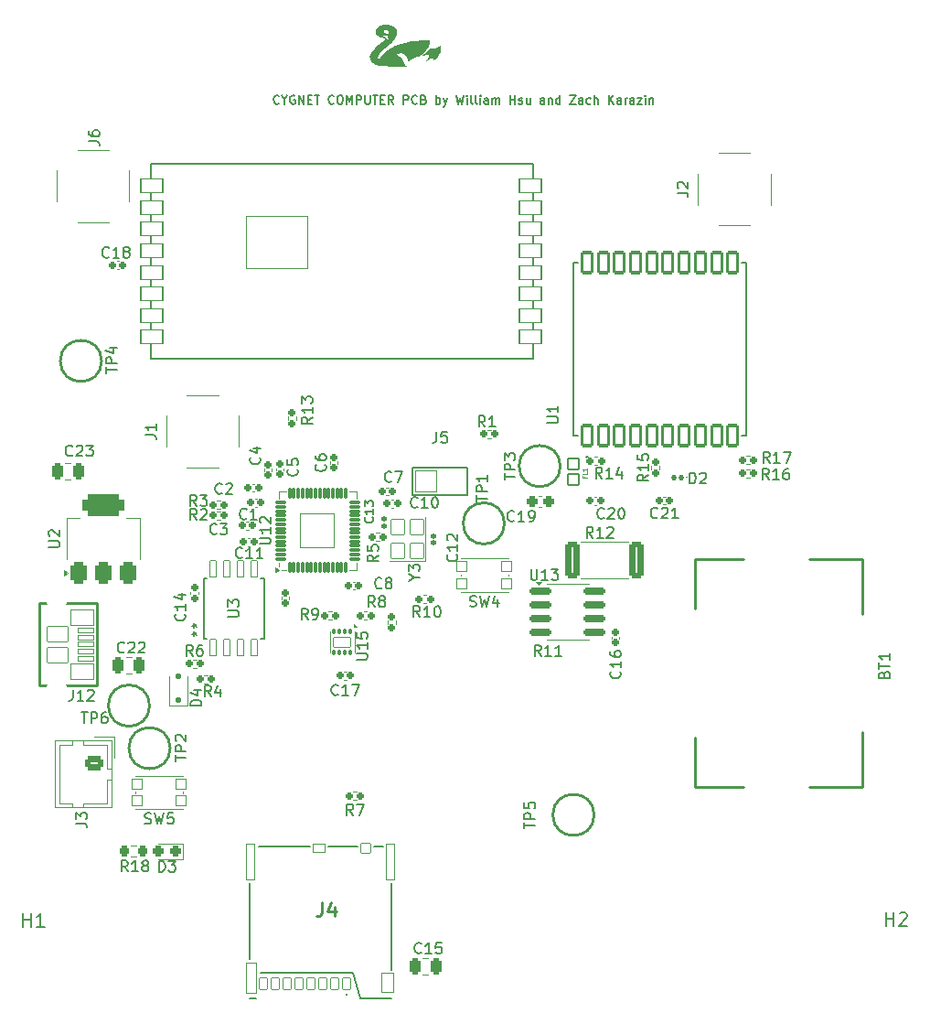
<source format=gbr>
%TF.GenerationSoftware,KiCad,Pcbnew,9.0.0*%
%TF.CreationDate,2025-06-10T14:56:09-07:00*%
%TF.ProjectId,og_pcb,6f675f70-6362-42e6-9b69-6361645f7063,rev?*%
%TF.SameCoordinates,Original*%
%TF.FileFunction,Legend,Top*%
%TF.FilePolarity,Positive*%
%FSLAX46Y46*%
G04 Gerber Fmt 4.6, Leading zero omitted, Abs format (unit mm)*
G04 Created by KiCad (PCBNEW 9.0.0) date 2025-06-10 14:56:09*
%MOMM*%
%LPD*%
G01*
G04 APERTURE LIST*
G04 Aperture macros list*
%AMRoundRect*
0 Rectangle with rounded corners*
0 $1 Rounding radius*
0 $2 $3 $4 $5 $6 $7 $8 $9 X,Y pos of 4 corners*
0 Add a 4 corners polygon primitive as box body*
4,1,4,$2,$3,$4,$5,$6,$7,$8,$9,$2,$3,0*
0 Add four circle primitives for the rounded corners*
1,1,$1+$1,$2,$3*
1,1,$1+$1,$4,$5*
1,1,$1+$1,$6,$7*
1,1,$1+$1,$8,$9*
0 Add four rect primitives between the rounded corners*
20,1,$1+$1,$2,$3,$4,$5,0*
20,1,$1+$1,$4,$5,$6,$7,0*
20,1,$1+$1,$6,$7,$8,$9,0*
20,1,$1+$1,$8,$9,$2,$3,0*%
G04 Aperture macros list end*
%ADD10C,0.200000*%
%ADD11C,0.150000*%
%ADD12C,0.098425*%
%ADD13C,0.254000*%
%ADD14C,0.120000*%
%ADD15C,0.250000*%
%ADD16C,0.152400*%
%ADD17C,0.127000*%
%ADD18C,0.100000*%
%ADD19C,0.000000*%
%ADD20RoundRect,0.159000X-0.159000X-0.189000X0.159000X-0.189000X0.159000X0.189000X-0.159000X0.189000X0*%
%ADD21RoundRect,0.102000X-0.485000X0.500000X-0.485000X-0.500000X0.485000X-0.500000X0.485000X0.500000X0*%
%ADD22RoundRect,0.119000X0.119000X-0.149000X0.119000X0.149000X-0.119000X0.149000X-0.119000X-0.149000X0*%
%ADD23RoundRect,0.265511X-0.384989X-1.447489X0.384989X-1.447489X0.384989X1.447489X-0.384989X1.447489X0*%
%ADD24RoundRect,0.159000X0.189000X-0.159000X0.189000X0.159000X-0.189000X0.159000X-0.189000X-0.159000X0*%
%ADD25RoundRect,0.169000X-0.844000X-0.169000X0.844000X-0.169000X0.844000X0.169000X-0.844000X0.169000X0*%
%ADD26RoundRect,0.269000X-0.269000X-0.494000X0.269000X-0.494000X0.269000X0.494000X-0.269000X0.494000X0*%
%ADD27RoundRect,0.219000X-0.219000X-0.294000X0.219000X-0.294000X0.219000X0.294000X-0.219000X0.294000X0*%
%ADD28RoundRect,0.237750X0.237750X0.275250X-0.237750X0.275250X-0.237750X-0.275250X0.237750X-0.275250X0*%
%ADD29RoundRect,0.154000X-0.154000X-0.204000X0.154000X-0.204000X0.154000X0.204000X-0.154000X0.204000X0*%
%ADD30RoundRect,0.144000X0.144000X-0.144000X0.144000X0.144000X-0.144000X0.144000X-0.144000X-0.144000X0*%
%ADD31RoundRect,0.069000X0.069000X-0.406500X0.069000X0.406500X-0.069000X0.406500X-0.069000X-0.406500X0*%
%ADD32RoundRect,0.069000X0.406500X-0.069000X0.406500X0.069000X-0.406500X0.069000X-0.406500X-0.069000X0*%
%ADD33RoundRect,0.038000X1.600000X-1.600000X1.600000X1.600000X-1.600000X1.600000X-1.600000X-1.600000X0*%
%ADD34C,2.676000*%
%ADD35RoundRect,0.154000X0.154000X0.204000X-0.154000X0.204000X-0.154000X-0.204000X0.154000X-0.204000X0*%
%ADD36RoundRect,0.038000X0.266700X-0.762000X0.266700X0.762000X-0.266700X0.762000X-0.266700X-0.762000X0*%
%ADD37C,1.286000*%
%ADD38RoundRect,0.150500X0.451500X-0.951500X0.451500X0.951500X-0.451500X0.951500X-0.451500X-0.951500X0*%
%ADD39C,2.126000*%
%ADD40C,2.326000*%
%ADD41C,2.376000*%
%ADD42C,17.876000*%
%ADD43RoundRect,0.244000X0.244000X0.269000X-0.244000X0.269000X-0.244000X-0.269000X0.244000X-0.269000X0*%
%ADD44RoundRect,0.159000X0.159000X0.189000X-0.159000X0.189000X-0.159000X-0.189000X0.159000X-0.189000X0*%
%ADD45RoundRect,0.038000X0.350000X0.550000X-0.350000X0.550000X-0.350000X-0.550000X0.350000X-0.550000X0*%
%ADD46RoundRect,0.038000X0.450000X0.465000X-0.450000X0.465000X-0.450000X-0.465000X0.450000X-0.465000X0*%
%ADD47RoundRect,0.038000X-0.525000X0.390000X-0.525000X-0.390000X0.525000X-0.390000X0.525000X0.390000X0*%
%ADD48RoundRect,0.038000X0.350000X1.665000X-0.350000X1.665000X-0.350000X-1.665000X0.350000X-1.665000X0*%
%ADD49RoundRect,0.038000X0.430000X1.400000X-0.430000X1.400000X-0.430000X-1.400000X0.430000X-1.400000X0*%
%ADD50RoundRect,0.038000X0.570000X0.915000X-0.570000X0.915000X-0.570000X-0.915000X0.570000X-0.915000X0*%
%ADD51RoundRect,0.394000X0.394000X-0.644000X0.394000X0.644000X-0.394000X0.644000X-0.394000X-0.644000X0*%
%ADD52RoundRect,0.519000X1.419000X-0.519000X1.419000X0.519000X-1.419000X0.519000X-1.419000X-0.519000X0*%
%ADD53RoundRect,0.154000X-0.204000X0.154000X-0.204000X-0.154000X0.204000X-0.154000X0.204000X0.154000X0*%
%ADD54RoundRect,0.159000X-0.189000X0.159000X-0.189000X-0.159000X0.189000X-0.159000X0.189000X0.159000X0*%
%ADD55RoundRect,0.038000X0.600000X-0.700000X0.600000X0.700000X-0.600000X0.700000X-0.600000X-0.700000X0*%
%ADD56C,5.076000*%
%ADD57RoundRect,0.269000X0.269000X0.494000X-0.269000X0.494000X-0.269000X-0.494000X0.269000X-0.494000X0*%
%ADD58RoundRect,0.119000X0.149000X0.119000X-0.149000X0.119000X-0.149000X-0.119000X0.149000X-0.119000X0*%
%ADD59RoundRect,0.038000X-1.000000X-1.000000X1.000000X-1.000000X1.000000X1.000000X-1.000000X1.000000X0*%
%ADD60C,2.076000*%
%ADD61RoundRect,0.063500X1.000000X0.650000X-1.000000X0.650000X-1.000000X-0.650000X1.000000X-0.650000X0*%
%ADD62RoundRect,0.063500X2.849999X2.400000X-2.849999X2.400000X-2.849999X-2.400000X2.849999X-2.400000X0*%
%ADD63RoundRect,0.038000X0.450000X0.500000X-0.450000X0.500000X-0.450000X-0.500000X0.450000X-0.500000X0*%
%ADD64RoundRect,0.038000X-0.690000X-0.225000X0.690000X-0.225000X0.690000X0.225000X-0.690000X0.225000X0*%
%ADD65O,1.876000X1.476000*%
%ADD66RoundRect,0.038000X-0.950000X-0.690000X0.950000X-0.690000X0.950000X0.690000X-0.950000X0.690000X0*%
%ADD67RoundRect,0.038000X-1.050000X-0.740000X1.050000X-0.740000X1.050000X0.740000X-1.050000X0.740000X0*%
%ADD68RoundRect,0.154000X0.204000X-0.154000X0.204000X0.154000X-0.204000X0.154000X-0.204000X-0.154000X0*%
%ADD69RoundRect,0.265833X-0.597167X0.372167X-0.597167X-0.372167X0.597167X-0.372167X0.597167X0.372167X0*%
%ADD70O,1.726000X1.276000*%
%ADD71RoundRect,0.081500X-0.081500X0.206500X-0.081500X-0.206500X0.081500X-0.206500X0.081500X0.206500X0*%
%ADD72RoundRect,0.038000X-0.800000X0.450000X-0.800000X-0.450000X0.800000X-0.450000X0.800000X0.450000X0*%
G04 APERTURE END LIST*
D10*
X118039282Y-82790504D02*
X118001186Y-82828600D01*
X118001186Y-82828600D02*
X117886901Y-82866695D01*
X117886901Y-82866695D02*
X117810710Y-82866695D01*
X117810710Y-82866695D02*
X117696424Y-82828600D01*
X117696424Y-82828600D02*
X117620234Y-82752409D01*
X117620234Y-82752409D02*
X117582139Y-82676219D01*
X117582139Y-82676219D02*
X117544043Y-82523838D01*
X117544043Y-82523838D02*
X117544043Y-82409552D01*
X117544043Y-82409552D02*
X117582139Y-82257171D01*
X117582139Y-82257171D02*
X117620234Y-82180980D01*
X117620234Y-82180980D02*
X117696424Y-82104790D01*
X117696424Y-82104790D02*
X117810710Y-82066695D01*
X117810710Y-82066695D02*
X117886901Y-82066695D01*
X117886901Y-82066695D02*
X118001186Y-82104790D01*
X118001186Y-82104790D02*
X118039282Y-82142885D01*
X118534520Y-82485742D02*
X118534520Y-82866695D01*
X118267853Y-82066695D02*
X118534520Y-82485742D01*
X118534520Y-82485742D02*
X118801186Y-82066695D01*
X119486900Y-82104790D02*
X119410710Y-82066695D01*
X119410710Y-82066695D02*
X119296424Y-82066695D01*
X119296424Y-82066695D02*
X119182138Y-82104790D01*
X119182138Y-82104790D02*
X119105948Y-82180980D01*
X119105948Y-82180980D02*
X119067853Y-82257171D01*
X119067853Y-82257171D02*
X119029757Y-82409552D01*
X119029757Y-82409552D02*
X119029757Y-82523838D01*
X119029757Y-82523838D02*
X119067853Y-82676219D01*
X119067853Y-82676219D02*
X119105948Y-82752409D01*
X119105948Y-82752409D02*
X119182138Y-82828600D01*
X119182138Y-82828600D02*
X119296424Y-82866695D01*
X119296424Y-82866695D02*
X119372615Y-82866695D01*
X119372615Y-82866695D02*
X119486900Y-82828600D01*
X119486900Y-82828600D02*
X119524996Y-82790504D01*
X119524996Y-82790504D02*
X119524996Y-82523838D01*
X119524996Y-82523838D02*
X119372615Y-82523838D01*
X119867853Y-82866695D02*
X119867853Y-82066695D01*
X119867853Y-82066695D02*
X120324996Y-82866695D01*
X120324996Y-82866695D02*
X120324996Y-82066695D01*
X120705948Y-82447647D02*
X120972614Y-82447647D01*
X121086900Y-82866695D02*
X120705948Y-82866695D01*
X120705948Y-82866695D02*
X120705948Y-82066695D01*
X120705948Y-82066695D02*
X121086900Y-82066695D01*
X121315472Y-82066695D02*
X121772615Y-82066695D01*
X121544043Y-82866695D02*
X121544043Y-82066695D01*
X123105949Y-82790504D02*
X123067853Y-82828600D01*
X123067853Y-82828600D02*
X122953568Y-82866695D01*
X122953568Y-82866695D02*
X122877377Y-82866695D01*
X122877377Y-82866695D02*
X122763091Y-82828600D01*
X122763091Y-82828600D02*
X122686901Y-82752409D01*
X122686901Y-82752409D02*
X122648806Y-82676219D01*
X122648806Y-82676219D02*
X122610710Y-82523838D01*
X122610710Y-82523838D02*
X122610710Y-82409552D01*
X122610710Y-82409552D02*
X122648806Y-82257171D01*
X122648806Y-82257171D02*
X122686901Y-82180980D01*
X122686901Y-82180980D02*
X122763091Y-82104790D01*
X122763091Y-82104790D02*
X122877377Y-82066695D01*
X122877377Y-82066695D02*
X122953568Y-82066695D01*
X122953568Y-82066695D02*
X123067853Y-82104790D01*
X123067853Y-82104790D02*
X123105949Y-82142885D01*
X123601187Y-82066695D02*
X123753568Y-82066695D01*
X123753568Y-82066695D02*
X123829758Y-82104790D01*
X123829758Y-82104790D02*
X123905949Y-82180980D01*
X123905949Y-82180980D02*
X123944044Y-82333361D01*
X123944044Y-82333361D02*
X123944044Y-82600028D01*
X123944044Y-82600028D02*
X123905949Y-82752409D01*
X123905949Y-82752409D02*
X123829758Y-82828600D01*
X123829758Y-82828600D02*
X123753568Y-82866695D01*
X123753568Y-82866695D02*
X123601187Y-82866695D01*
X123601187Y-82866695D02*
X123524996Y-82828600D01*
X123524996Y-82828600D02*
X123448806Y-82752409D01*
X123448806Y-82752409D02*
X123410710Y-82600028D01*
X123410710Y-82600028D02*
X123410710Y-82333361D01*
X123410710Y-82333361D02*
X123448806Y-82180980D01*
X123448806Y-82180980D02*
X123524996Y-82104790D01*
X123524996Y-82104790D02*
X123601187Y-82066695D01*
X124286901Y-82866695D02*
X124286901Y-82066695D01*
X124286901Y-82066695D02*
X124553567Y-82638123D01*
X124553567Y-82638123D02*
X124820234Y-82066695D01*
X124820234Y-82066695D02*
X124820234Y-82866695D01*
X125201187Y-82866695D02*
X125201187Y-82066695D01*
X125201187Y-82066695D02*
X125505949Y-82066695D01*
X125505949Y-82066695D02*
X125582139Y-82104790D01*
X125582139Y-82104790D02*
X125620234Y-82142885D01*
X125620234Y-82142885D02*
X125658330Y-82219076D01*
X125658330Y-82219076D02*
X125658330Y-82333361D01*
X125658330Y-82333361D02*
X125620234Y-82409552D01*
X125620234Y-82409552D02*
X125582139Y-82447647D01*
X125582139Y-82447647D02*
X125505949Y-82485742D01*
X125505949Y-82485742D02*
X125201187Y-82485742D01*
X126001187Y-82066695D02*
X126001187Y-82714314D01*
X126001187Y-82714314D02*
X126039282Y-82790504D01*
X126039282Y-82790504D02*
X126077377Y-82828600D01*
X126077377Y-82828600D02*
X126153568Y-82866695D01*
X126153568Y-82866695D02*
X126305949Y-82866695D01*
X126305949Y-82866695D02*
X126382139Y-82828600D01*
X126382139Y-82828600D02*
X126420234Y-82790504D01*
X126420234Y-82790504D02*
X126458330Y-82714314D01*
X126458330Y-82714314D02*
X126458330Y-82066695D01*
X126724996Y-82066695D02*
X127182139Y-82066695D01*
X126953567Y-82866695D02*
X126953567Y-82066695D01*
X127448806Y-82447647D02*
X127715472Y-82447647D01*
X127829758Y-82866695D02*
X127448806Y-82866695D01*
X127448806Y-82866695D02*
X127448806Y-82066695D01*
X127448806Y-82066695D02*
X127829758Y-82066695D01*
X128629759Y-82866695D02*
X128363092Y-82485742D01*
X128172616Y-82866695D02*
X128172616Y-82066695D01*
X128172616Y-82066695D02*
X128477378Y-82066695D01*
X128477378Y-82066695D02*
X128553568Y-82104790D01*
X128553568Y-82104790D02*
X128591663Y-82142885D01*
X128591663Y-82142885D02*
X128629759Y-82219076D01*
X128629759Y-82219076D02*
X128629759Y-82333361D01*
X128629759Y-82333361D02*
X128591663Y-82409552D01*
X128591663Y-82409552D02*
X128553568Y-82447647D01*
X128553568Y-82447647D02*
X128477378Y-82485742D01*
X128477378Y-82485742D02*
X128172616Y-82485742D01*
X129582140Y-82866695D02*
X129582140Y-82066695D01*
X129582140Y-82066695D02*
X129886902Y-82066695D01*
X129886902Y-82066695D02*
X129963092Y-82104790D01*
X129963092Y-82104790D02*
X130001187Y-82142885D01*
X130001187Y-82142885D02*
X130039283Y-82219076D01*
X130039283Y-82219076D02*
X130039283Y-82333361D01*
X130039283Y-82333361D02*
X130001187Y-82409552D01*
X130001187Y-82409552D02*
X129963092Y-82447647D01*
X129963092Y-82447647D02*
X129886902Y-82485742D01*
X129886902Y-82485742D02*
X129582140Y-82485742D01*
X130839283Y-82790504D02*
X130801187Y-82828600D01*
X130801187Y-82828600D02*
X130686902Y-82866695D01*
X130686902Y-82866695D02*
X130610711Y-82866695D01*
X130610711Y-82866695D02*
X130496425Y-82828600D01*
X130496425Y-82828600D02*
X130420235Y-82752409D01*
X130420235Y-82752409D02*
X130382140Y-82676219D01*
X130382140Y-82676219D02*
X130344044Y-82523838D01*
X130344044Y-82523838D02*
X130344044Y-82409552D01*
X130344044Y-82409552D02*
X130382140Y-82257171D01*
X130382140Y-82257171D02*
X130420235Y-82180980D01*
X130420235Y-82180980D02*
X130496425Y-82104790D01*
X130496425Y-82104790D02*
X130610711Y-82066695D01*
X130610711Y-82066695D02*
X130686902Y-82066695D01*
X130686902Y-82066695D02*
X130801187Y-82104790D01*
X130801187Y-82104790D02*
X130839283Y-82142885D01*
X131448806Y-82447647D02*
X131563092Y-82485742D01*
X131563092Y-82485742D02*
X131601187Y-82523838D01*
X131601187Y-82523838D02*
X131639283Y-82600028D01*
X131639283Y-82600028D02*
X131639283Y-82714314D01*
X131639283Y-82714314D02*
X131601187Y-82790504D01*
X131601187Y-82790504D02*
X131563092Y-82828600D01*
X131563092Y-82828600D02*
X131486902Y-82866695D01*
X131486902Y-82866695D02*
X131182140Y-82866695D01*
X131182140Y-82866695D02*
X131182140Y-82066695D01*
X131182140Y-82066695D02*
X131448806Y-82066695D01*
X131448806Y-82066695D02*
X131524997Y-82104790D01*
X131524997Y-82104790D02*
X131563092Y-82142885D01*
X131563092Y-82142885D02*
X131601187Y-82219076D01*
X131601187Y-82219076D02*
X131601187Y-82295266D01*
X131601187Y-82295266D02*
X131563092Y-82371457D01*
X131563092Y-82371457D02*
X131524997Y-82409552D01*
X131524997Y-82409552D02*
X131448806Y-82447647D01*
X131448806Y-82447647D02*
X131182140Y-82447647D01*
X132591664Y-82866695D02*
X132591664Y-82066695D01*
X132591664Y-82371457D02*
X132667854Y-82333361D01*
X132667854Y-82333361D02*
X132820235Y-82333361D01*
X132820235Y-82333361D02*
X132896426Y-82371457D01*
X132896426Y-82371457D02*
X132934521Y-82409552D01*
X132934521Y-82409552D02*
X132972616Y-82485742D01*
X132972616Y-82485742D02*
X132972616Y-82714314D01*
X132972616Y-82714314D02*
X132934521Y-82790504D01*
X132934521Y-82790504D02*
X132896426Y-82828600D01*
X132896426Y-82828600D02*
X132820235Y-82866695D01*
X132820235Y-82866695D02*
X132667854Y-82866695D01*
X132667854Y-82866695D02*
X132591664Y-82828600D01*
X133239283Y-82333361D02*
X133429759Y-82866695D01*
X133620236Y-82333361D02*
X133429759Y-82866695D01*
X133429759Y-82866695D02*
X133353569Y-83057171D01*
X133353569Y-83057171D02*
X133315474Y-83095266D01*
X133315474Y-83095266D02*
X133239283Y-83133361D01*
X134458331Y-82066695D02*
X134648807Y-82866695D01*
X134648807Y-82866695D02*
X134801188Y-82295266D01*
X134801188Y-82295266D02*
X134953569Y-82866695D01*
X134953569Y-82866695D02*
X135144046Y-82066695D01*
X135448808Y-82866695D02*
X135448808Y-82333361D01*
X135448808Y-82066695D02*
X135410712Y-82104790D01*
X135410712Y-82104790D02*
X135448808Y-82142885D01*
X135448808Y-82142885D02*
X135486903Y-82104790D01*
X135486903Y-82104790D02*
X135448808Y-82066695D01*
X135448808Y-82066695D02*
X135448808Y-82142885D01*
X135944045Y-82866695D02*
X135867855Y-82828600D01*
X135867855Y-82828600D02*
X135829760Y-82752409D01*
X135829760Y-82752409D02*
X135829760Y-82066695D01*
X136363093Y-82866695D02*
X136286903Y-82828600D01*
X136286903Y-82828600D02*
X136248808Y-82752409D01*
X136248808Y-82752409D02*
X136248808Y-82066695D01*
X136667856Y-82866695D02*
X136667856Y-82333361D01*
X136667856Y-82066695D02*
X136629760Y-82104790D01*
X136629760Y-82104790D02*
X136667856Y-82142885D01*
X136667856Y-82142885D02*
X136705951Y-82104790D01*
X136705951Y-82104790D02*
X136667856Y-82066695D01*
X136667856Y-82066695D02*
X136667856Y-82142885D01*
X137391665Y-82866695D02*
X137391665Y-82447647D01*
X137391665Y-82447647D02*
X137353570Y-82371457D01*
X137353570Y-82371457D02*
X137277379Y-82333361D01*
X137277379Y-82333361D02*
X137124998Y-82333361D01*
X137124998Y-82333361D02*
X137048808Y-82371457D01*
X137391665Y-82828600D02*
X137315474Y-82866695D01*
X137315474Y-82866695D02*
X137124998Y-82866695D01*
X137124998Y-82866695D02*
X137048808Y-82828600D01*
X137048808Y-82828600D02*
X137010712Y-82752409D01*
X137010712Y-82752409D02*
X137010712Y-82676219D01*
X137010712Y-82676219D02*
X137048808Y-82600028D01*
X137048808Y-82600028D02*
X137124998Y-82561933D01*
X137124998Y-82561933D02*
X137315474Y-82561933D01*
X137315474Y-82561933D02*
X137391665Y-82523838D01*
X137772618Y-82866695D02*
X137772618Y-82333361D01*
X137772618Y-82409552D02*
X137810713Y-82371457D01*
X137810713Y-82371457D02*
X137886903Y-82333361D01*
X137886903Y-82333361D02*
X138001189Y-82333361D01*
X138001189Y-82333361D02*
X138077380Y-82371457D01*
X138077380Y-82371457D02*
X138115475Y-82447647D01*
X138115475Y-82447647D02*
X138115475Y-82866695D01*
X138115475Y-82447647D02*
X138153570Y-82371457D01*
X138153570Y-82371457D02*
X138229761Y-82333361D01*
X138229761Y-82333361D02*
X138344046Y-82333361D01*
X138344046Y-82333361D02*
X138420237Y-82371457D01*
X138420237Y-82371457D02*
X138458332Y-82447647D01*
X138458332Y-82447647D02*
X138458332Y-82866695D01*
X139448809Y-82866695D02*
X139448809Y-82066695D01*
X139448809Y-82447647D02*
X139905952Y-82447647D01*
X139905952Y-82866695D02*
X139905952Y-82066695D01*
X140248808Y-82828600D02*
X140324999Y-82866695D01*
X140324999Y-82866695D02*
X140477380Y-82866695D01*
X140477380Y-82866695D02*
X140553570Y-82828600D01*
X140553570Y-82828600D02*
X140591666Y-82752409D01*
X140591666Y-82752409D02*
X140591666Y-82714314D01*
X140591666Y-82714314D02*
X140553570Y-82638123D01*
X140553570Y-82638123D02*
X140477380Y-82600028D01*
X140477380Y-82600028D02*
X140363094Y-82600028D01*
X140363094Y-82600028D02*
X140286904Y-82561933D01*
X140286904Y-82561933D02*
X140248808Y-82485742D01*
X140248808Y-82485742D02*
X140248808Y-82447647D01*
X140248808Y-82447647D02*
X140286904Y-82371457D01*
X140286904Y-82371457D02*
X140363094Y-82333361D01*
X140363094Y-82333361D02*
X140477380Y-82333361D01*
X140477380Y-82333361D02*
X140553570Y-82371457D01*
X141277380Y-82333361D02*
X141277380Y-82866695D01*
X140934523Y-82333361D02*
X140934523Y-82752409D01*
X140934523Y-82752409D02*
X140972618Y-82828600D01*
X140972618Y-82828600D02*
X141048808Y-82866695D01*
X141048808Y-82866695D02*
X141163094Y-82866695D01*
X141163094Y-82866695D02*
X141239285Y-82828600D01*
X141239285Y-82828600D02*
X141277380Y-82790504D01*
X142610714Y-82866695D02*
X142610714Y-82447647D01*
X142610714Y-82447647D02*
X142572619Y-82371457D01*
X142572619Y-82371457D02*
X142496428Y-82333361D01*
X142496428Y-82333361D02*
X142344047Y-82333361D01*
X142344047Y-82333361D02*
X142267857Y-82371457D01*
X142610714Y-82828600D02*
X142534523Y-82866695D01*
X142534523Y-82866695D02*
X142344047Y-82866695D01*
X142344047Y-82866695D02*
X142267857Y-82828600D01*
X142267857Y-82828600D02*
X142229761Y-82752409D01*
X142229761Y-82752409D02*
X142229761Y-82676219D01*
X142229761Y-82676219D02*
X142267857Y-82600028D01*
X142267857Y-82600028D02*
X142344047Y-82561933D01*
X142344047Y-82561933D02*
X142534523Y-82561933D01*
X142534523Y-82561933D02*
X142610714Y-82523838D01*
X142991667Y-82333361D02*
X142991667Y-82866695D01*
X142991667Y-82409552D02*
X143029762Y-82371457D01*
X143029762Y-82371457D02*
X143105952Y-82333361D01*
X143105952Y-82333361D02*
X143220238Y-82333361D01*
X143220238Y-82333361D02*
X143296429Y-82371457D01*
X143296429Y-82371457D02*
X143334524Y-82447647D01*
X143334524Y-82447647D02*
X143334524Y-82866695D01*
X144058334Y-82866695D02*
X144058334Y-82066695D01*
X144058334Y-82828600D02*
X143982143Y-82866695D01*
X143982143Y-82866695D02*
X143829762Y-82866695D01*
X143829762Y-82866695D02*
X143753572Y-82828600D01*
X143753572Y-82828600D02*
X143715477Y-82790504D01*
X143715477Y-82790504D02*
X143677381Y-82714314D01*
X143677381Y-82714314D02*
X143677381Y-82485742D01*
X143677381Y-82485742D02*
X143715477Y-82409552D01*
X143715477Y-82409552D02*
X143753572Y-82371457D01*
X143753572Y-82371457D02*
X143829762Y-82333361D01*
X143829762Y-82333361D02*
X143982143Y-82333361D01*
X143982143Y-82333361D02*
X144058334Y-82371457D01*
X144972620Y-82066695D02*
X145505954Y-82066695D01*
X145505954Y-82066695D02*
X144972620Y-82866695D01*
X144972620Y-82866695D02*
X145505954Y-82866695D01*
X146153573Y-82866695D02*
X146153573Y-82447647D01*
X146153573Y-82447647D02*
X146115478Y-82371457D01*
X146115478Y-82371457D02*
X146039287Y-82333361D01*
X146039287Y-82333361D02*
X145886906Y-82333361D01*
X145886906Y-82333361D02*
X145810716Y-82371457D01*
X146153573Y-82828600D02*
X146077382Y-82866695D01*
X146077382Y-82866695D02*
X145886906Y-82866695D01*
X145886906Y-82866695D02*
X145810716Y-82828600D01*
X145810716Y-82828600D02*
X145772620Y-82752409D01*
X145772620Y-82752409D02*
X145772620Y-82676219D01*
X145772620Y-82676219D02*
X145810716Y-82600028D01*
X145810716Y-82600028D02*
X145886906Y-82561933D01*
X145886906Y-82561933D02*
X146077382Y-82561933D01*
X146077382Y-82561933D02*
X146153573Y-82523838D01*
X146877383Y-82828600D02*
X146801192Y-82866695D01*
X146801192Y-82866695D02*
X146648811Y-82866695D01*
X146648811Y-82866695D02*
X146572621Y-82828600D01*
X146572621Y-82828600D02*
X146534526Y-82790504D01*
X146534526Y-82790504D02*
X146496430Y-82714314D01*
X146496430Y-82714314D02*
X146496430Y-82485742D01*
X146496430Y-82485742D02*
X146534526Y-82409552D01*
X146534526Y-82409552D02*
X146572621Y-82371457D01*
X146572621Y-82371457D02*
X146648811Y-82333361D01*
X146648811Y-82333361D02*
X146801192Y-82333361D01*
X146801192Y-82333361D02*
X146877383Y-82371457D01*
X147220240Y-82866695D02*
X147220240Y-82066695D01*
X147563097Y-82866695D02*
X147563097Y-82447647D01*
X147563097Y-82447647D02*
X147525002Y-82371457D01*
X147525002Y-82371457D02*
X147448811Y-82333361D01*
X147448811Y-82333361D02*
X147334525Y-82333361D01*
X147334525Y-82333361D02*
X147258335Y-82371457D01*
X147258335Y-82371457D02*
X147220240Y-82409552D01*
X148553574Y-82866695D02*
X148553574Y-82066695D01*
X149010717Y-82866695D02*
X148667859Y-82409552D01*
X149010717Y-82066695D02*
X148553574Y-82523838D01*
X149696431Y-82866695D02*
X149696431Y-82447647D01*
X149696431Y-82447647D02*
X149658336Y-82371457D01*
X149658336Y-82371457D02*
X149582145Y-82333361D01*
X149582145Y-82333361D02*
X149429764Y-82333361D01*
X149429764Y-82333361D02*
X149353574Y-82371457D01*
X149696431Y-82828600D02*
X149620240Y-82866695D01*
X149620240Y-82866695D02*
X149429764Y-82866695D01*
X149429764Y-82866695D02*
X149353574Y-82828600D01*
X149353574Y-82828600D02*
X149315478Y-82752409D01*
X149315478Y-82752409D02*
X149315478Y-82676219D01*
X149315478Y-82676219D02*
X149353574Y-82600028D01*
X149353574Y-82600028D02*
X149429764Y-82561933D01*
X149429764Y-82561933D02*
X149620240Y-82561933D01*
X149620240Y-82561933D02*
X149696431Y-82523838D01*
X150077384Y-82866695D02*
X150077384Y-82333361D01*
X150077384Y-82485742D02*
X150115479Y-82409552D01*
X150115479Y-82409552D02*
X150153574Y-82371457D01*
X150153574Y-82371457D02*
X150229765Y-82333361D01*
X150229765Y-82333361D02*
X150305955Y-82333361D01*
X150915479Y-82866695D02*
X150915479Y-82447647D01*
X150915479Y-82447647D02*
X150877384Y-82371457D01*
X150877384Y-82371457D02*
X150801193Y-82333361D01*
X150801193Y-82333361D02*
X150648812Y-82333361D01*
X150648812Y-82333361D02*
X150572622Y-82371457D01*
X150915479Y-82828600D02*
X150839288Y-82866695D01*
X150839288Y-82866695D02*
X150648812Y-82866695D01*
X150648812Y-82866695D02*
X150572622Y-82828600D01*
X150572622Y-82828600D02*
X150534526Y-82752409D01*
X150534526Y-82752409D02*
X150534526Y-82676219D01*
X150534526Y-82676219D02*
X150572622Y-82600028D01*
X150572622Y-82600028D02*
X150648812Y-82561933D01*
X150648812Y-82561933D02*
X150839288Y-82561933D01*
X150839288Y-82561933D02*
X150915479Y-82523838D01*
X151220241Y-82333361D02*
X151639289Y-82333361D01*
X151639289Y-82333361D02*
X151220241Y-82866695D01*
X151220241Y-82866695D02*
X151639289Y-82866695D01*
X151944051Y-82866695D02*
X151944051Y-82333361D01*
X151944051Y-82066695D02*
X151905955Y-82104790D01*
X151905955Y-82104790D02*
X151944051Y-82142885D01*
X151944051Y-82142885D02*
X151982146Y-82104790D01*
X151982146Y-82104790D02*
X151944051Y-82066695D01*
X151944051Y-82066695D02*
X151944051Y-82142885D01*
X152325003Y-82333361D02*
X152325003Y-82866695D01*
X152325003Y-82409552D02*
X152363098Y-82371457D01*
X152363098Y-82371457D02*
X152439288Y-82333361D01*
X152439288Y-82333361D02*
X152553574Y-82333361D01*
X152553574Y-82333361D02*
X152629765Y-82371457D01*
X152629765Y-82371457D02*
X152667860Y-82447647D01*
X152667860Y-82447647D02*
X152667860Y-82866695D01*
D11*
X148132142Y-121159580D02*
X148084523Y-121207200D01*
X148084523Y-121207200D02*
X147941666Y-121254819D01*
X147941666Y-121254819D02*
X147846428Y-121254819D01*
X147846428Y-121254819D02*
X147703571Y-121207200D01*
X147703571Y-121207200D02*
X147608333Y-121111961D01*
X147608333Y-121111961D02*
X147560714Y-121016723D01*
X147560714Y-121016723D02*
X147513095Y-120826247D01*
X147513095Y-120826247D02*
X147513095Y-120683390D01*
X147513095Y-120683390D02*
X147560714Y-120492914D01*
X147560714Y-120492914D02*
X147608333Y-120397676D01*
X147608333Y-120397676D02*
X147703571Y-120302438D01*
X147703571Y-120302438D02*
X147846428Y-120254819D01*
X147846428Y-120254819D02*
X147941666Y-120254819D01*
X147941666Y-120254819D02*
X148084523Y-120302438D01*
X148084523Y-120302438D02*
X148132142Y-120350057D01*
X148513095Y-120350057D02*
X148560714Y-120302438D01*
X148560714Y-120302438D02*
X148655952Y-120254819D01*
X148655952Y-120254819D02*
X148894047Y-120254819D01*
X148894047Y-120254819D02*
X148989285Y-120302438D01*
X148989285Y-120302438D02*
X149036904Y-120350057D01*
X149036904Y-120350057D02*
X149084523Y-120445295D01*
X149084523Y-120445295D02*
X149084523Y-120540533D01*
X149084523Y-120540533D02*
X149036904Y-120683390D01*
X149036904Y-120683390D02*
X148465476Y-121254819D01*
X148465476Y-121254819D02*
X149084523Y-121254819D01*
X149703571Y-120254819D02*
X149798809Y-120254819D01*
X149798809Y-120254819D02*
X149894047Y-120302438D01*
X149894047Y-120302438D02*
X149941666Y-120350057D01*
X149941666Y-120350057D02*
X149989285Y-120445295D01*
X149989285Y-120445295D02*
X150036904Y-120635771D01*
X150036904Y-120635771D02*
X150036904Y-120873866D01*
X150036904Y-120873866D02*
X149989285Y-121064342D01*
X149989285Y-121064342D02*
X149941666Y-121159580D01*
X149941666Y-121159580D02*
X149894047Y-121207200D01*
X149894047Y-121207200D02*
X149798809Y-121254819D01*
X149798809Y-121254819D02*
X149703571Y-121254819D01*
X149703571Y-121254819D02*
X149608333Y-121207200D01*
X149608333Y-121207200D02*
X149560714Y-121159580D01*
X149560714Y-121159580D02*
X149513095Y-121064342D01*
X149513095Y-121064342D02*
X149465476Y-120873866D01*
X149465476Y-120873866D02*
X149465476Y-120635771D01*
X149465476Y-120635771D02*
X149513095Y-120445295D01*
X149513095Y-120445295D02*
X149560714Y-120350057D01*
X149560714Y-120350057D02*
X149608333Y-120302438D01*
X149608333Y-120302438D02*
X149703571Y-120254819D01*
D12*
X146340790Y-117340588D02*
X146340790Y-117471821D01*
X146547014Y-117471821D02*
X146153313Y-117471821D01*
X146153313Y-117471821D02*
X146153313Y-117284345D01*
X146547014Y-116946887D02*
X146547014Y-117134363D01*
X146547014Y-117134363D02*
X146153313Y-117134363D01*
X146547014Y-116609429D02*
X146547014Y-116834401D01*
X146547014Y-116721915D02*
X146153313Y-116721915D01*
X146153313Y-116721915D02*
X146209556Y-116759410D01*
X146209556Y-116759410D02*
X146247052Y-116796906D01*
X146247052Y-116796906D02*
X146265799Y-116834401D01*
D11*
X134484580Y-124572857D02*
X134532200Y-124620476D01*
X134532200Y-124620476D02*
X134579819Y-124763333D01*
X134579819Y-124763333D02*
X134579819Y-124858571D01*
X134579819Y-124858571D02*
X134532200Y-125001428D01*
X134532200Y-125001428D02*
X134436961Y-125096666D01*
X134436961Y-125096666D02*
X134341723Y-125144285D01*
X134341723Y-125144285D02*
X134151247Y-125191904D01*
X134151247Y-125191904D02*
X134008390Y-125191904D01*
X134008390Y-125191904D02*
X133817914Y-125144285D01*
X133817914Y-125144285D02*
X133722676Y-125096666D01*
X133722676Y-125096666D02*
X133627438Y-125001428D01*
X133627438Y-125001428D02*
X133579819Y-124858571D01*
X133579819Y-124858571D02*
X133579819Y-124763333D01*
X133579819Y-124763333D02*
X133627438Y-124620476D01*
X133627438Y-124620476D02*
X133675057Y-124572857D01*
X134579819Y-123620476D02*
X134579819Y-124191904D01*
X134579819Y-123906190D02*
X133579819Y-123906190D01*
X133579819Y-123906190D02*
X133722676Y-124001428D01*
X133722676Y-124001428D02*
X133817914Y-124096666D01*
X133817914Y-124096666D02*
X133865533Y-124191904D01*
X133675057Y-123239523D02*
X133627438Y-123191904D01*
X133627438Y-123191904D02*
X133579819Y-123096666D01*
X133579819Y-123096666D02*
X133579819Y-122858571D01*
X133579819Y-122858571D02*
X133627438Y-122763333D01*
X133627438Y-122763333D02*
X133675057Y-122715714D01*
X133675057Y-122715714D02*
X133770295Y-122668095D01*
X133770295Y-122668095D02*
X133865533Y-122668095D01*
X133865533Y-122668095D02*
X134008390Y-122715714D01*
X134008390Y-122715714D02*
X134579819Y-123287142D01*
X134579819Y-123287142D02*
X134579819Y-122668095D01*
X147094642Y-123004819D02*
X146761309Y-122528628D01*
X146523214Y-123004819D02*
X146523214Y-122004819D01*
X146523214Y-122004819D02*
X146904166Y-122004819D01*
X146904166Y-122004819D02*
X146999404Y-122052438D01*
X146999404Y-122052438D02*
X147047023Y-122100057D01*
X147047023Y-122100057D02*
X147094642Y-122195295D01*
X147094642Y-122195295D02*
X147094642Y-122338152D01*
X147094642Y-122338152D02*
X147047023Y-122433390D01*
X147047023Y-122433390D02*
X146999404Y-122481009D01*
X146999404Y-122481009D02*
X146904166Y-122528628D01*
X146904166Y-122528628D02*
X146523214Y-122528628D01*
X148047023Y-123004819D02*
X147475595Y-123004819D01*
X147761309Y-123004819D02*
X147761309Y-122004819D01*
X147761309Y-122004819D02*
X147666071Y-122147676D01*
X147666071Y-122147676D02*
X147570833Y-122242914D01*
X147570833Y-122242914D02*
X147475595Y-122290533D01*
X148427976Y-122100057D02*
X148475595Y-122052438D01*
X148475595Y-122052438D02*
X148570833Y-122004819D01*
X148570833Y-122004819D02*
X148808928Y-122004819D01*
X148808928Y-122004819D02*
X148904166Y-122052438D01*
X148904166Y-122052438D02*
X148951785Y-122100057D01*
X148951785Y-122100057D02*
X148999404Y-122195295D01*
X148999404Y-122195295D02*
X148999404Y-122290533D01*
X148999404Y-122290533D02*
X148951785Y-122433390D01*
X148951785Y-122433390D02*
X148380357Y-123004819D01*
X148380357Y-123004819D02*
X148999404Y-123004819D01*
X149599580Y-135382857D02*
X149647200Y-135430476D01*
X149647200Y-135430476D02*
X149694819Y-135573333D01*
X149694819Y-135573333D02*
X149694819Y-135668571D01*
X149694819Y-135668571D02*
X149647200Y-135811428D01*
X149647200Y-135811428D02*
X149551961Y-135906666D01*
X149551961Y-135906666D02*
X149456723Y-135954285D01*
X149456723Y-135954285D02*
X149266247Y-136001904D01*
X149266247Y-136001904D02*
X149123390Y-136001904D01*
X149123390Y-136001904D02*
X148932914Y-135954285D01*
X148932914Y-135954285D02*
X148837676Y-135906666D01*
X148837676Y-135906666D02*
X148742438Y-135811428D01*
X148742438Y-135811428D02*
X148694819Y-135668571D01*
X148694819Y-135668571D02*
X148694819Y-135573333D01*
X148694819Y-135573333D02*
X148742438Y-135430476D01*
X148742438Y-135430476D02*
X148790057Y-135382857D01*
X149694819Y-134430476D02*
X149694819Y-135001904D01*
X149694819Y-134716190D02*
X148694819Y-134716190D01*
X148694819Y-134716190D02*
X148837676Y-134811428D01*
X148837676Y-134811428D02*
X148932914Y-134906666D01*
X148932914Y-134906666D02*
X148980533Y-135001904D01*
X148694819Y-133573333D02*
X148694819Y-133763809D01*
X148694819Y-133763809D02*
X148742438Y-133859047D01*
X148742438Y-133859047D02*
X148790057Y-133906666D01*
X148790057Y-133906666D02*
X148932914Y-134001904D01*
X148932914Y-134001904D02*
X149123390Y-134049523D01*
X149123390Y-134049523D02*
X149504342Y-134049523D01*
X149504342Y-134049523D02*
X149599580Y-134001904D01*
X149599580Y-134001904D02*
X149647200Y-133954285D01*
X149647200Y-133954285D02*
X149694819Y-133859047D01*
X149694819Y-133859047D02*
X149694819Y-133668571D01*
X149694819Y-133668571D02*
X149647200Y-133573333D01*
X149647200Y-133573333D02*
X149599580Y-133525714D01*
X149599580Y-133525714D02*
X149504342Y-133478095D01*
X149504342Y-133478095D02*
X149266247Y-133478095D01*
X149266247Y-133478095D02*
X149171009Y-133525714D01*
X149171009Y-133525714D02*
X149123390Y-133573333D01*
X149123390Y-133573333D02*
X149075771Y-133668571D01*
X149075771Y-133668571D02*
X149075771Y-133859047D01*
X149075771Y-133859047D02*
X149123390Y-133954285D01*
X149123390Y-133954285D02*
X149171009Y-134001904D01*
X149171009Y-134001904D02*
X149266247Y-134049523D01*
X141361905Y-125904819D02*
X141361905Y-126714342D01*
X141361905Y-126714342D02*
X141409524Y-126809580D01*
X141409524Y-126809580D02*
X141457143Y-126857200D01*
X141457143Y-126857200D02*
X141552381Y-126904819D01*
X141552381Y-126904819D02*
X141742857Y-126904819D01*
X141742857Y-126904819D02*
X141838095Y-126857200D01*
X141838095Y-126857200D02*
X141885714Y-126809580D01*
X141885714Y-126809580D02*
X141933333Y-126714342D01*
X141933333Y-126714342D02*
X141933333Y-125904819D01*
X142933333Y-126904819D02*
X142361905Y-126904819D01*
X142647619Y-126904819D02*
X142647619Y-125904819D01*
X142647619Y-125904819D02*
X142552381Y-126047676D01*
X142552381Y-126047676D02*
X142457143Y-126142914D01*
X142457143Y-126142914D02*
X142361905Y-126190533D01*
X143266667Y-125904819D02*
X143885714Y-125904819D01*
X143885714Y-125904819D02*
X143552381Y-126285771D01*
X143552381Y-126285771D02*
X143695238Y-126285771D01*
X143695238Y-126285771D02*
X143790476Y-126333390D01*
X143790476Y-126333390D02*
X143838095Y-126381009D01*
X143838095Y-126381009D02*
X143885714Y-126476247D01*
X143885714Y-126476247D02*
X143885714Y-126714342D01*
X143885714Y-126714342D02*
X143838095Y-126809580D01*
X143838095Y-126809580D02*
X143790476Y-126857200D01*
X143790476Y-126857200D02*
X143695238Y-126904819D01*
X143695238Y-126904819D02*
X143409524Y-126904819D01*
X143409524Y-126904819D02*
X143314286Y-126857200D01*
X143314286Y-126857200D02*
X143266667Y-126809580D01*
X153082142Y-121109580D02*
X153034523Y-121157200D01*
X153034523Y-121157200D02*
X152891666Y-121204819D01*
X152891666Y-121204819D02*
X152796428Y-121204819D01*
X152796428Y-121204819D02*
X152653571Y-121157200D01*
X152653571Y-121157200D02*
X152558333Y-121061961D01*
X152558333Y-121061961D02*
X152510714Y-120966723D01*
X152510714Y-120966723D02*
X152463095Y-120776247D01*
X152463095Y-120776247D02*
X152463095Y-120633390D01*
X152463095Y-120633390D02*
X152510714Y-120442914D01*
X152510714Y-120442914D02*
X152558333Y-120347676D01*
X152558333Y-120347676D02*
X152653571Y-120252438D01*
X152653571Y-120252438D02*
X152796428Y-120204819D01*
X152796428Y-120204819D02*
X152891666Y-120204819D01*
X152891666Y-120204819D02*
X153034523Y-120252438D01*
X153034523Y-120252438D02*
X153082142Y-120300057D01*
X153463095Y-120300057D02*
X153510714Y-120252438D01*
X153510714Y-120252438D02*
X153605952Y-120204819D01*
X153605952Y-120204819D02*
X153844047Y-120204819D01*
X153844047Y-120204819D02*
X153939285Y-120252438D01*
X153939285Y-120252438D02*
X153986904Y-120300057D01*
X153986904Y-120300057D02*
X154034523Y-120395295D01*
X154034523Y-120395295D02*
X154034523Y-120490533D01*
X154034523Y-120490533D02*
X153986904Y-120633390D01*
X153986904Y-120633390D02*
X153415476Y-121204819D01*
X153415476Y-121204819D02*
X154034523Y-121204819D01*
X154986904Y-121204819D02*
X154415476Y-121204819D01*
X154701190Y-121204819D02*
X154701190Y-120204819D01*
X154701190Y-120204819D02*
X154605952Y-120347676D01*
X154605952Y-120347676D02*
X154510714Y-120442914D01*
X154510714Y-120442914D02*
X154415476Y-120490533D01*
X103707142Y-133559580D02*
X103659523Y-133607200D01*
X103659523Y-133607200D02*
X103516666Y-133654819D01*
X103516666Y-133654819D02*
X103421428Y-133654819D01*
X103421428Y-133654819D02*
X103278571Y-133607200D01*
X103278571Y-133607200D02*
X103183333Y-133511961D01*
X103183333Y-133511961D02*
X103135714Y-133416723D01*
X103135714Y-133416723D02*
X103088095Y-133226247D01*
X103088095Y-133226247D02*
X103088095Y-133083390D01*
X103088095Y-133083390D02*
X103135714Y-132892914D01*
X103135714Y-132892914D02*
X103183333Y-132797676D01*
X103183333Y-132797676D02*
X103278571Y-132702438D01*
X103278571Y-132702438D02*
X103421428Y-132654819D01*
X103421428Y-132654819D02*
X103516666Y-132654819D01*
X103516666Y-132654819D02*
X103659523Y-132702438D01*
X103659523Y-132702438D02*
X103707142Y-132750057D01*
X104088095Y-132750057D02*
X104135714Y-132702438D01*
X104135714Y-132702438D02*
X104230952Y-132654819D01*
X104230952Y-132654819D02*
X104469047Y-132654819D01*
X104469047Y-132654819D02*
X104564285Y-132702438D01*
X104564285Y-132702438D02*
X104611904Y-132750057D01*
X104611904Y-132750057D02*
X104659523Y-132845295D01*
X104659523Y-132845295D02*
X104659523Y-132940533D01*
X104659523Y-132940533D02*
X104611904Y-133083390D01*
X104611904Y-133083390D02*
X104040476Y-133654819D01*
X104040476Y-133654819D02*
X104659523Y-133654819D01*
X105040476Y-132750057D02*
X105088095Y-132702438D01*
X105088095Y-132702438D02*
X105183333Y-132654819D01*
X105183333Y-132654819D02*
X105421428Y-132654819D01*
X105421428Y-132654819D02*
X105516666Y-132702438D01*
X105516666Y-132702438D02*
X105564285Y-132750057D01*
X105564285Y-132750057D02*
X105611904Y-132845295D01*
X105611904Y-132845295D02*
X105611904Y-132940533D01*
X105611904Y-132940533D02*
X105564285Y-133083390D01*
X105564285Y-133083390D02*
X104992857Y-133654819D01*
X104992857Y-133654819D02*
X105611904Y-133654819D01*
X104032142Y-153879819D02*
X103698809Y-153403628D01*
X103460714Y-153879819D02*
X103460714Y-152879819D01*
X103460714Y-152879819D02*
X103841666Y-152879819D01*
X103841666Y-152879819D02*
X103936904Y-152927438D01*
X103936904Y-152927438D02*
X103984523Y-152975057D01*
X103984523Y-152975057D02*
X104032142Y-153070295D01*
X104032142Y-153070295D02*
X104032142Y-153213152D01*
X104032142Y-153213152D02*
X103984523Y-153308390D01*
X103984523Y-153308390D02*
X103936904Y-153356009D01*
X103936904Y-153356009D02*
X103841666Y-153403628D01*
X103841666Y-153403628D02*
X103460714Y-153403628D01*
X104984523Y-153879819D02*
X104413095Y-153879819D01*
X104698809Y-153879819D02*
X104698809Y-152879819D01*
X104698809Y-152879819D02*
X104603571Y-153022676D01*
X104603571Y-153022676D02*
X104508333Y-153117914D01*
X104508333Y-153117914D02*
X104413095Y-153165533D01*
X105555952Y-153308390D02*
X105460714Y-153260771D01*
X105460714Y-153260771D02*
X105413095Y-153213152D01*
X105413095Y-153213152D02*
X105365476Y-153117914D01*
X105365476Y-153117914D02*
X105365476Y-153070295D01*
X105365476Y-153070295D02*
X105413095Y-152975057D01*
X105413095Y-152975057D02*
X105460714Y-152927438D01*
X105460714Y-152927438D02*
X105555952Y-152879819D01*
X105555952Y-152879819D02*
X105746428Y-152879819D01*
X105746428Y-152879819D02*
X105841666Y-152927438D01*
X105841666Y-152927438D02*
X105889285Y-152975057D01*
X105889285Y-152975057D02*
X105936904Y-153070295D01*
X105936904Y-153070295D02*
X105936904Y-153117914D01*
X105936904Y-153117914D02*
X105889285Y-153213152D01*
X105889285Y-153213152D02*
X105841666Y-153260771D01*
X105841666Y-153260771D02*
X105746428Y-153308390D01*
X105746428Y-153308390D02*
X105555952Y-153308390D01*
X105555952Y-153308390D02*
X105460714Y-153356009D01*
X105460714Y-153356009D02*
X105413095Y-153403628D01*
X105413095Y-153403628D02*
X105365476Y-153498866D01*
X105365476Y-153498866D02*
X105365476Y-153689342D01*
X105365476Y-153689342D02*
X105413095Y-153784580D01*
X105413095Y-153784580D02*
X105460714Y-153832200D01*
X105460714Y-153832200D02*
X105555952Y-153879819D01*
X105555952Y-153879819D02*
X105746428Y-153879819D01*
X105746428Y-153879819D02*
X105841666Y-153832200D01*
X105841666Y-153832200D02*
X105889285Y-153784580D01*
X105889285Y-153784580D02*
X105936904Y-153689342D01*
X105936904Y-153689342D02*
X105936904Y-153498866D01*
X105936904Y-153498866D02*
X105889285Y-153403628D01*
X105889285Y-153403628D02*
X105841666Y-153356009D01*
X105841666Y-153356009D02*
X105746428Y-153308390D01*
X106921905Y-153909819D02*
X106921905Y-152909819D01*
X106921905Y-152909819D02*
X107160000Y-152909819D01*
X107160000Y-152909819D02*
X107302857Y-152957438D01*
X107302857Y-152957438D02*
X107398095Y-153052676D01*
X107398095Y-153052676D02*
X107445714Y-153147914D01*
X107445714Y-153147914D02*
X107493333Y-153338390D01*
X107493333Y-153338390D02*
X107493333Y-153481247D01*
X107493333Y-153481247D02*
X107445714Y-153671723D01*
X107445714Y-153671723D02*
X107398095Y-153766961D01*
X107398095Y-153766961D02*
X107302857Y-153862200D01*
X107302857Y-153862200D02*
X107160000Y-153909819D01*
X107160000Y-153909819D02*
X106921905Y-153909819D01*
X107826667Y-152909819D02*
X108445714Y-152909819D01*
X108445714Y-152909819D02*
X108112381Y-153290771D01*
X108112381Y-153290771D02*
X108255238Y-153290771D01*
X108255238Y-153290771D02*
X108350476Y-153338390D01*
X108350476Y-153338390D02*
X108398095Y-153386009D01*
X108398095Y-153386009D02*
X108445714Y-153481247D01*
X108445714Y-153481247D02*
X108445714Y-153719342D01*
X108445714Y-153719342D02*
X108398095Y-153814580D01*
X108398095Y-153814580D02*
X108350476Y-153862200D01*
X108350476Y-153862200D02*
X108255238Y-153909819D01*
X108255238Y-153909819D02*
X107969524Y-153909819D01*
X107969524Y-153909819D02*
X107874286Y-153862200D01*
X107874286Y-153862200D02*
X107826667Y-153814580D01*
X102297142Y-97004580D02*
X102249523Y-97052200D01*
X102249523Y-97052200D02*
X102106666Y-97099819D01*
X102106666Y-97099819D02*
X102011428Y-97099819D01*
X102011428Y-97099819D02*
X101868571Y-97052200D01*
X101868571Y-97052200D02*
X101773333Y-96956961D01*
X101773333Y-96956961D02*
X101725714Y-96861723D01*
X101725714Y-96861723D02*
X101678095Y-96671247D01*
X101678095Y-96671247D02*
X101678095Y-96528390D01*
X101678095Y-96528390D02*
X101725714Y-96337914D01*
X101725714Y-96337914D02*
X101773333Y-96242676D01*
X101773333Y-96242676D02*
X101868571Y-96147438D01*
X101868571Y-96147438D02*
X102011428Y-96099819D01*
X102011428Y-96099819D02*
X102106666Y-96099819D01*
X102106666Y-96099819D02*
X102249523Y-96147438D01*
X102249523Y-96147438D02*
X102297142Y-96195057D01*
X103249523Y-97099819D02*
X102678095Y-97099819D01*
X102963809Y-97099819D02*
X102963809Y-96099819D01*
X102963809Y-96099819D02*
X102868571Y-96242676D01*
X102868571Y-96242676D02*
X102773333Y-96337914D01*
X102773333Y-96337914D02*
X102678095Y-96385533D01*
X103820952Y-96528390D02*
X103725714Y-96480771D01*
X103725714Y-96480771D02*
X103678095Y-96433152D01*
X103678095Y-96433152D02*
X103630476Y-96337914D01*
X103630476Y-96337914D02*
X103630476Y-96290295D01*
X103630476Y-96290295D02*
X103678095Y-96195057D01*
X103678095Y-96195057D02*
X103725714Y-96147438D01*
X103725714Y-96147438D02*
X103820952Y-96099819D01*
X103820952Y-96099819D02*
X104011428Y-96099819D01*
X104011428Y-96099819D02*
X104106666Y-96147438D01*
X104106666Y-96147438D02*
X104154285Y-96195057D01*
X104154285Y-96195057D02*
X104201904Y-96290295D01*
X104201904Y-96290295D02*
X104201904Y-96337914D01*
X104201904Y-96337914D02*
X104154285Y-96433152D01*
X104154285Y-96433152D02*
X104106666Y-96480771D01*
X104106666Y-96480771D02*
X104011428Y-96528390D01*
X104011428Y-96528390D02*
X103820952Y-96528390D01*
X103820952Y-96528390D02*
X103725714Y-96576009D01*
X103725714Y-96576009D02*
X103678095Y-96623628D01*
X103678095Y-96623628D02*
X103630476Y-96718866D01*
X103630476Y-96718866D02*
X103630476Y-96909342D01*
X103630476Y-96909342D02*
X103678095Y-97004580D01*
X103678095Y-97004580D02*
X103725714Y-97052200D01*
X103725714Y-97052200D02*
X103820952Y-97099819D01*
X103820952Y-97099819D02*
X104011428Y-97099819D01*
X104011428Y-97099819D02*
X104106666Y-97052200D01*
X104106666Y-97052200D02*
X104154285Y-97004580D01*
X104154285Y-97004580D02*
X104201904Y-96909342D01*
X104201904Y-96909342D02*
X104201904Y-96718866D01*
X104201904Y-96718866D02*
X104154285Y-96623628D01*
X104154285Y-96623628D02*
X104106666Y-96576009D01*
X104106666Y-96576009D02*
X104011428Y-96528390D01*
X131207142Y-161384580D02*
X131159523Y-161432200D01*
X131159523Y-161432200D02*
X131016666Y-161479819D01*
X131016666Y-161479819D02*
X130921428Y-161479819D01*
X130921428Y-161479819D02*
X130778571Y-161432200D01*
X130778571Y-161432200D02*
X130683333Y-161336961D01*
X130683333Y-161336961D02*
X130635714Y-161241723D01*
X130635714Y-161241723D02*
X130588095Y-161051247D01*
X130588095Y-161051247D02*
X130588095Y-160908390D01*
X130588095Y-160908390D02*
X130635714Y-160717914D01*
X130635714Y-160717914D02*
X130683333Y-160622676D01*
X130683333Y-160622676D02*
X130778571Y-160527438D01*
X130778571Y-160527438D02*
X130921428Y-160479819D01*
X130921428Y-160479819D02*
X131016666Y-160479819D01*
X131016666Y-160479819D02*
X131159523Y-160527438D01*
X131159523Y-160527438D02*
X131207142Y-160575057D01*
X132159523Y-161479819D02*
X131588095Y-161479819D01*
X131873809Y-161479819D02*
X131873809Y-160479819D01*
X131873809Y-160479819D02*
X131778571Y-160622676D01*
X131778571Y-160622676D02*
X131683333Y-160717914D01*
X131683333Y-160717914D02*
X131588095Y-160765533D01*
X133064285Y-160479819D02*
X132588095Y-160479819D01*
X132588095Y-160479819D02*
X132540476Y-160956009D01*
X132540476Y-160956009D02*
X132588095Y-160908390D01*
X132588095Y-160908390D02*
X132683333Y-160860771D01*
X132683333Y-160860771D02*
X132921428Y-160860771D01*
X132921428Y-160860771D02*
X133016666Y-160908390D01*
X133016666Y-160908390D02*
X133064285Y-160956009D01*
X133064285Y-160956009D02*
X133111904Y-161051247D01*
X133111904Y-161051247D02*
X133111904Y-161289342D01*
X133111904Y-161289342D02*
X133064285Y-161384580D01*
X133064285Y-161384580D02*
X133016666Y-161432200D01*
X133016666Y-161432200D02*
X132921428Y-161479819D01*
X132921428Y-161479819D02*
X132683333Y-161479819D01*
X132683333Y-161479819D02*
X132588095Y-161432200D01*
X132588095Y-161432200D02*
X132540476Y-161384580D01*
X120708333Y-130554819D02*
X120375000Y-130078628D01*
X120136905Y-130554819D02*
X120136905Y-129554819D01*
X120136905Y-129554819D02*
X120517857Y-129554819D01*
X120517857Y-129554819D02*
X120613095Y-129602438D01*
X120613095Y-129602438D02*
X120660714Y-129650057D01*
X120660714Y-129650057D02*
X120708333Y-129745295D01*
X120708333Y-129745295D02*
X120708333Y-129888152D01*
X120708333Y-129888152D02*
X120660714Y-129983390D01*
X120660714Y-129983390D02*
X120613095Y-130031009D01*
X120613095Y-130031009D02*
X120517857Y-130078628D01*
X120517857Y-130078628D02*
X120136905Y-130078628D01*
X121184524Y-130554819D02*
X121375000Y-130554819D01*
X121375000Y-130554819D02*
X121470238Y-130507200D01*
X121470238Y-130507200D02*
X121517857Y-130459580D01*
X121517857Y-130459580D02*
X121613095Y-130316723D01*
X121613095Y-130316723D02*
X121660714Y-130126247D01*
X121660714Y-130126247D02*
X121660714Y-129745295D01*
X121660714Y-129745295D02*
X121613095Y-129650057D01*
X121613095Y-129650057D02*
X121565476Y-129602438D01*
X121565476Y-129602438D02*
X121470238Y-129554819D01*
X121470238Y-129554819D02*
X121279762Y-129554819D01*
X121279762Y-129554819D02*
X121184524Y-129602438D01*
X121184524Y-129602438D02*
X121136905Y-129650057D01*
X121136905Y-129650057D02*
X121089286Y-129745295D01*
X121089286Y-129745295D02*
X121089286Y-129983390D01*
X121089286Y-129983390D02*
X121136905Y-130078628D01*
X121136905Y-130078628D02*
X121184524Y-130126247D01*
X121184524Y-130126247D02*
X121279762Y-130173866D01*
X121279762Y-130173866D02*
X121470238Y-130173866D01*
X121470238Y-130173866D02*
X121565476Y-130126247D01*
X121565476Y-130126247D02*
X121613095Y-130078628D01*
X121613095Y-130078628D02*
X121660714Y-129983390D01*
X110854819Y-138563094D02*
X109854819Y-138563094D01*
X109854819Y-138563094D02*
X109854819Y-138324999D01*
X109854819Y-138324999D02*
X109902438Y-138182142D01*
X109902438Y-138182142D02*
X109997676Y-138086904D01*
X109997676Y-138086904D02*
X110092914Y-138039285D01*
X110092914Y-138039285D02*
X110283390Y-137991666D01*
X110283390Y-137991666D02*
X110426247Y-137991666D01*
X110426247Y-137991666D02*
X110616723Y-138039285D01*
X110616723Y-138039285D02*
X110711961Y-138086904D01*
X110711961Y-138086904D02*
X110807200Y-138182142D01*
X110807200Y-138182142D02*
X110854819Y-138324999D01*
X110854819Y-138324999D02*
X110854819Y-138563094D01*
X110188152Y-137134523D02*
X110854819Y-137134523D01*
X109807200Y-137372618D02*
X110521485Y-137610713D01*
X110521485Y-137610713D02*
X110521485Y-136991666D01*
X116249819Y-123588094D02*
X117059342Y-123588094D01*
X117059342Y-123588094D02*
X117154580Y-123540475D01*
X117154580Y-123540475D02*
X117202200Y-123492856D01*
X117202200Y-123492856D02*
X117249819Y-123397618D01*
X117249819Y-123397618D02*
X117249819Y-123207142D01*
X117249819Y-123207142D02*
X117202200Y-123111904D01*
X117202200Y-123111904D02*
X117154580Y-123064285D01*
X117154580Y-123064285D02*
X117059342Y-123016666D01*
X117059342Y-123016666D02*
X116249819Y-123016666D01*
X117249819Y-122016666D02*
X117249819Y-122588094D01*
X117249819Y-122302380D02*
X116249819Y-122302380D01*
X116249819Y-122302380D02*
X116392676Y-122397618D01*
X116392676Y-122397618D02*
X116487914Y-122492856D01*
X116487914Y-122492856D02*
X116535533Y-122588094D01*
X116345057Y-121635713D02*
X116297438Y-121588094D01*
X116297438Y-121588094D02*
X116249819Y-121492856D01*
X116249819Y-121492856D02*
X116249819Y-121254761D01*
X116249819Y-121254761D02*
X116297438Y-121159523D01*
X116297438Y-121159523D02*
X116345057Y-121111904D01*
X116345057Y-121111904D02*
X116440295Y-121064285D01*
X116440295Y-121064285D02*
X116535533Y-121064285D01*
X116535533Y-121064285D02*
X116678390Y-121111904D01*
X116678390Y-121111904D02*
X117249819Y-121683332D01*
X117249819Y-121683332D02*
X117249819Y-121064285D01*
X126676104Y-121114285D02*
X126714200Y-121152381D01*
X126714200Y-121152381D02*
X126752295Y-121266666D01*
X126752295Y-121266666D02*
X126752295Y-121342857D01*
X126752295Y-121342857D02*
X126714200Y-121457143D01*
X126714200Y-121457143D02*
X126638009Y-121533333D01*
X126638009Y-121533333D02*
X126561819Y-121571428D01*
X126561819Y-121571428D02*
X126409438Y-121609524D01*
X126409438Y-121609524D02*
X126295152Y-121609524D01*
X126295152Y-121609524D02*
X126142771Y-121571428D01*
X126142771Y-121571428D02*
X126066580Y-121533333D01*
X126066580Y-121533333D02*
X125990390Y-121457143D01*
X125990390Y-121457143D02*
X125952295Y-121342857D01*
X125952295Y-121342857D02*
X125952295Y-121266666D01*
X125952295Y-121266666D02*
X125990390Y-121152381D01*
X125990390Y-121152381D02*
X126028485Y-121114285D01*
X126752295Y-120352381D02*
X126752295Y-120809524D01*
X126752295Y-120580952D02*
X125952295Y-120580952D01*
X125952295Y-120580952D02*
X126066580Y-120657143D01*
X126066580Y-120657143D02*
X126142771Y-120733333D01*
X126142771Y-120733333D02*
X126180866Y-120809524D01*
X125952295Y-120085714D02*
X125952295Y-119590476D01*
X125952295Y-119590476D02*
X126257057Y-119857142D01*
X126257057Y-119857142D02*
X126257057Y-119742857D01*
X126257057Y-119742857D02*
X126295152Y-119666666D01*
X126295152Y-119666666D02*
X126333247Y-119628571D01*
X126333247Y-119628571D02*
X126409438Y-119590476D01*
X126409438Y-119590476D02*
X126599914Y-119590476D01*
X126599914Y-119590476D02*
X126676104Y-119628571D01*
X126676104Y-119628571D02*
X126714200Y-119666666D01*
X126714200Y-119666666D02*
X126752295Y-119742857D01*
X126752295Y-119742857D02*
X126752295Y-119971428D01*
X126752295Y-119971428D02*
X126714200Y-120047619D01*
X126714200Y-120047619D02*
X126676104Y-120085714D01*
X140754819Y-149911904D02*
X140754819Y-149340476D01*
X141754819Y-149626190D02*
X140754819Y-149626190D01*
X141754819Y-149007142D02*
X140754819Y-149007142D01*
X140754819Y-149007142D02*
X140754819Y-148626190D01*
X140754819Y-148626190D02*
X140802438Y-148530952D01*
X140802438Y-148530952D02*
X140850057Y-148483333D01*
X140850057Y-148483333D02*
X140945295Y-148435714D01*
X140945295Y-148435714D02*
X141088152Y-148435714D01*
X141088152Y-148435714D02*
X141183390Y-148483333D01*
X141183390Y-148483333D02*
X141231009Y-148530952D01*
X141231009Y-148530952D02*
X141278628Y-148626190D01*
X141278628Y-148626190D02*
X141278628Y-149007142D01*
X140754819Y-147530952D02*
X140754819Y-148007142D01*
X140754819Y-148007142D02*
X141231009Y-148054761D01*
X141231009Y-148054761D02*
X141183390Y-148007142D01*
X141183390Y-148007142D02*
X141135771Y-147911904D01*
X141135771Y-147911904D02*
X141135771Y-147673809D01*
X141135771Y-147673809D02*
X141183390Y-147578571D01*
X141183390Y-147578571D02*
X141231009Y-147530952D01*
X141231009Y-147530952D02*
X141326247Y-147483333D01*
X141326247Y-147483333D02*
X141564342Y-147483333D01*
X141564342Y-147483333D02*
X141659580Y-147530952D01*
X141659580Y-147530952D02*
X141707200Y-147578571D01*
X141707200Y-147578571D02*
X141754819Y-147673809D01*
X141754819Y-147673809D02*
X141754819Y-147911904D01*
X141754819Y-147911904D02*
X141707200Y-148007142D01*
X141707200Y-148007142D02*
X141659580Y-148054761D01*
X124903333Y-148664819D02*
X124570000Y-148188628D01*
X124331905Y-148664819D02*
X124331905Y-147664819D01*
X124331905Y-147664819D02*
X124712857Y-147664819D01*
X124712857Y-147664819D02*
X124808095Y-147712438D01*
X124808095Y-147712438D02*
X124855714Y-147760057D01*
X124855714Y-147760057D02*
X124903333Y-147855295D01*
X124903333Y-147855295D02*
X124903333Y-147998152D01*
X124903333Y-147998152D02*
X124855714Y-148093390D01*
X124855714Y-148093390D02*
X124808095Y-148141009D01*
X124808095Y-148141009D02*
X124712857Y-148188628D01*
X124712857Y-148188628D02*
X124331905Y-148188628D01*
X125236667Y-147664819D02*
X125903333Y-147664819D01*
X125903333Y-147664819D02*
X125474762Y-148664819D01*
X113329819Y-130311904D02*
X114139342Y-130311904D01*
X114139342Y-130311904D02*
X114234580Y-130264285D01*
X114234580Y-130264285D02*
X114282200Y-130216666D01*
X114282200Y-130216666D02*
X114329819Y-130121428D01*
X114329819Y-130121428D02*
X114329819Y-129930952D01*
X114329819Y-129930952D02*
X114282200Y-129835714D01*
X114282200Y-129835714D02*
X114234580Y-129788095D01*
X114234580Y-129788095D02*
X114139342Y-129740476D01*
X114139342Y-129740476D02*
X113329819Y-129740476D01*
X113329819Y-129359523D02*
X113329819Y-128740476D01*
X113329819Y-128740476D02*
X113710771Y-129073809D01*
X113710771Y-129073809D02*
X113710771Y-128930952D01*
X113710771Y-128930952D02*
X113758390Y-128835714D01*
X113758390Y-128835714D02*
X113806009Y-128788095D01*
X113806009Y-128788095D02*
X113901247Y-128740476D01*
X113901247Y-128740476D02*
X114139342Y-128740476D01*
X114139342Y-128740476D02*
X114234580Y-128788095D01*
X114234580Y-128788095D02*
X114282200Y-128835714D01*
X114282200Y-128835714D02*
X114329819Y-128930952D01*
X114329819Y-128930952D02*
X114329819Y-129216666D01*
X114329819Y-129216666D02*
X114282200Y-129311904D01*
X114282200Y-129311904D02*
X114234580Y-129359523D01*
X110004819Y-131124999D02*
X110242914Y-131124999D01*
X110147676Y-131363094D02*
X110242914Y-131124999D01*
X110242914Y-131124999D02*
X110147676Y-130886904D01*
X110433390Y-131267856D02*
X110242914Y-131124999D01*
X110242914Y-131124999D02*
X110433390Y-130982142D01*
X110004819Y-131899999D02*
X110242914Y-131899999D01*
X110147676Y-132138094D02*
X110242914Y-131899999D01*
X110242914Y-131899999D02*
X110147676Y-131661904D01*
X110433390Y-132042856D02*
X110242914Y-131899999D01*
X110242914Y-131899999D02*
X110433390Y-131757142D01*
X142869819Y-112386904D02*
X143679342Y-112386904D01*
X143679342Y-112386904D02*
X143774580Y-112339285D01*
X143774580Y-112339285D02*
X143822200Y-112291666D01*
X143822200Y-112291666D02*
X143869819Y-112196428D01*
X143869819Y-112196428D02*
X143869819Y-112005952D01*
X143869819Y-112005952D02*
X143822200Y-111910714D01*
X143822200Y-111910714D02*
X143774580Y-111863095D01*
X143774580Y-111863095D02*
X143679342Y-111815476D01*
X143679342Y-111815476D02*
X142869819Y-111815476D01*
X143869819Y-110815476D02*
X143869819Y-111386904D01*
X143869819Y-111101190D02*
X142869819Y-111101190D01*
X142869819Y-111101190D02*
X143012676Y-111196428D01*
X143012676Y-111196428D02*
X143107914Y-111291666D01*
X143107914Y-111291666D02*
X143155533Y-111386904D01*
X102004819Y-107786904D02*
X102004819Y-107215476D01*
X103004819Y-107501190D02*
X102004819Y-107501190D01*
X103004819Y-106882142D02*
X102004819Y-106882142D01*
X102004819Y-106882142D02*
X102004819Y-106501190D01*
X102004819Y-106501190D02*
X102052438Y-106405952D01*
X102052438Y-106405952D02*
X102100057Y-106358333D01*
X102100057Y-106358333D02*
X102195295Y-106310714D01*
X102195295Y-106310714D02*
X102338152Y-106310714D01*
X102338152Y-106310714D02*
X102433390Y-106358333D01*
X102433390Y-106358333D02*
X102481009Y-106405952D01*
X102481009Y-106405952D02*
X102528628Y-106501190D01*
X102528628Y-106501190D02*
X102528628Y-106882142D01*
X102338152Y-105453571D02*
X103004819Y-105453571D01*
X101957200Y-105691666D02*
X102671485Y-105929761D01*
X102671485Y-105929761D02*
X102671485Y-105310714D01*
X100404819Y-86308333D02*
X101119104Y-86308333D01*
X101119104Y-86308333D02*
X101261961Y-86355952D01*
X101261961Y-86355952D02*
X101357200Y-86451190D01*
X101357200Y-86451190D02*
X101404819Y-86594047D01*
X101404819Y-86594047D02*
X101404819Y-86689285D01*
X100404819Y-85403571D02*
X100404819Y-85594047D01*
X100404819Y-85594047D02*
X100452438Y-85689285D01*
X100452438Y-85689285D02*
X100500057Y-85736904D01*
X100500057Y-85736904D02*
X100642914Y-85832142D01*
X100642914Y-85832142D02*
X100833390Y-85879761D01*
X100833390Y-85879761D02*
X101214342Y-85879761D01*
X101214342Y-85879761D02*
X101309580Y-85832142D01*
X101309580Y-85832142D02*
X101357200Y-85784523D01*
X101357200Y-85784523D02*
X101404819Y-85689285D01*
X101404819Y-85689285D02*
X101404819Y-85498809D01*
X101404819Y-85498809D02*
X101357200Y-85403571D01*
X101357200Y-85403571D02*
X101309580Y-85355952D01*
X101309580Y-85355952D02*
X101214342Y-85308333D01*
X101214342Y-85308333D02*
X100976247Y-85308333D01*
X100976247Y-85308333D02*
X100881009Y-85355952D01*
X100881009Y-85355952D02*
X100833390Y-85403571D01*
X100833390Y-85403571D02*
X100785771Y-85498809D01*
X100785771Y-85498809D02*
X100785771Y-85689285D01*
X100785771Y-85689285D02*
X100833390Y-85784523D01*
X100833390Y-85784523D02*
X100881009Y-85832142D01*
X100881009Y-85832142D02*
X100976247Y-85879761D01*
X110048333Y-133934819D02*
X109715000Y-133458628D01*
X109476905Y-133934819D02*
X109476905Y-132934819D01*
X109476905Y-132934819D02*
X109857857Y-132934819D01*
X109857857Y-132934819D02*
X109953095Y-132982438D01*
X109953095Y-132982438D02*
X110000714Y-133030057D01*
X110000714Y-133030057D02*
X110048333Y-133125295D01*
X110048333Y-133125295D02*
X110048333Y-133268152D01*
X110048333Y-133268152D02*
X110000714Y-133363390D01*
X110000714Y-133363390D02*
X109953095Y-133411009D01*
X109953095Y-133411009D02*
X109857857Y-133458628D01*
X109857857Y-133458628D02*
X109476905Y-133458628D01*
X110905476Y-132934819D02*
X110715000Y-132934819D01*
X110715000Y-132934819D02*
X110619762Y-132982438D01*
X110619762Y-132982438D02*
X110572143Y-133030057D01*
X110572143Y-133030057D02*
X110476905Y-133172914D01*
X110476905Y-133172914D02*
X110429286Y-133363390D01*
X110429286Y-133363390D02*
X110429286Y-133744342D01*
X110429286Y-133744342D02*
X110476905Y-133839580D01*
X110476905Y-133839580D02*
X110524524Y-133887200D01*
X110524524Y-133887200D02*
X110619762Y-133934819D01*
X110619762Y-133934819D02*
X110810238Y-133934819D01*
X110810238Y-133934819D02*
X110905476Y-133887200D01*
X110905476Y-133887200D02*
X110953095Y-133839580D01*
X110953095Y-133839580D02*
X111000714Y-133744342D01*
X111000714Y-133744342D02*
X111000714Y-133506247D01*
X111000714Y-133506247D02*
X110953095Y-133411009D01*
X110953095Y-133411009D02*
X110905476Y-133363390D01*
X110905476Y-133363390D02*
X110810238Y-133315771D01*
X110810238Y-133315771D02*
X110619762Y-133315771D01*
X110619762Y-133315771D02*
X110524524Y-133363390D01*
X110524524Y-133363390D02*
X110476905Y-133411009D01*
X110476905Y-133411009D02*
X110429286Y-133506247D01*
X174081009Y-135660714D02*
X174128628Y-135517857D01*
X174128628Y-135517857D02*
X174176247Y-135470238D01*
X174176247Y-135470238D02*
X174271485Y-135422619D01*
X174271485Y-135422619D02*
X174414342Y-135422619D01*
X174414342Y-135422619D02*
X174509580Y-135470238D01*
X174509580Y-135470238D02*
X174557200Y-135517857D01*
X174557200Y-135517857D02*
X174604819Y-135613095D01*
X174604819Y-135613095D02*
X174604819Y-135994047D01*
X174604819Y-135994047D02*
X173604819Y-135994047D01*
X173604819Y-135994047D02*
X173604819Y-135660714D01*
X173604819Y-135660714D02*
X173652438Y-135565476D01*
X173652438Y-135565476D02*
X173700057Y-135517857D01*
X173700057Y-135517857D02*
X173795295Y-135470238D01*
X173795295Y-135470238D02*
X173890533Y-135470238D01*
X173890533Y-135470238D02*
X173985771Y-135517857D01*
X173985771Y-135517857D02*
X174033390Y-135565476D01*
X174033390Y-135565476D02*
X174081009Y-135660714D01*
X174081009Y-135660714D02*
X174081009Y-135994047D01*
X173604819Y-135136904D02*
X173604819Y-134565476D01*
X174604819Y-134851190D02*
X173604819Y-134851190D01*
X174604819Y-133708333D02*
X174604819Y-134279761D01*
X174604819Y-133994047D02*
X173604819Y-133994047D01*
X173604819Y-133994047D02*
X173747676Y-134089285D01*
X173747676Y-134089285D02*
X173842914Y-134184523D01*
X173842914Y-134184523D02*
X173890533Y-134279761D01*
X139807142Y-121419580D02*
X139759523Y-121467200D01*
X139759523Y-121467200D02*
X139616666Y-121514819D01*
X139616666Y-121514819D02*
X139521428Y-121514819D01*
X139521428Y-121514819D02*
X139378571Y-121467200D01*
X139378571Y-121467200D02*
X139283333Y-121371961D01*
X139283333Y-121371961D02*
X139235714Y-121276723D01*
X139235714Y-121276723D02*
X139188095Y-121086247D01*
X139188095Y-121086247D02*
X139188095Y-120943390D01*
X139188095Y-120943390D02*
X139235714Y-120752914D01*
X139235714Y-120752914D02*
X139283333Y-120657676D01*
X139283333Y-120657676D02*
X139378571Y-120562438D01*
X139378571Y-120562438D02*
X139521428Y-120514819D01*
X139521428Y-120514819D02*
X139616666Y-120514819D01*
X139616666Y-120514819D02*
X139759523Y-120562438D01*
X139759523Y-120562438D02*
X139807142Y-120610057D01*
X140759523Y-121514819D02*
X140188095Y-121514819D01*
X140473809Y-121514819D02*
X140473809Y-120514819D01*
X140473809Y-120514819D02*
X140378571Y-120657676D01*
X140378571Y-120657676D02*
X140283333Y-120752914D01*
X140283333Y-120752914D02*
X140188095Y-120800533D01*
X141235714Y-121514819D02*
X141426190Y-121514819D01*
X141426190Y-121514819D02*
X141521428Y-121467200D01*
X141521428Y-121467200D02*
X141569047Y-121419580D01*
X141569047Y-121419580D02*
X141664285Y-121276723D01*
X141664285Y-121276723D02*
X141711904Y-121086247D01*
X141711904Y-121086247D02*
X141711904Y-120705295D01*
X141711904Y-120705295D02*
X141664285Y-120610057D01*
X141664285Y-120610057D02*
X141616666Y-120562438D01*
X141616666Y-120562438D02*
X141521428Y-120514819D01*
X141521428Y-120514819D02*
X141330952Y-120514819D01*
X141330952Y-120514819D02*
X141235714Y-120562438D01*
X141235714Y-120562438D02*
X141188095Y-120610057D01*
X141188095Y-120610057D02*
X141140476Y-120705295D01*
X141140476Y-120705295D02*
X141140476Y-120943390D01*
X141140476Y-120943390D02*
X141188095Y-121038628D01*
X141188095Y-121038628D02*
X141235714Y-121086247D01*
X141235714Y-121086247D02*
X141330952Y-121133866D01*
X141330952Y-121133866D02*
X141521428Y-121133866D01*
X141521428Y-121133866D02*
X141616666Y-121086247D01*
X141616666Y-121086247D02*
X141664285Y-121038628D01*
X141664285Y-121038628D02*
X141711904Y-120943390D01*
X127533333Y-127609580D02*
X127485714Y-127657200D01*
X127485714Y-127657200D02*
X127342857Y-127704819D01*
X127342857Y-127704819D02*
X127247619Y-127704819D01*
X127247619Y-127704819D02*
X127104762Y-127657200D01*
X127104762Y-127657200D02*
X127009524Y-127561961D01*
X127009524Y-127561961D02*
X126961905Y-127466723D01*
X126961905Y-127466723D02*
X126914286Y-127276247D01*
X126914286Y-127276247D02*
X126914286Y-127133390D01*
X126914286Y-127133390D02*
X126961905Y-126942914D01*
X126961905Y-126942914D02*
X127009524Y-126847676D01*
X127009524Y-126847676D02*
X127104762Y-126752438D01*
X127104762Y-126752438D02*
X127247619Y-126704819D01*
X127247619Y-126704819D02*
X127342857Y-126704819D01*
X127342857Y-126704819D02*
X127485714Y-126752438D01*
X127485714Y-126752438D02*
X127533333Y-126800057D01*
X128104762Y-127133390D02*
X128009524Y-127085771D01*
X128009524Y-127085771D02*
X127961905Y-127038152D01*
X127961905Y-127038152D02*
X127914286Y-126942914D01*
X127914286Y-126942914D02*
X127914286Y-126895295D01*
X127914286Y-126895295D02*
X127961905Y-126800057D01*
X127961905Y-126800057D02*
X128009524Y-126752438D01*
X128009524Y-126752438D02*
X128104762Y-126704819D01*
X128104762Y-126704819D02*
X128295238Y-126704819D01*
X128295238Y-126704819D02*
X128390476Y-126752438D01*
X128390476Y-126752438D02*
X128438095Y-126800057D01*
X128438095Y-126800057D02*
X128485714Y-126895295D01*
X128485714Y-126895295D02*
X128485714Y-126942914D01*
X128485714Y-126942914D02*
X128438095Y-127038152D01*
X128438095Y-127038152D02*
X128390476Y-127085771D01*
X128390476Y-127085771D02*
X128295238Y-127133390D01*
X128295238Y-127133390D02*
X128104762Y-127133390D01*
X128104762Y-127133390D02*
X128009524Y-127181009D01*
X128009524Y-127181009D02*
X127961905Y-127228628D01*
X127961905Y-127228628D02*
X127914286Y-127323866D01*
X127914286Y-127323866D02*
X127914286Y-127514342D01*
X127914286Y-127514342D02*
X127961905Y-127609580D01*
X127961905Y-127609580D02*
X128009524Y-127657200D01*
X128009524Y-127657200D02*
X128104762Y-127704819D01*
X128104762Y-127704819D02*
X128295238Y-127704819D01*
X128295238Y-127704819D02*
X128390476Y-127657200D01*
X128390476Y-127657200D02*
X128438095Y-127609580D01*
X128438095Y-127609580D02*
X128485714Y-127514342D01*
X128485714Y-127514342D02*
X128485714Y-127323866D01*
X128485714Y-127323866D02*
X128438095Y-127228628D01*
X128438095Y-127228628D02*
X128390476Y-127181009D01*
X128390476Y-127181009D02*
X128295238Y-127133390D01*
X122299580Y-116236666D02*
X122347200Y-116284285D01*
X122347200Y-116284285D02*
X122394819Y-116427142D01*
X122394819Y-116427142D02*
X122394819Y-116522380D01*
X122394819Y-116522380D02*
X122347200Y-116665237D01*
X122347200Y-116665237D02*
X122251961Y-116760475D01*
X122251961Y-116760475D02*
X122156723Y-116808094D01*
X122156723Y-116808094D02*
X121966247Y-116855713D01*
X121966247Y-116855713D02*
X121823390Y-116855713D01*
X121823390Y-116855713D02*
X121632914Y-116808094D01*
X121632914Y-116808094D02*
X121537676Y-116760475D01*
X121537676Y-116760475D02*
X121442438Y-116665237D01*
X121442438Y-116665237D02*
X121394819Y-116522380D01*
X121394819Y-116522380D02*
X121394819Y-116427142D01*
X121394819Y-116427142D02*
X121442438Y-116284285D01*
X121442438Y-116284285D02*
X121490057Y-116236666D01*
X121394819Y-115379523D02*
X121394819Y-115569999D01*
X121394819Y-115569999D02*
X121442438Y-115665237D01*
X121442438Y-115665237D02*
X121490057Y-115712856D01*
X121490057Y-115712856D02*
X121632914Y-115808094D01*
X121632914Y-115808094D02*
X121823390Y-115855713D01*
X121823390Y-115855713D02*
X122204342Y-115855713D01*
X122204342Y-115855713D02*
X122299580Y-115808094D01*
X122299580Y-115808094D02*
X122347200Y-115760475D01*
X122347200Y-115760475D02*
X122394819Y-115665237D01*
X122394819Y-115665237D02*
X122394819Y-115474761D01*
X122394819Y-115474761D02*
X122347200Y-115379523D01*
X122347200Y-115379523D02*
X122299580Y-115331904D01*
X122299580Y-115331904D02*
X122204342Y-115284285D01*
X122204342Y-115284285D02*
X121966247Y-115284285D01*
X121966247Y-115284285D02*
X121871009Y-115331904D01*
X121871009Y-115331904D02*
X121823390Y-115379523D01*
X121823390Y-115379523D02*
X121775771Y-115474761D01*
X121775771Y-115474761D02*
X121775771Y-115665237D01*
X121775771Y-115665237D02*
X121823390Y-115760475D01*
X121823390Y-115760475D02*
X121871009Y-115808094D01*
X121871009Y-115808094D02*
X121966247Y-115855713D01*
X112258333Y-122594580D02*
X112210714Y-122642200D01*
X112210714Y-122642200D02*
X112067857Y-122689819D01*
X112067857Y-122689819D02*
X111972619Y-122689819D01*
X111972619Y-122689819D02*
X111829762Y-122642200D01*
X111829762Y-122642200D02*
X111734524Y-122546961D01*
X111734524Y-122546961D02*
X111686905Y-122451723D01*
X111686905Y-122451723D02*
X111639286Y-122261247D01*
X111639286Y-122261247D02*
X111639286Y-122118390D01*
X111639286Y-122118390D02*
X111686905Y-121927914D01*
X111686905Y-121927914D02*
X111734524Y-121832676D01*
X111734524Y-121832676D02*
X111829762Y-121737438D01*
X111829762Y-121737438D02*
X111972619Y-121689819D01*
X111972619Y-121689819D02*
X112067857Y-121689819D01*
X112067857Y-121689819D02*
X112210714Y-121737438D01*
X112210714Y-121737438D02*
X112258333Y-121785057D01*
X112591667Y-121689819D02*
X113210714Y-121689819D01*
X113210714Y-121689819D02*
X112877381Y-122070771D01*
X112877381Y-122070771D02*
X113020238Y-122070771D01*
X113020238Y-122070771D02*
X113115476Y-122118390D01*
X113115476Y-122118390D02*
X113163095Y-122166009D01*
X113163095Y-122166009D02*
X113210714Y-122261247D01*
X113210714Y-122261247D02*
X113210714Y-122499342D01*
X113210714Y-122499342D02*
X113163095Y-122594580D01*
X113163095Y-122594580D02*
X113115476Y-122642200D01*
X113115476Y-122642200D02*
X113020238Y-122689819D01*
X113020238Y-122689819D02*
X112734524Y-122689819D01*
X112734524Y-122689819D02*
X112639286Y-122642200D01*
X112639286Y-122642200D02*
X112591667Y-122594580D01*
X99728095Y-139164819D02*
X100299523Y-139164819D01*
X100013809Y-140164819D02*
X100013809Y-139164819D01*
X100632857Y-140164819D02*
X100632857Y-139164819D01*
X100632857Y-139164819D02*
X101013809Y-139164819D01*
X101013809Y-139164819D02*
X101109047Y-139212438D01*
X101109047Y-139212438D02*
X101156666Y-139260057D01*
X101156666Y-139260057D02*
X101204285Y-139355295D01*
X101204285Y-139355295D02*
X101204285Y-139498152D01*
X101204285Y-139498152D02*
X101156666Y-139593390D01*
X101156666Y-139593390D02*
X101109047Y-139641009D01*
X101109047Y-139641009D02*
X101013809Y-139688628D01*
X101013809Y-139688628D02*
X100632857Y-139688628D01*
X102061428Y-139164819D02*
X101870952Y-139164819D01*
X101870952Y-139164819D02*
X101775714Y-139212438D01*
X101775714Y-139212438D02*
X101728095Y-139260057D01*
X101728095Y-139260057D02*
X101632857Y-139402914D01*
X101632857Y-139402914D02*
X101585238Y-139593390D01*
X101585238Y-139593390D02*
X101585238Y-139974342D01*
X101585238Y-139974342D02*
X101632857Y-140069580D01*
X101632857Y-140069580D02*
X101680476Y-140117200D01*
X101680476Y-140117200D02*
X101775714Y-140164819D01*
X101775714Y-140164819D02*
X101966190Y-140164819D01*
X101966190Y-140164819D02*
X102061428Y-140117200D01*
X102061428Y-140117200D02*
X102109047Y-140069580D01*
X102109047Y-140069580D02*
X102156666Y-139974342D01*
X102156666Y-139974342D02*
X102156666Y-139736247D01*
X102156666Y-139736247D02*
X102109047Y-139641009D01*
X102109047Y-139641009D02*
X102061428Y-139593390D01*
X102061428Y-139593390D02*
X101966190Y-139545771D01*
X101966190Y-139545771D02*
X101775714Y-139545771D01*
X101775714Y-139545771D02*
X101680476Y-139593390D01*
X101680476Y-139593390D02*
X101632857Y-139641009D01*
X101632857Y-139641009D02*
X101585238Y-139736247D01*
X105654819Y-113483333D02*
X106369104Y-113483333D01*
X106369104Y-113483333D02*
X106511961Y-113530952D01*
X106511961Y-113530952D02*
X106607200Y-113626190D01*
X106607200Y-113626190D02*
X106654819Y-113769047D01*
X106654819Y-113769047D02*
X106654819Y-113864285D01*
X106654819Y-112483333D02*
X106654819Y-113054761D01*
X106654819Y-112769047D02*
X105654819Y-112769047D01*
X105654819Y-112769047D02*
X105797676Y-112864285D01*
X105797676Y-112864285D02*
X105892914Y-112959523D01*
X105892914Y-112959523D02*
X105940533Y-113054761D01*
D13*
X122005667Y-156777318D02*
X122005667Y-157684461D01*
X122005667Y-157684461D02*
X121945190Y-157865889D01*
X121945190Y-157865889D02*
X121824238Y-157986842D01*
X121824238Y-157986842D02*
X121642809Y-158047318D01*
X121642809Y-158047318D02*
X121521857Y-158047318D01*
X123154714Y-157200651D02*
X123154714Y-158047318D01*
X122852333Y-156716842D02*
X122549952Y-157623984D01*
X122549952Y-157623984D02*
X123336143Y-157623984D01*
D11*
X96717319Y-123861904D02*
X97526842Y-123861904D01*
X97526842Y-123861904D02*
X97622080Y-123814285D01*
X97622080Y-123814285D02*
X97669700Y-123766666D01*
X97669700Y-123766666D02*
X97717319Y-123671428D01*
X97717319Y-123671428D02*
X97717319Y-123480952D01*
X97717319Y-123480952D02*
X97669700Y-123385714D01*
X97669700Y-123385714D02*
X97622080Y-123338095D01*
X97622080Y-123338095D02*
X97526842Y-123290476D01*
X97526842Y-123290476D02*
X96717319Y-123290476D01*
X96812557Y-122861904D02*
X96764938Y-122814285D01*
X96764938Y-122814285D02*
X96717319Y-122719047D01*
X96717319Y-122719047D02*
X96717319Y-122480952D01*
X96717319Y-122480952D02*
X96764938Y-122385714D01*
X96764938Y-122385714D02*
X96812557Y-122338095D01*
X96812557Y-122338095D02*
X96907795Y-122290476D01*
X96907795Y-122290476D02*
X97003033Y-122290476D01*
X97003033Y-122290476D02*
X97145890Y-122338095D01*
X97145890Y-122338095D02*
X97717319Y-122909523D01*
X97717319Y-122909523D02*
X97717319Y-122290476D01*
X121129819Y-111842857D02*
X120653628Y-112176190D01*
X121129819Y-112414285D02*
X120129819Y-112414285D01*
X120129819Y-112414285D02*
X120129819Y-112033333D01*
X120129819Y-112033333D02*
X120177438Y-111938095D01*
X120177438Y-111938095D02*
X120225057Y-111890476D01*
X120225057Y-111890476D02*
X120320295Y-111842857D01*
X120320295Y-111842857D02*
X120463152Y-111842857D01*
X120463152Y-111842857D02*
X120558390Y-111890476D01*
X120558390Y-111890476D02*
X120606009Y-111938095D01*
X120606009Y-111938095D02*
X120653628Y-112033333D01*
X120653628Y-112033333D02*
X120653628Y-112414285D01*
X121129819Y-110890476D02*
X121129819Y-111461904D01*
X121129819Y-111176190D02*
X120129819Y-111176190D01*
X120129819Y-111176190D02*
X120272676Y-111271428D01*
X120272676Y-111271428D02*
X120367914Y-111366666D01*
X120367914Y-111366666D02*
X120415533Y-111461904D01*
X120129819Y-110557142D02*
X120129819Y-109938095D01*
X120129819Y-109938095D02*
X120510771Y-110271428D01*
X120510771Y-110271428D02*
X120510771Y-110128571D01*
X120510771Y-110128571D02*
X120558390Y-110033333D01*
X120558390Y-110033333D02*
X120606009Y-109985714D01*
X120606009Y-109985714D02*
X120701247Y-109938095D01*
X120701247Y-109938095D02*
X120939342Y-109938095D01*
X120939342Y-109938095D02*
X121034580Y-109985714D01*
X121034580Y-109985714D02*
X121082200Y-110033333D01*
X121082200Y-110033333D02*
X121129819Y-110128571D01*
X121129819Y-110128571D02*
X121129819Y-110414285D01*
X121129819Y-110414285D02*
X121082200Y-110509523D01*
X121082200Y-110509523D02*
X121034580Y-110557142D01*
X114632142Y-124809580D02*
X114584523Y-124857200D01*
X114584523Y-124857200D02*
X114441666Y-124904819D01*
X114441666Y-124904819D02*
X114346428Y-124904819D01*
X114346428Y-124904819D02*
X114203571Y-124857200D01*
X114203571Y-124857200D02*
X114108333Y-124761961D01*
X114108333Y-124761961D02*
X114060714Y-124666723D01*
X114060714Y-124666723D02*
X114013095Y-124476247D01*
X114013095Y-124476247D02*
X114013095Y-124333390D01*
X114013095Y-124333390D02*
X114060714Y-124142914D01*
X114060714Y-124142914D02*
X114108333Y-124047676D01*
X114108333Y-124047676D02*
X114203571Y-123952438D01*
X114203571Y-123952438D02*
X114346428Y-123904819D01*
X114346428Y-123904819D02*
X114441666Y-123904819D01*
X114441666Y-123904819D02*
X114584523Y-123952438D01*
X114584523Y-123952438D02*
X114632142Y-124000057D01*
X115584523Y-124904819D02*
X115013095Y-124904819D01*
X115298809Y-124904819D02*
X115298809Y-123904819D01*
X115298809Y-123904819D02*
X115203571Y-124047676D01*
X115203571Y-124047676D02*
X115108333Y-124142914D01*
X115108333Y-124142914D02*
X115013095Y-124190533D01*
X116536904Y-124904819D02*
X115965476Y-124904819D01*
X116251190Y-124904819D02*
X116251190Y-123904819D01*
X116251190Y-123904819D02*
X116155952Y-124047676D01*
X116155952Y-124047676D02*
X116060714Y-124142914D01*
X116060714Y-124142914D02*
X115965476Y-124190533D01*
X163457142Y-116054819D02*
X163123809Y-115578628D01*
X162885714Y-116054819D02*
X162885714Y-115054819D01*
X162885714Y-115054819D02*
X163266666Y-115054819D01*
X163266666Y-115054819D02*
X163361904Y-115102438D01*
X163361904Y-115102438D02*
X163409523Y-115150057D01*
X163409523Y-115150057D02*
X163457142Y-115245295D01*
X163457142Y-115245295D02*
X163457142Y-115388152D01*
X163457142Y-115388152D02*
X163409523Y-115483390D01*
X163409523Y-115483390D02*
X163361904Y-115531009D01*
X163361904Y-115531009D02*
X163266666Y-115578628D01*
X163266666Y-115578628D02*
X162885714Y-115578628D01*
X164409523Y-116054819D02*
X163838095Y-116054819D01*
X164123809Y-116054819D02*
X164123809Y-115054819D01*
X164123809Y-115054819D02*
X164028571Y-115197676D01*
X164028571Y-115197676D02*
X163933333Y-115292914D01*
X163933333Y-115292914D02*
X163838095Y-115340533D01*
X164742857Y-115054819D02*
X165409523Y-115054819D01*
X165409523Y-115054819D02*
X164980952Y-116054819D01*
X110408333Y-120049819D02*
X110075000Y-119573628D01*
X109836905Y-120049819D02*
X109836905Y-119049819D01*
X109836905Y-119049819D02*
X110217857Y-119049819D01*
X110217857Y-119049819D02*
X110313095Y-119097438D01*
X110313095Y-119097438D02*
X110360714Y-119145057D01*
X110360714Y-119145057D02*
X110408333Y-119240295D01*
X110408333Y-119240295D02*
X110408333Y-119383152D01*
X110408333Y-119383152D02*
X110360714Y-119478390D01*
X110360714Y-119478390D02*
X110313095Y-119526009D01*
X110313095Y-119526009D02*
X110217857Y-119573628D01*
X110217857Y-119573628D02*
X109836905Y-119573628D01*
X110741667Y-119049819D02*
X111360714Y-119049819D01*
X111360714Y-119049819D02*
X111027381Y-119430771D01*
X111027381Y-119430771D02*
X111170238Y-119430771D01*
X111170238Y-119430771D02*
X111265476Y-119478390D01*
X111265476Y-119478390D02*
X111313095Y-119526009D01*
X111313095Y-119526009D02*
X111360714Y-119621247D01*
X111360714Y-119621247D02*
X111360714Y-119859342D01*
X111360714Y-119859342D02*
X111313095Y-119954580D01*
X111313095Y-119954580D02*
X111265476Y-120002200D01*
X111265476Y-120002200D02*
X111170238Y-120049819D01*
X111170238Y-120049819D02*
X110884524Y-120049819D01*
X110884524Y-120049819D02*
X110789286Y-120002200D01*
X110789286Y-120002200D02*
X110741667Y-119954580D01*
X110418333Y-121339819D02*
X110085000Y-120863628D01*
X109846905Y-121339819D02*
X109846905Y-120339819D01*
X109846905Y-120339819D02*
X110227857Y-120339819D01*
X110227857Y-120339819D02*
X110323095Y-120387438D01*
X110323095Y-120387438D02*
X110370714Y-120435057D01*
X110370714Y-120435057D02*
X110418333Y-120530295D01*
X110418333Y-120530295D02*
X110418333Y-120673152D01*
X110418333Y-120673152D02*
X110370714Y-120768390D01*
X110370714Y-120768390D02*
X110323095Y-120816009D01*
X110323095Y-120816009D02*
X110227857Y-120863628D01*
X110227857Y-120863628D02*
X109846905Y-120863628D01*
X110799286Y-120435057D02*
X110846905Y-120387438D01*
X110846905Y-120387438D02*
X110942143Y-120339819D01*
X110942143Y-120339819D02*
X111180238Y-120339819D01*
X111180238Y-120339819D02*
X111275476Y-120387438D01*
X111275476Y-120387438D02*
X111323095Y-120435057D01*
X111323095Y-120435057D02*
X111370714Y-120530295D01*
X111370714Y-120530295D02*
X111370714Y-120625533D01*
X111370714Y-120625533D02*
X111323095Y-120768390D01*
X111323095Y-120768390D02*
X110751667Y-121339819D01*
X110751667Y-121339819D02*
X111370714Y-121339819D01*
X109284580Y-130067857D02*
X109332200Y-130115476D01*
X109332200Y-130115476D02*
X109379819Y-130258333D01*
X109379819Y-130258333D02*
X109379819Y-130353571D01*
X109379819Y-130353571D02*
X109332200Y-130496428D01*
X109332200Y-130496428D02*
X109236961Y-130591666D01*
X109236961Y-130591666D02*
X109141723Y-130639285D01*
X109141723Y-130639285D02*
X108951247Y-130686904D01*
X108951247Y-130686904D02*
X108808390Y-130686904D01*
X108808390Y-130686904D02*
X108617914Y-130639285D01*
X108617914Y-130639285D02*
X108522676Y-130591666D01*
X108522676Y-130591666D02*
X108427438Y-130496428D01*
X108427438Y-130496428D02*
X108379819Y-130353571D01*
X108379819Y-130353571D02*
X108379819Y-130258333D01*
X108379819Y-130258333D02*
X108427438Y-130115476D01*
X108427438Y-130115476D02*
X108475057Y-130067857D01*
X109379819Y-129115476D02*
X109379819Y-129686904D01*
X109379819Y-129401190D02*
X108379819Y-129401190D01*
X108379819Y-129401190D02*
X108522676Y-129496428D01*
X108522676Y-129496428D02*
X108617914Y-129591666D01*
X108617914Y-129591666D02*
X108665533Y-129686904D01*
X108713152Y-128258333D02*
X109379819Y-128258333D01*
X108332200Y-128496428D02*
X109046485Y-128734523D01*
X109046485Y-128734523D02*
X109046485Y-128115476D01*
X130578628Y-126651190D02*
X131054819Y-126651190D01*
X130054819Y-126984523D02*
X130578628Y-126651190D01*
X130578628Y-126651190D02*
X130054819Y-126317857D01*
X130054819Y-126079761D02*
X130054819Y-125460714D01*
X130054819Y-125460714D02*
X130435771Y-125794047D01*
X130435771Y-125794047D02*
X130435771Y-125651190D01*
X130435771Y-125651190D02*
X130483390Y-125555952D01*
X130483390Y-125555952D02*
X130531009Y-125508333D01*
X130531009Y-125508333D02*
X130626247Y-125460714D01*
X130626247Y-125460714D02*
X130864342Y-125460714D01*
X130864342Y-125460714D02*
X130959580Y-125508333D01*
X130959580Y-125508333D02*
X131007200Y-125555952D01*
X131007200Y-125555952D02*
X131054819Y-125651190D01*
X131054819Y-125651190D02*
X131054819Y-125936904D01*
X131054819Y-125936904D02*
X131007200Y-126032142D01*
X131007200Y-126032142D02*
X130959580Y-126079761D01*
X174207380Y-158929726D02*
X174207380Y-157659726D01*
X174207380Y-158264488D02*
X174933095Y-158264488D01*
X174933095Y-158929726D02*
X174933095Y-157659726D01*
X175477380Y-157780678D02*
X175537856Y-157720202D01*
X175537856Y-157720202D02*
X175658809Y-157659726D01*
X175658809Y-157659726D02*
X175961190Y-157659726D01*
X175961190Y-157659726D02*
X176082142Y-157720202D01*
X176082142Y-157720202D02*
X176142618Y-157780678D01*
X176142618Y-157780678D02*
X176203095Y-157901630D01*
X176203095Y-157901630D02*
X176203095Y-158022583D01*
X176203095Y-158022583D02*
X176142618Y-158204011D01*
X176142618Y-158204011D02*
X175416904Y-158929726D01*
X175416904Y-158929726D02*
X176203095Y-158929726D01*
X98907142Y-115364580D02*
X98859523Y-115412200D01*
X98859523Y-115412200D02*
X98716666Y-115459819D01*
X98716666Y-115459819D02*
X98621428Y-115459819D01*
X98621428Y-115459819D02*
X98478571Y-115412200D01*
X98478571Y-115412200D02*
X98383333Y-115316961D01*
X98383333Y-115316961D02*
X98335714Y-115221723D01*
X98335714Y-115221723D02*
X98288095Y-115031247D01*
X98288095Y-115031247D02*
X98288095Y-114888390D01*
X98288095Y-114888390D02*
X98335714Y-114697914D01*
X98335714Y-114697914D02*
X98383333Y-114602676D01*
X98383333Y-114602676D02*
X98478571Y-114507438D01*
X98478571Y-114507438D02*
X98621428Y-114459819D01*
X98621428Y-114459819D02*
X98716666Y-114459819D01*
X98716666Y-114459819D02*
X98859523Y-114507438D01*
X98859523Y-114507438D02*
X98907142Y-114555057D01*
X99288095Y-114555057D02*
X99335714Y-114507438D01*
X99335714Y-114507438D02*
X99430952Y-114459819D01*
X99430952Y-114459819D02*
X99669047Y-114459819D01*
X99669047Y-114459819D02*
X99764285Y-114507438D01*
X99764285Y-114507438D02*
X99811904Y-114555057D01*
X99811904Y-114555057D02*
X99859523Y-114650295D01*
X99859523Y-114650295D02*
X99859523Y-114745533D01*
X99859523Y-114745533D02*
X99811904Y-114888390D01*
X99811904Y-114888390D02*
X99240476Y-115459819D01*
X99240476Y-115459819D02*
X99859523Y-115459819D01*
X100192857Y-114459819D02*
X100811904Y-114459819D01*
X100811904Y-114459819D02*
X100478571Y-114840771D01*
X100478571Y-114840771D02*
X100621428Y-114840771D01*
X100621428Y-114840771D02*
X100716666Y-114888390D01*
X100716666Y-114888390D02*
X100764285Y-114936009D01*
X100764285Y-114936009D02*
X100811904Y-115031247D01*
X100811904Y-115031247D02*
X100811904Y-115269342D01*
X100811904Y-115269342D02*
X100764285Y-115364580D01*
X100764285Y-115364580D02*
X100716666Y-115412200D01*
X100716666Y-115412200D02*
X100621428Y-115459819D01*
X100621428Y-115459819D02*
X100335714Y-115459819D01*
X100335714Y-115459819D02*
X100240476Y-115412200D01*
X100240476Y-115412200D02*
X100192857Y-115364580D01*
X156051905Y-117984819D02*
X156051905Y-116984819D01*
X156051905Y-116984819D02*
X156290000Y-116984819D01*
X156290000Y-116984819D02*
X156432857Y-117032438D01*
X156432857Y-117032438D02*
X156528095Y-117127676D01*
X156528095Y-117127676D02*
X156575714Y-117222914D01*
X156575714Y-117222914D02*
X156623333Y-117413390D01*
X156623333Y-117413390D02*
X156623333Y-117556247D01*
X156623333Y-117556247D02*
X156575714Y-117746723D01*
X156575714Y-117746723D02*
X156528095Y-117841961D01*
X156528095Y-117841961D02*
X156432857Y-117937200D01*
X156432857Y-117937200D02*
X156290000Y-117984819D01*
X156290000Y-117984819D02*
X156051905Y-117984819D01*
X157004286Y-117080057D02*
X157051905Y-117032438D01*
X157051905Y-117032438D02*
X157147143Y-116984819D01*
X157147143Y-116984819D02*
X157385238Y-116984819D01*
X157385238Y-116984819D02*
X157480476Y-117032438D01*
X157480476Y-117032438D02*
X157528095Y-117080057D01*
X157528095Y-117080057D02*
X157575714Y-117175295D01*
X157575714Y-117175295D02*
X157575714Y-117270533D01*
X157575714Y-117270533D02*
X157528095Y-117413390D01*
X157528095Y-117413390D02*
X156956667Y-117984819D01*
X156956667Y-117984819D02*
X157575714Y-117984819D01*
X116234580Y-115566666D02*
X116282200Y-115614285D01*
X116282200Y-115614285D02*
X116329819Y-115757142D01*
X116329819Y-115757142D02*
X116329819Y-115852380D01*
X116329819Y-115852380D02*
X116282200Y-115995237D01*
X116282200Y-115995237D02*
X116186961Y-116090475D01*
X116186961Y-116090475D02*
X116091723Y-116138094D01*
X116091723Y-116138094D02*
X115901247Y-116185713D01*
X115901247Y-116185713D02*
X115758390Y-116185713D01*
X115758390Y-116185713D02*
X115567914Y-116138094D01*
X115567914Y-116138094D02*
X115472676Y-116090475D01*
X115472676Y-116090475D02*
X115377438Y-115995237D01*
X115377438Y-115995237D02*
X115329819Y-115852380D01*
X115329819Y-115852380D02*
X115329819Y-115757142D01*
X115329819Y-115757142D02*
X115377438Y-115614285D01*
X115377438Y-115614285D02*
X115425057Y-115566666D01*
X115663152Y-114709523D02*
X116329819Y-114709523D01*
X115282200Y-114947618D02*
X115996485Y-115185713D01*
X115996485Y-115185713D02*
X115996485Y-114566666D01*
X131082142Y-130329819D02*
X130748809Y-129853628D01*
X130510714Y-130329819D02*
X130510714Y-129329819D01*
X130510714Y-129329819D02*
X130891666Y-129329819D01*
X130891666Y-129329819D02*
X130986904Y-129377438D01*
X130986904Y-129377438D02*
X131034523Y-129425057D01*
X131034523Y-129425057D02*
X131082142Y-129520295D01*
X131082142Y-129520295D02*
X131082142Y-129663152D01*
X131082142Y-129663152D02*
X131034523Y-129758390D01*
X131034523Y-129758390D02*
X130986904Y-129806009D01*
X130986904Y-129806009D02*
X130891666Y-129853628D01*
X130891666Y-129853628D02*
X130510714Y-129853628D01*
X132034523Y-130329819D02*
X131463095Y-130329819D01*
X131748809Y-130329819D02*
X131748809Y-129329819D01*
X131748809Y-129329819D02*
X131653571Y-129472676D01*
X131653571Y-129472676D02*
X131558333Y-129567914D01*
X131558333Y-129567914D02*
X131463095Y-129615533D01*
X132653571Y-129329819D02*
X132748809Y-129329819D01*
X132748809Y-129329819D02*
X132844047Y-129377438D01*
X132844047Y-129377438D02*
X132891666Y-129425057D01*
X132891666Y-129425057D02*
X132939285Y-129520295D01*
X132939285Y-129520295D02*
X132986904Y-129710771D01*
X132986904Y-129710771D02*
X132986904Y-129948866D01*
X132986904Y-129948866D02*
X132939285Y-130139342D01*
X132939285Y-130139342D02*
X132891666Y-130234580D01*
X132891666Y-130234580D02*
X132844047Y-130282200D01*
X132844047Y-130282200D02*
X132748809Y-130329819D01*
X132748809Y-130329819D02*
X132653571Y-130329819D01*
X132653571Y-130329819D02*
X132558333Y-130282200D01*
X132558333Y-130282200D02*
X132510714Y-130234580D01*
X132510714Y-130234580D02*
X132463095Y-130139342D01*
X132463095Y-130139342D02*
X132415476Y-129948866D01*
X132415476Y-129948866D02*
X132415476Y-129710771D01*
X132415476Y-129710771D02*
X132463095Y-129520295D01*
X132463095Y-129520295D02*
X132510714Y-129425057D01*
X132510714Y-129425057D02*
X132558333Y-129377438D01*
X132558333Y-129377438D02*
X132653571Y-129329819D01*
X130857142Y-120134580D02*
X130809523Y-120182200D01*
X130809523Y-120182200D02*
X130666666Y-120229819D01*
X130666666Y-120229819D02*
X130571428Y-120229819D01*
X130571428Y-120229819D02*
X130428571Y-120182200D01*
X130428571Y-120182200D02*
X130333333Y-120086961D01*
X130333333Y-120086961D02*
X130285714Y-119991723D01*
X130285714Y-119991723D02*
X130238095Y-119801247D01*
X130238095Y-119801247D02*
X130238095Y-119658390D01*
X130238095Y-119658390D02*
X130285714Y-119467914D01*
X130285714Y-119467914D02*
X130333333Y-119372676D01*
X130333333Y-119372676D02*
X130428571Y-119277438D01*
X130428571Y-119277438D02*
X130571428Y-119229819D01*
X130571428Y-119229819D02*
X130666666Y-119229819D01*
X130666666Y-119229819D02*
X130809523Y-119277438D01*
X130809523Y-119277438D02*
X130857142Y-119325057D01*
X131809523Y-120229819D02*
X131238095Y-120229819D01*
X131523809Y-120229819D02*
X131523809Y-119229819D01*
X131523809Y-119229819D02*
X131428571Y-119372676D01*
X131428571Y-119372676D02*
X131333333Y-119467914D01*
X131333333Y-119467914D02*
X131238095Y-119515533D01*
X132428571Y-119229819D02*
X132523809Y-119229819D01*
X132523809Y-119229819D02*
X132619047Y-119277438D01*
X132619047Y-119277438D02*
X132666666Y-119325057D01*
X132666666Y-119325057D02*
X132714285Y-119420295D01*
X132714285Y-119420295D02*
X132761904Y-119610771D01*
X132761904Y-119610771D02*
X132761904Y-119848866D01*
X132761904Y-119848866D02*
X132714285Y-120039342D01*
X132714285Y-120039342D02*
X132666666Y-120134580D01*
X132666666Y-120134580D02*
X132619047Y-120182200D01*
X132619047Y-120182200D02*
X132523809Y-120229819D01*
X132523809Y-120229819D02*
X132428571Y-120229819D01*
X132428571Y-120229819D02*
X132333333Y-120182200D01*
X132333333Y-120182200D02*
X132285714Y-120134580D01*
X132285714Y-120134580D02*
X132238095Y-120039342D01*
X132238095Y-120039342D02*
X132190476Y-119848866D01*
X132190476Y-119848866D02*
X132190476Y-119610771D01*
X132190476Y-119610771D02*
X132238095Y-119420295D01*
X132238095Y-119420295D02*
X132285714Y-119325057D01*
X132285714Y-119325057D02*
X132333333Y-119277438D01*
X132333333Y-119277438D02*
X132428571Y-119229819D01*
X147947142Y-117504819D02*
X147613809Y-117028628D01*
X147375714Y-117504819D02*
X147375714Y-116504819D01*
X147375714Y-116504819D02*
X147756666Y-116504819D01*
X147756666Y-116504819D02*
X147851904Y-116552438D01*
X147851904Y-116552438D02*
X147899523Y-116600057D01*
X147899523Y-116600057D02*
X147947142Y-116695295D01*
X147947142Y-116695295D02*
X147947142Y-116838152D01*
X147947142Y-116838152D02*
X147899523Y-116933390D01*
X147899523Y-116933390D02*
X147851904Y-116981009D01*
X147851904Y-116981009D02*
X147756666Y-117028628D01*
X147756666Y-117028628D02*
X147375714Y-117028628D01*
X148899523Y-117504819D02*
X148328095Y-117504819D01*
X148613809Y-117504819D02*
X148613809Y-116504819D01*
X148613809Y-116504819D02*
X148518571Y-116647676D01*
X148518571Y-116647676D02*
X148423333Y-116742914D01*
X148423333Y-116742914D02*
X148328095Y-116790533D01*
X149756666Y-116838152D02*
X149756666Y-117504819D01*
X149518571Y-116457200D02*
X149280476Y-117171485D01*
X149280476Y-117171485D02*
X149899523Y-117171485D01*
X127229819Y-124616666D02*
X126753628Y-124949999D01*
X127229819Y-125188094D02*
X126229819Y-125188094D01*
X126229819Y-125188094D02*
X126229819Y-124807142D01*
X126229819Y-124807142D02*
X126277438Y-124711904D01*
X126277438Y-124711904D02*
X126325057Y-124664285D01*
X126325057Y-124664285D02*
X126420295Y-124616666D01*
X126420295Y-124616666D02*
X126563152Y-124616666D01*
X126563152Y-124616666D02*
X126658390Y-124664285D01*
X126658390Y-124664285D02*
X126706009Y-124711904D01*
X126706009Y-124711904D02*
X126753628Y-124807142D01*
X126753628Y-124807142D02*
X126753628Y-125188094D01*
X126229819Y-123711904D02*
X126229819Y-124188094D01*
X126229819Y-124188094D02*
X126706009Y-124235713D01*
X126706009Y-124235713D02*
X126658390Y-124188094D01*
X126658390Y-124188094D02*
X126610771Y-124092856D01*
X126610771Y-124092856D02*
X126610771Y-123854761D01*
X126610771Y-123854761D02*
X126658390Y-123759523D01*
X126658390Y-123759523D02*
X126706009Y-123711904D01*
X126706009Y-123711904D02*
X126801247Y-123664285D01*
X126801247Y-123664285D02*
X127039342Y-123664285D01*
X127039342Y-123664285D02*
X127134580Y-123711904D01*
X127134580Y-123711904D02*
X127182200Y-123759523D01*
X127182200Y-123759523D02*
X127229819Y-123854761D01*
X127229819Y-123854761D02*
X127229819Y-124092856D01*
X127229819Y-124092856D02*
X127182200Y-124188094D01*
X127182200Y-124188094D02*
X127134580Y-124235713D01*
X132616666Y-113204819D02*
X132616666Y-113919104D01*
X132616666Y-113919104D02*
X132569047Y-114061961D01*
X132569047Y-114061961D02*
X132473809Y-114157200D01*
X132473809Y-114157200D02*
X132330952Y-114204819D01*
X132330952Y-114204819D02*
X132235714Y-114204819D01*
X133569047Y-113204819D02*
X133092857Y-113204819D01*
X133092857Y-113204819D02*
X133045238Y-113681009D01*
X133045238Y-113681009D02*
X133092857Y-113633390D01*
X133092857Y-113633390D02*
X133188095Y-113585771D01*
X133188095Y-113585771D02*
X133426190Y-113585771D01*
X133426190Y-113585771D02*
X133521428Y-113633390D01*
X133521428Y-113633390D02*
X133569047Y-113681009D01*
X133569047Y-113681009D02*
X133616666Y-113776247D01*
X133616666Y-113776247D02*
X133616666Y-114014342D01*
X133616666Y-114014342D02*
X133569047Y-114109580D01*
X133569047Y-114109580D02*
X133521428Y-114157200D01*
X133521428Y-114157200D02*
X133426190Y-114204819D01*
X133426190Y-114204819D02*
X133188095Y-114204819D01*
X133188095Y-114204819D02*
X133092857Y-114157200D01*
X133092857Y-114157200D02*
X133045238Y-114109580D01*
X128433333Y-117759580D02*
X128385714Y-117807200D01*
X128385714Y-117807200D02*
X128242857Y-117854819D01*
X128242857Y-117854819D02*
X128147619Y-117854819D01*
X128147619Y-117854819D02*
X128004762Y-117807200D01*
X128004762Y-117807200D02*
X127909524Y-117711961D01*
X127909524Y-117711961D02*
X127861905Y-117616723D01*
X127861905Y-117616723D02*
X127814286Y-117426247D01*
X127814286Y-117426247D02*
X127814286Y-117283390D01*
X127814286Y-117283390D02*
X127861905Y-117092914D01*
X127861905Y-117092914D02*
X127909524Y-116997676D01*
X127909524Y-116997676D02*
X128004762Y-116902438D01*
X128004762Y-116902438D02*
X128147619Y-116854819D01*
X128147619Y-116854819D02*
X128242857Y-116854819D01*
X128242857Y-116854819D02*
X128385714Y-116902438D01*
X128385714Y-116902438D02*
X128433333Y-116950057D01*
X128766667Y-116854819D02*
X129433333Y-116854819D01*
X129433333Y-116854819D02*
X129004762Y-117854819D01*
X123507142Y-137484580D02*
X123459523Y-137532200D01*
X123459523Y-137532200D02*
X123316666Y-137579819D01*
X123316666Y-137579819D02*
X123221428Y-137579819D01*
X123221428Y-137579819D02*
X123078571Y-137532200D01*
X123078571Y-137532200D02*
X122983333Y-137436961D01*
X122983333Y-137436961D02*
X122935714Y-137341723D01*
X122935714Y-137341723D02*
X122888095Y-137151247D01*
X122888095Y-137151247D02*
X122888095Y-137008390D01*
X122888095Y-137008390D02*
X122935714Y-136817914D01*
X122935714Y-136817914D02*
X122983333Y-136722676D01*
X122983333Y-136722676D02*
X123078571Y-136627438D01*
X123078571Y-136627438D02*
X123221428Y-136579819D01*
X123221428Y-136579819D02*
X123316666Y-136579819D01*
X123316666Y-136579819D02*
X123459523Y-136627438D01*
X123459523Y-136627438D02*
X123507142Y-136675057D01*
X124459523Y-137579819D02*
X123888095Y-137579819D01*
X124173809Y-137579819D02*
X124173809Y-136579819D01*
X124173809Y-136579819D02*
X124078571Y-136722676D01*
X124078571Y-136722676D02*
X123983333Y-136817914D01*
X123983333Y-136817914D02*
X123888095Y-136865533D01*
X124792857Y-136579819D02*
X125459523Y-136579819D01*
X125459523Y-136579819D02*
X125030952Y-137579819D01*
X94332380Y-158979726D02*
X94332380Y-157709726D01*
X94332380Y-158314488D02*
X95058095Y-158314488D01*
X95058095Y-158979726D02*
X95058095Y-157709726D01*
X96328095Y-158979726D02*
X95602380Y-158979726D01*
X95965237Y-158979726D02*
X95965237Y-157709726D01*
X95965237Y-157709726D02*
X95844285Y-157891154D01*
X95844285Y-157891154D02*
X95723333Y-158012107D01*
X95723333Y-158012107D02*
X95602380Y-158072583D01*
X105616667Y-149432200D02*
X105759524Y-149479819D01*
X105759524Y-149479819D02*
X105997619Y-149479819D01*
X105997619Y-149479819D02*
X106092857Y-149432200D01*
X106092857Y-149432200D02*
X106140476Y-149384580D01*
X106140476Y-149384580D02*
X106188095Y-149289342D01*
X106188095Y-149289342D02*
X106188095Y-149194104D01*
X106188095Y-149194104D02*
X106140476Y-149098866D01*
X106140476Y-149098866D02*
X106092857Y-149051247D01*
X106092857Y-149051247D02*
X105997619Y-149003628D01*
X105997619Y-149003628D02*
X105807143Y-148956009D01*
X105807143Y-148956009D02*
X105711905Y-148908390D01*
X105711905Y-148908390D02*
X105664286Y-148860771D01*
X105664286Y-148860771D02*
X105616667Y-148765533D01*
X105616667Y-148765533D02*
X105616667Y-148670295D01*
X105616667Y-148670295D02*
X105664286Y-148575057D01*
X105664286Y-148575057D02*
X105711905Y-148527438D01*
X105711905Y-148527438D02*
X105807143Y-148479819D01*
X105807143Y-148479819D02*
X106045238Y-148479819D01*
X106045238Y-148479819D02*
X106188095Y-148527438D01*
X106521429Y-148479819D02*
X106759524Y-149479819D01*
X106759524Y-149479819D02*
X106950000Y-148765533D01*
X106950000Y-148765533D02*
X107140476Y-149479819D01*
X107140476Y-149479819D02*
X107378572Y-148479819D01*
X108235714Y-148479819D02*
X107759524Y-148479819D01*
X107759524Y-148479819D02*
X107711905Y-148956009D01*
X107711905Y-148956009D02*
X107759524Y-148908390D01*
X107759524Y-148908390D02*
X107854762Y-148860771D01*
X107854762Y-148860771D02*
X108092857Y-148860771D01*
X108092857Y-148860771D02*
X108188095Y-148908390D01*
X108188095Y-148908390D02*
X108235714Y-148956009D01*
X108235714Y-148956009D02*
X108283333Y-149051247D01*
X108283333Y-149051247D02*
X108283333Y-149289342D01*
X108283333Y-149289342D02*
X108235714Y-149384580D01*
X108235714Y-149384580D02*
X108188095Y-149432200D01*
X108188095Y-149432200D02*
X108092857Y-149479819D01*
X108092857Y-149479819D02*
X107854762Y-149479819D01*
X107854762Y-149479819D02*
X107759524Y-149432200D01*
X107759524Y-149432200D02*
X107711905Y-149384580D01*
X126908333Y-129404819D02*
X126575000Y-128928628D01*
X126336905Y-129404819D02*
X126336905Y-128404819D01*
X126336905Y-128404819D02*
X126717857Y-128404819D01*
X126717857Y-128404819D02*
X126813095Y-128452438D01*
X126813095Y-128452438D02*
X126860714Y-128500057D01*
X126860714Y-128500057D02*
X126908333Y-128595295D01*
X126908333Y-128595295D02*
X126908333Y-128738152D01*
X126908333Y-128738152D02*
X126860714Y-128833390D01*
X126860714Y-128833390D02*
X126813095Y-128881009D01*
X126813095Y-128881009D02*
X126717857Y-128928628D01*
X126717857Y-128928628D02*
X126336905Y-128928628D01*
X127479762Y-128833390D02*
X127384524Y-128785771D01*
X127384524Y-128785771D02*
X127336905Y-128738152D01*
X127336905Y-128738152D02*
X127289286Y-128642914D01*
X127289286Y-128642914D02*
X127289286Y-128595295D01*
X127289286Y-128595295D02*
X127336905Y-128500057D01*
X127336905Y-128500057D02*
X127384524Y-128452438D01*
X127384524Y-128452438D02*
X127479762Y-128404819D01*
X127479762Y-128404819D02*
X127670238Y-128404819D01*
X127670238Y-128404819D02*
X127765476Y-128452438D01*
X127765476Y-128452438D02*
X127813095Y-128500057D01*
X127813095Y-128500057D02*
X127860714Y-128595295D01*
X127860714Y-128595295D02*
X127860714Y-128642914D01*
X127860714Y-128642914D02*
X127813095Y-128738152D01*
X127813095Y-128738152D02*
X127765476Y-128785771D01*
X127765476Y-128785771D02*
X127670238Y-128833390D01*
X127670238Y-128833390D02*
X127479762Y-128833390D01*
X127479762Y-128833390D02*
X127384524Y-128881009D01*
X127384524Y-128881009D02*
X127336905Y-128928628D01*
X127336905Y-128928628D02*
X127289286Y-129023866D01*
X127289286Y-129023866D02*
X127289286Y-129214342D01*
X127289286Y-129214342D02*
X127336905Y-129309580D01*
X127336905Y-129309580D02*
X127384524Y-129357200D01*
X127384524Y-129357200D02*
X127479762Y-129404819D01*
X127479762Y-129404819D02*
X127670238Y-129404819D01*
X127670238Y-129404819D02*
X127765476Y-129357200D01*
X127765476Y-129357200D02*
X127813095Y-129309580D01*
X127813095Y-129309580D02*
X127860714Y-129214342D01*
X127860714Y-129214342D02*
X127860714Y-129023866D01*
X127860714Y-129023866D02*
X127813095Y-128928628D01*
X127813095Y-128928628D02*
X127765476Y-128881009D01*
X127765476Y-128881009D02*
X127670238Y-128833390D01*
X138907319Y-117629404D02*
X138907319Y-117057976D01*
X139907319Y-117343690D02*
X138907319Y-117343690D01*
X139907319Y-116724642D02*
X138907319Y-116724642D01*
X138907319Y-116724642D02*
X138907319Y-116343690D01*
X138907319Y-116343690D02*
X138954938Y-116248452D01*
X138954938Y-116248452D02*
X139002557Y-116200833D01*
X139002557Y-116200833D02*
X139097795Y-116153214D01*
X139097795Y-116153214D02*
X139240652Y-116153214D01*
X139240652Y-116153214D02*
X139335890Y-116200833D01*
X139335890Y-116200833D02*
X139383509Y-116248452D01*
X139383509Y-116248452D02*
X139431128Y-116343690D01*
X139431128Y-116343690D02*
X139431128Y-116724642D01*
X138907319Y-115819880D02*
X138907319Y-115200833D01*
X138907319Y-115200833D02*
X139288271Y-115534166D01*
X139288271Y-115534166D02*
X139288271Y-115391309D01*
X139288271Y-115391309D02*
X139335890Y-115296071D01*
X139335890Y-115296071D02*
X139383509Y-115248452D01*
X139383509Y-115248452D02*
X139478747Y-115200833D01*
X139478747Y-115200833D02*
X139716842Y-115200833D01*
X139716842Y-115200833D02*
X139812080Y-115248452D01*
X139812080Y-115248452D02*
X139859700Y-115296071D01*
X139859700Y-115296071D02*
X139907319Y-115391309D01*
X139907319Y-115391309D02*
X139907319Y-115677023D01*
X139907319Y-115677023D02*
X139859700Y-115772261D01*
X139859700Y-115772261D02*
X139812080Y-115819880D01*
X112758333Y-118859580D02*
X112710714Y-118907200D01*
X112710714Y-118907200D02*
X112567857Y-118954819D01*
X112567857Y-118954819D02*
X112472619Y-118954819D01*
X112472619Y-118954819D02*
X112329762Y-118907200D01*
X112329762Y-118907200D02*
X112234524Y-118811961D01*
X112234524Y-118811961D02*
X112186905Y-118716723D01*
X112186905Y-118716723D02*
X112139286Y-118526247D01*
X112139286Y-118526247D02*
X112139286Y-118383390D01*
X112139286Y-118383390D02*
X112186905Y-118192914D01*
X112186905Y-118192914D02*
X112234524Y-118097676D01*
X112234524Y-118097676D02*
X112329762Y-118002438D01*
X112329762Y-118002438D02*
X112472619Y-117954819D01*
X112472619Y-117954819D02*
X112567857Y-117954819D01*
X112567857Y-117954819D02*
X112710714Y-118002438D01*
X112710714Y-118002438D02*
X112758333Y-118050057D01*
X113139286Y-118050057D02*
X113186905Y-118002438D01*
X113186905Y-118002438D02*
X113282143Y-117954819D01*
X113282143Y-117954819D02*
X113520238Y-117954819D01*
X113520238Y-117954819D02*
X113615476Y-118002438D01*
X113615476Y-118002438D02*
X113663095Y-118050057D01*
X113663095Y-118050057D02*
X113710714Y-118145295D01*
X113710714Y-118145295D02*
X113710714Y-118240533D01*
X113710714Y-118240533D02*
X113663095Y-118383390D01*
X113663095Y-118383390D02*
X113091667Y-118954819D01*
X113091667Y-118954819D02*
X113710714Y-118954819D01*
X98940476Y-137079819D02*
X98940476Y-137794104D01*
X98940476Y-137794104D02*
X98892857Y-137936961D01*
X98892857Y-137936961D02*
X98797619Y-138032200D01*
X98797619Y-138032200D02*
X98654762Y-138079819D01*
X98654762Y-138079819D02*
X98559524Y-138079819D01*
X99940476Y-138079819D02*
X99369048Y-138079819D01*
X99654762Y-138079819D02*
X99654762Y-137079819D01*
X99654762Y-137079819D02*
X99559524Y-137222676D01*
X99559524Y-137222676D02*
X99464286Y-137317914D01*
X99464286Y-137317914D02*
X99369048Y-137365533D01*
X100321429Y-137175057D02*
X100369048Y-137127438D01*
X100369048Y-137127438D02*
X100464286Y-137079819D01*
X100464286Y-137079819D02*
X100702381Y-137079819D01*
X100702381Y-137079819D02*
X100797619Y-137127438D01*
X100797619Y-137127438D02*
X100845238Y-137175057D01*
X100845238Y-137175057D02*
X100892857Y-137270295D01*
X100892857Y-137270295D02*
X100892857Y-137365533D01*
X100892857Y-137365533D02*
X100845238Y-137508390D01*
X100845238Y-137508390D02*
X100273810Y-138079819D01*
X100273810Y-138079819D02*
X100892857Y-138079819D01*
X163382142Y-117604819D02*
X163048809Y-117128628D01*
X162810714Y-117604819D02*
X162810714Y-116604819D01*
X162810714Y-116604819D02*
X163191666Y-116604819D01*
X163191666Y-116604819D02*
X163286904Y-116652438D01*
X163286904Y-116652438D02*
X163334523Y-116700057D01*
X163334523Y-116700057D02*
X163382142Y-116795295D01*
X163382142Y-116795295D02*
X163382142Y-116938152D01*
X163382142Y-116938152D02*
X163334523Y-117033390D01*
X163334523Y-117033390D02*
X163286904Y-117081009D01*
X163286904Y-117081009D02*
X163191666Y-117128628D01*
X163191666Y-117128628D02*
X162810714Y-117128628D01*
X164334523Y-117604819D02*
X163763095Y-117604819D01*
X164048809Y-117604819D02*
X164048809Y-116604819D01*
X164048809Y-116604819D02*
X163953571Y-116747676D01*
X163953571Y-116747676D02*
X163858333Y-116842914D01*
X163858333Y-116842914D02*
X163763095Y-116890533D01*
X165191666Y-116604819D02*
X165001190Y-116604819D01*
X165001190Y-116604819D02*
X164905952Y-116652438D01*
X164905952Y-116652438D02*
X164858333Y-116700057D01*
X164858333Y-116700057D02*
X164763095Y-116842914D01*
X164763095Y-116842914D02*
X164715476Y-117033390D01*
X164715476Y-117033390D02*
X164715476Y-117414342D01*
X164715476Y-117414342D02*
X164763095Y-117509580D01*
X164763095Y-117509580D02*
X164810714Y-117557200D01*
X164810714Y-117557200D02*
X164905952Y-117604819D01*
X164905952Y-117604819D02*
X165096428Y-117604819D01*
X165096428Y-117604819D02*
X165191666Y-117557200D01*
X165191666Y-117557200D02*
X165239285Y-117509580D01*
X165239285Y-117509580D02*
X165286904Y-117414342D01*
X165286904Y-117414342D02*
X165286904Y-117176247D01*
X165286904Y-117176247D02*
X165239285Y-117081009D01*
X165239285Y-117081009D02*
X165191666Y-117033390D01*
X165191666Y-117033390D02*
X165096428Y-116985771D01*
X165096428Y-116985771D02*
X164905952Y-116985771D01*
X164905952Y-116985771D02*
X164810714Y-117033390D01*
X164810714Y-117033390D02*
X164763095Y-117081009D01*
X164763095Y-117081009D02*
X164715476Y-117176247D01*
X115033333Y-121209580D02*
X114985714Y-121257200D01*
X114985714Y-121257200D02*
X114842857Y-121304819D01*
X114842857Y-121304819D02*
X114747619Y-121304819D01*
X114747619Y-121304819D02*
X114604762Y-121257200D01*
X114604762Y-121257200D02*
X114509524Y-121161961D01*
X114509524Y-121161961D02*
X114461905Y-121066723D01*
X114461905Y-121066723D02*
X114414286Y-120876247D01*
X114414286Y-120876247D02*
X114414286Y-120733390D01*
X114414286Y-120733390D02*
X114461905Y-120542914D01*
X114461905Y-120542914D02*
X114509524Y-120447676D01*
X114509524Y-120447676D02*
X114604762Y-120352438D01*
X114604762Y-120352438D02*
X114747619Y-120304819D01*
X114747619Y-120304819D02*
X114842857Y-120304819D01*
X114842857Y-120304819D02*
X114985714Y-120352438D01*
X114985714Y-120352438D02*
X115033333Y-120400057D01*
X115985714Y-121304819D02*
X115414286Y-121304819D01*
X115700000Y-121304819D02*
X115700000Y-120304819D01*
X115700000Y-120304819D02*
X115604762Y-120447676D01*
X115604762Y-120447676D02*
X115509524Y-120542914D01*
X115509524Y-120542914D02*
X115414286Y-120590533D01*
X142292142Y-133939819D02*
X141958809Y-133463628D01*
X141720714Y-133939819D02*
X141720714Y-132939819D01*
X141720714Y-132939819D02*
X142101666Y-132939819D01*
X142101666Y-132939819D02*
X142196904Y-132987438D01*
X142196904Y-132987438D02*
X142244523Y-133035057D01*
X142244523Y-133035057D02*
X142292142Y-133130295D01*
X142292142Y-133130295D02*
X142292142Y-133273152D01*
X142292142Y-133273152D02*
X142244523Y-133368390D01*
X142244523Y-133368390D02*
X142196904Y-133416009D01*
X142196904Y-133416009D02*
X142101666Y-133463628D01*
X142101666Y-133463628D02*
X141720714Y-133463628D01*
X143244523Y-133939819D02*
X142673095Y-133939819D01*
X142958809Y-133939819D02*
X142958809Y-132939819D01*
X142958809Y-132939819D02*
X142863571Y-133082676D01*
X142863571Y-133082676D02*
X142768333Y-133177914D01*
X142768333Y-133177914D02*
X142673095Y-133225533D01*
X144196904Y-133939819D02*
X143625476Y-133939819D01*
X143911190Y-133939819D02*
X143911190Y-132939819D01*
X143911190Y-132939819D02*
X143815952Y-133082676D01*
X143815952Y-133082676D02*
X143720714Y-133177914D01*
X143720714Y-133177914D02*
X143625476Y-133225533D01*
X136304819Y-119641904D02*
X136304819Y-119070476D01*
X137304819Y-119356190D02*
X136304819Y-119356190D01*
X137304819Y-118737142D02*
X136304819Y-118737142D01*
X136304819Y-118737142D02*
X136304819Y-118356190D01*
X136304819Y-118356190D02*
X136352438Y-118260952D01*
X136352438Y-118260952D02*
X136400057Y-118213333D01*
X136400057Y-118213333D02*
X136495295Y-118165714D01*
X136495295Y-118165714D02*
X136638152Y-118165714D01*
X136638152Y-118165714D02*
X136733390Y-118213333D01*
X136733390Y-118213333D02*
X136781009Y-118260952D01*
X136781009Y-118260952D02*
X136828628Y-118356190D01*
X136828628Y-118356190D02*
X136828628Y-118737142D01*
X137304819Y-117213333D02*
X137304819Y-117784761D01*
X137304819Y-117499047D02*
X136304819Y-117499047D01*
X136304819Y-117499047D02*
X136447676Y-117594285D01*
X136447676Y-117594285D02*
X136542914Y-117689523D01*
X136542914Y-117689523D02*
X136590533Y-117784761D01*
X152229819Y-117167857D02*
X151753628Y-117501190D01*
X152229819Y-117739285D02*
X151229819Y-117739285D01*
X151229819Y-117739285D02*
X151229819Y-117358333D01*
X151229819Y-117358333D02*
X151277438Y-117263095D01*
X151277438Y-117263095D02*
X151325057Y-117215476D01*
X151325057Y-117215476D02*
X151420295Y-117167857D01*
X151420295Y-117167857D02*
X151563152Y-117167857D01*
X151563152Y-117167857D02*
X151658390Y-117215476D01*
X151658390Y-117215476D02*
X151706009Y-117263095D01*
X151706009Y-117263095D02*
X151753628Y-117358333D01*
X151753628Y-117358333D02*
X151753628Y-117739285D01*
X152229819Y-116215476D02*
X152229819Y-116786904D01*
X152229819Y-116501190D02*
X151229819Y-116501190D01*
X151229819Y-116501190D02*
X151372676Y-116596428D01*
X151372676Y-116596428D02*
X151467914Y-116691666D01*
X151467914Y-116691666D02*
X151515533Y-116786904D01*
X151229819Y-115310714D02*
X151229819Y-115786904D01*
X151229819Y-115786904D02*
X151706009Y-115834523D01*
X151706009Y-115834523D02*
X151658390Y-115786904D01*
X151658390Y-115786904D02*
X151610771Y-115691666D01*
X151610771Y-115691666D02*
X151610771Y-115453571D01*
X151610771Y-115453571D02*
X151658390Y-115358333D01*
X151658390Y-115358333D02*
X151706009Y-115310714D01*
X151706009Y-115310714D02*
X151801247Y-115263095D01*
X151801247Y-115263095D02*
X152039342Y-115263095D01*
X152039342Y-115263095D02*
X152134580Y-115310714D01*
X152134580Y-115310714D02*
X152182200Y-115358333D01*
X152182200Y-115358333D02*
X152229819Y-115453571D01*
X152229819Y-115453571D02*
X152229819Y-115691666D01*
X152229819Y-115691666D02*
X152182200Y-115786904D01*
X152182200Y-115786904D02*
X152134580Y-115834523D01*
X99254819Y-149433333D02*
X99969104Y-149433333D01*
X99969104Y-149433333D02*
X100111961Y-149480952D01*
X100111961Y-149480952D02*
X100207200Y-149576190D01*
X100207200Y-149576190D02*
X100254819Y-149719047D01*
X100254819Y-149719047D02*
X100254819Y-149814285D01*
X99254819Y-149052380D02*
X99254819Y-148433333D01*
X99254819Y-148433333D02*
X99635771Y-148766666D01*
X99635771Y-148766666D02*
X99635771Y-148623809D01*
X99635771Y-148623809D02*
X99683390Y-148528571D01*
X99683390Y-148528571D02*
X99731009Y-148480952D01*
X99731009Y-148480952D02*
X99826247Y-148433333D01*
X99826247Y-148433333D02*
X100064342Y-148433333D01*
X100064342Y-148433333D02*
X100159580Y-148480952D01*
X100159580Y-148480952D02*
X100207200Y-148528571D01*
X100207200Y-148528571D02*
X100254819Y-148623809D01*
X100254819Y-148623809D02*
X100254819Y-148909523D01*
X100254819Y-148909523D02*
X100207200Y-149004761D01*
X100207200Y-149004761D02*
X100159580Y-149052380D01*
X137103333Y-112734819D02*
X136770000Y-112258628D01*
X136531905Y-112734819D02*
X136531905Y-111734819D01*
X136531905Y-111734819D02*
X136912857Y-111734819D01*
X136912857Y-111734819D02*
X137008095Y-111782438D01*
X137008095Y-111782438D02*
X137055714Y-111830057D01*
X137055714Y-111830057D02*
X137103333Y-111925295D01*
X137103333Y-111925295D02*
X137103333Y-112068152D01*
X137103333Y-112068152D02*
X137055714Y-112163390D01*
X137055714Y-112163390D02*
X137008095Y-112211009D01*
X137008095Y-112211009D02*
X136912857Y-112258628D01*
X136912857Y-112258628D02*
X136531905Y-112258628D01*
X138055714Y-112734819D02*
X137484286Y-112734819D01*
X137770000Y-112734819D02*
X137770000Y-111734819D01*
X137770000Y-111734819D02*
X137674762Y-111877676D01*
X137674762Y-111877676D02*
X137579524Y-111972914D01*
X137579524Y-111972914D02*
X137484286Y-112020533D01*
X135716667Y-129337200D02*
X135859524Y-129384819D01*
X135859524Y-129384819D02*
X136097619Y-129384819D01*
X136097619Y-129384819D02*
X136192857Y-129337200D01*
X136192857Y-129337200D02*
X136240476Y-129289580D01*
X136240476Y-129289580D02*
X136288095Y-129194342D01*
X136288095Y-129194342D02*
X136288095Y-129099104D01*
X136288095Y-129099104D02*
X136240476Y-129003866D01*
X136240476Y-129003866D02*
X136192857Y-128956247D01*
X136192857Y-128956247D02*
X136097619Y-128908628D01*
X136097619Y-128908628D02*
X135907143Y-128861009D01*
X135907143Y-128861009D02*
X135811905Y-128813390D01*
X135811905Y-128813390D02*
X135764286Y-128765771D01*
X135764286Y-128765771D02*
X135716667Y-128670533D01*
X135716667Y-128670533D02*
X135716667Y-128575295D01*
X135716667Y-128575295D02*
X135764286Y-128480057D01*
X135764286Y-128480057D02*
X135811905Y-128432438D01*
X135811905Y-128432438D02*
X135907143Y-128384819D01*
X135907143Y-128384819D02*
X136145238Y-128384819D01*
X136145238Y-128384819D02*
X136288095Y-128432438D01*
X136621429Y-128384819D02*
X136859524Y-129384819D01*
X136859524Y-129384819D02*
X137050000Y-128670533D01*
X137050000Y-128670533D02*
X137240476Y-129384819D01*
X137240476Y-129384819D02*
X137478572Y-128384819D01*
X138288095Y-128718152D02*
X138288095Y-129384819D01*
X138050000Y-128337200D02*
X137811905Y-129051485D01*
X137811905Y-129051485D02*
X138430952Y-129051485D01*
X108429819Y-143661904D02*
X108429819Y-143090476D01*
X109429819Y-143376190D02*
X108429819Y-143376190D01*
X109429819Y-142757142D02*
X108429819Y-142757142D01*
X108429819Y-142757142D02*
X108429819Y-142376190D01*
X108429819Y-142376190D02*
X108477438Y-142280952D01*
X108477438Y-142280952D02*
X108525057Y-142233333D01*
X108525057Y-142233333D02*
X108620295Y-142185714D01*
X108620295Y-142185714D02*
X108763152Y-142185714D01*
X108763152Y-142185714D02*
X108858390Y-142233333D01*
X108858390Y-142233333D02*
X108906009Y-142280952D01*
X108906009Y-142280952D02*
X108953628Y-142376190D01*
X108953628Y-142376190D02*
X108953628Y-142757142D01*
X108525057Y-141804761D02*
X108477438Y-141757142D01*
X108477438Y-141757142D02*
X108429819Y-141661904D01*
X108429819Y-141661904D02*
X108429819Y-141423809D01*
X108429819Y-141423809D02*
X108477438Y-141328571D01*
X108477438Y-141328571D02*
X108525057Y-141280952D01*
X108525057Y-141280952D02*
X108620295Y-141233333D01*
X108620295Y-141233333D02*
X108715533Y-141233333D01*
X108715533Y-141233333D02*
X108858390Y-141280952D01*
X108858390Y-141280952D02*
X109429819Y-141852380D01*
X109429819Y-141852380D02*
X109429819Y-141233333D01*
X111733333Y-137679819D02*
X111400000Y-137203628D01*
X111161905Y-137679819D02*
X111161905Y-136679819D01*
X111161905Y-136679819D02*
X111542857Y-136679819D01*
X111542857Y-136679819D02*
X111638095Y-136727438D01*
X111638095Y-136727438D02*
X111685714Y-136775057D01*
X111685714Y-136775057D02*
X111733333Y-136870295D01*
X111733333Y-136870295D02*
X111733333Y-137013152D01*
X111733333Y-137013152D02*
X111685714Y-137108390D01*
X111685714Y-137108390D02*
X111638095Y-137156009D01*
X111638095Y-137156009D02*
X111542857Y-137203628D01*
X111542857Y-137203628D02*
X111161905Y-137203628D01*
X112590476Y-137013152D02*
X112590476Y-137679819D01*
X112352381Y-136632200D02*
X112114286Y-137346485D01*
X112114286Y-137346485D02*
X112733333Y-137346485D01*
X125229819Y-134268094D02*
X126039342Y-134268094D01*
X126039342Y-134268094D02*
X126134580Y-134220475D01*
X126134580Y-134220475D02*
X126182200Y-134172856D01*
X126182200Y-134172856D02*
X126229819Y-134077618D01*
X126229819Y-134077618D02*
X126229819Y-133887142D01*
X126229819Y-133887142D02*
X126182200Y-133791904D01*
X126182200Y-133791904D02*
X126134580Y-133744285D01*
X126134580Y-133744285D02*
X126039342Y-133696666D01*
X126039342Y-133696666D02*
X125229819Y-133696666D01*
X126229819Y-132696666D02*
X126229819Y-133268094D01*
X126229819Y-132982380D02*
X125229819Y-132982380D01*
X125229819Y-132982380D02*
X125372676Y-133077618D01*
X125372676Y-133077618D02*
X125467914Y-133172856D01*
X125467914Y-133172856D02*
X125515533Y-133268094D01*
X125229819Y-131791904D02*
X125229819Y-132268094D01*
X125229819Y-132268094D02*
X125706009Y-132315713D01*
X125706009Y-132315713D02*
X125658390Y-132268094D01*
X125658390Y-132268094D02*
X125610771Y-132172856D01*
X125610771Y-132172856D02*
X125610771Y-131934761D01*
X125610771Y-131934761D02*
X125658390Y-131839523D01*
X125658390Y-131839523D02*
X125706009Y-131791904D01*
X125706009Y-131791904D02*
X125801247Y-131744285D01*
X125801247Y-131744285D02*
X126039342Y-131744285D01*
X126039342Y-131744285D02*
X126134580Y-131791904D01*
X126134580Y-131791904D02*
X126182200Y-131839523D01*
X126182200Y-131839523D02*
X126229819Y-131934761D01*
X126229819Y-131934761D02*
X126229819Y-132172856D01*
X126229819Y-132172856D02*
X126182200Y-132268094D01*
X126182200Y-132268094D02*
X126134580Y-132315713D01*
X119709580Y-116666666D02*
X119757200Y-116714285D01*
X119757200Y-116714285D02*
X119804819Y-116857142D01*
X119804819Y-116857142D02*
X119804819Y-116952380D01*
X119804819Y-116952380D02*
X119757200Y-117095237D01*
X119757200Y-117095237D02*
X119661961Y-117190475D01*
X119661961Y-117190475D02*
X119566723Y-117238094D01*
X119566723Y-117238094D02*
X119376247Y-117285713D01*
X119376247Y-117285713D02*
X119233390Y-117285713D01*
X119233390Y-117285713D02*
X119042914Y-117238094D01*
X119042914Y-117238094D02*
X118947676Y-117190475D01*
X118947676Y-117190475D02*
X118852438Y-117095237D01*
X118852438Y-117095237D02*
X118804819Y-116952380D01*
X118804819Y-116952380D02*
X118804819Y-116857142D01*
X118804819Y-116857142D02*
X118852438Y-116714285D01*
X118852438Y-116714285D02*
X118900057Y-116666666D01*
X118804819Y-115761904D02*
X118804819Y-116238094D01*
X118804819Y-116238094D02*
X119281009Y-116285713D01*
X119281009Y-116285713D02*
X119233390Y-116238094D01*
X119233390Y-116238094D02*
X119185771Y-116142856D01*
X119185771Y-116142856D02*
X119185771Y-115904761D01*
X119185771Y-115904761D02*
X119233390Y-115809523D01*
X119233390Y-115809523D02*
X119281009Y-115761904D01*
X119281009Y-115761904D02*
X119376247Y-115714285D01*
X119376247Y-115714285D02*
X119614342Y-115714285D01*
X119614342Y-115714285D02*
X119709580Y-115761904D01*
X119709580Y-115761904D02*
X119757200Y-115809523D01*
X119757200Y-115809523D02*
X119804819Y-115904761D01*
X119804819Y-115904761D02*
X119804819Y-116142856D01*
X119804819Y-116142856D02*
X119757200Y-116238094D01*
X119757200Y-116238094D02*
X119709580Y-116285713D01*
X154904819Y-91083333D02*
X155619104Y-91083333D01*
X155619104Y-91083333D02*
X155761961Y-91130952D01*
X155761961Y-91130952D02*
X155857200Y-91226190D01*
X155857200Y-91226190D02*
X155904819Y-91369047D01*
X155904819Y-91369047D02*
X155904819Y-91464285D01*
X155000057Y-90654761D02*
X154952438Y-90607142D01*
X154952438Y-90607142D02*
X154904819Y-90511904D01*
X154904819Y-90511904D02*
X154904819Y-90273809D01*
X154904819Y-90273809D02*
X154952438Y-90178571D01*
X154952438Y-90178571D02*
X155000057Y-90130952D01*
X155000057Y-90130952D02*
X155095295Y-90083333D01*
X155095295Y-90083333D02*
X155190533Y-90083333D01*
X155190533Y-90083333D02*
X155333390Y-90130952D01*
X155333390Y-90130952D02*
X155904819Y-90702380D01*
X155904819Y-90702380D02*
X155904819Y-90083333D01*
D14*
%TO.C,C20*%
X147212164Y-119240000D02*
X147427836Y-119240000D01*
X147212164Y-119960000D02*
X147427836Y-119960000D01*
%TO.C,R12*%
X145997936Y-123365000D02*
X150352064Y-123365000D01*
X145997936Y-126785000D02*
X150352064Y-126785000D01*
%TO.C,C16*%
X148810000Y-132357836D02*
X148810000Y-132142164D01*
X149530000Y-132357836D02*
X149530000Y-132142164D01*
%TO.C,U13*%
X144760000Y-132420000D02*
X142810000Y-132420000D01*
X144760000Y-132420000D02*
X146710000Y-132420000D01*
X144760000Y-127300000D02*
X142810000Y-127300000D01*
X144760000Y-127300000D02*
X146710000Y-127300000D01*
X142060000Y-127395000D02*
X141820000Y-127065000D01*
X142300000Y-127065000D01*
X142060000Y-127395000D01*
G36*
X142060000Y-127395000D02*
G01*
X141820000Y-127065000D01*
X142300000Y-127065000D01*
X142060000Y-127395000D01*
G37*
%TO.C,C21*%
X153602164Y-119910000D02*
X153817836Y-119910000D01*
X153602164Y-119190000D02*
X153817836Y-119190000D01*
%TO.C,C22*%
X103858748Y-135545000D02*
X104381252Y-135545000D01*
X103858748Y-134075000D02*
X104381252Y-134075000D01*
%TO.C,R18*%
X104322742Y-152522500D02*
X104797258Y-152522500D01*
X104322742Y-151477500D02*
X104797258Y-151477500D01*
%TO.C,D3*%
X109145000Y-152760000D02*
X109145000Y-151290000D01*
X109145000Y-151290000D02*
X106860000Y-151290000D01*
X106860000Y-152760000D02*
X109145000Y-152760000D01*
%TO.C,C18*%
X103002164Y-98130000D02*
X103217836Y-98130000D01*
X103002164Y-97410000D02*
X103217836Y-97410000D01*
%TO.C,C15*%
X131338748Y-163385000D02*
X131861252Y-163385000D01*
X131338748Y-161915000D02*
X131861252Y-161915000D01*
%TO.C,R9*%
X122636359Y-130605000D02*
X122943641Y-130605000D01*
X122636359Y-129845000D02*
X122943641Y-129845000D01*
%TO.C,D4*%
X107875000Y-138510000D02*
X107875000Y-135850000D01*
X107875000Y-138510000D02*
X109575000Y-138510000D01*
X109575000Y-138510000D02*
X109575000Y-135850000D01*
%TO.C,U12*%
X118015000Y-118740000D02*
X118665000Y-118740000D01*
X118015000Y-119390000D02*
X118015000Y-118740000D01*
X118015000Y-125310000D02*
X118015000Y-125660000D01*
X118665000Y-125960000D02*
X118255000Y-125960000D01*
X125235000Y-118740000D02*
X124585000Y-118740000D01*
X125235000Y-119390000D02*
X125235000Y-118740000D01*
X125235000Y-125310000D02*
X125235000Y-125960000D01*
X125235000Y-125960000D02*
X124585000Y-125960000D01*
X118015000Y-125960000D02*
X117685000Y-126200000D01*
X117685000Y-125720000D01*
X118015000Y-125960000D01*
G36*
X118015000Y-125960000D02*
G01*
X117685000Y-126200000D01*
X117685000Y-125720000D01*
X118015000Y-125960000D01*
G37*
D15*
%TO.C,TP5*%
X147210000Y-148650000D02*
G75*
G02*
X143390000Y-148650000I-1910000J0D01*
G01*
X143390000Y-148650000D02*
G75*
G02*
X147210000Y-148650000I1910000J0D01*
G01*
D14*
%TO.C,R7*%
X125218641Y-147280000D02*
X124911359Y-147280000D01*
X125218641Y-146520000D02*
X124911359Y-146520000D01*
D16*
%TO.C,U3*%
X111055600Y-126730600D02*
X111055600Y-132369400D01*
X111055600Y-132369400D02*
X111376675Y-132369400D01*
X111376675Y-126730600D02*
X111055600Y-126730600D01*
X116373325Y-132369400D02*
X116694400Y-132369400D01*
X116694400Y-126730600D02*
X116373325Y-126730600D01*
X116694400Y-132369400D02*
X116694400Y-126730600D01*
D17*
%TO.C,U1*%
X145300000Y-97550000D02*
X145730000Y-97550000D01*
X145300000Y-113550000D02*
X145300000Y-97550000D01*
X145730000Y-113550000D02*
X145300000Y-113550000D01*
X161300000Y-97550000D02*
X160870000Y-97550000D01*
X161300000Y-97550000D02*
X161300000Y-113550000D01*
X161300000Y-113550000D02*
X160870000Y-113550000D01*
D10*
X146650000Y-115550000D02*
G75*
G02*
X146450000Y-115550000I-100000J0D01*
G01*
X146450000Y-115550000D02*
G75*
G02*
X146650000Y-115550000I100000J0D01*
G01*
D15*
%TO.C,TP4*%
X101610000Y-106650000D02*
G75*
G02*
X97790000Y-106650000I-1910000J0D01*
G01*
X97790000Y-106650000D02*
G75*
G02*
X101610000Y-106650000I1910000J0D01*
G01*
D14*
%TO.C,J6*%
X97460000Y-91915000D02*
X97460000Y-89015000D01*
X99365000Y-87110000D02*
X102265000Y-87110000D01*
X99365000Y-93820000D02*
X102265000Y-93820000D01*
X104170000Y-91915000D02*
X104170000Y-89015000D01*
%TO.C,R6*%
X110061359Y-134270000D02*
X110368641Y-134270000D01*
X110061359Y-135030000D02*
X110368641Y-135030000D01*
D15*
%TO.C,BT1*%
X156525000Y-146075000D02*
X156525000Y-141525000D01*
X161055000Y-146075000D02*
X156525000Y-146075000D01*
X167095000Y-146075000D02*
X172025000Y-146075000D01*
X172025000Y-146075000D02*
X172025000Y-141025000D01*
X172025000Y-130025000D02*
X172025000Y-124975000D01*
X156525000Y-129525000D02*
X156525000Y-124975000D01*
X156525000Y-124975000D02*
X161055000Y-124975000D01*
X172025000Y-124975000D02*
X167095000Y-124975000D01*
D14*
%TO.C,C19*%
X142365580Y-119140000D02*
X142084420Y-119140000D01*
X142365580Y-120160000D02*
X142084420Y-120160000D01*
%TO.C,C8*%
X124847164Y-127090000D02*
X125062836Y-127090000D01*
X124847164Y-127810000D02*
X125062836Y-127810000D01*
%TO.C,C6*%
X122740000Y-116177836D02*
X122740000Y-115962164D01*
X123460000Y-116177836D02*
X123460000Y-115962164D01*
%TO.C,C3*%
X115232836Y-121515000D02*
X115017164Y-121515000D01*
X115232836Y-122235000D02*
X115017164Y-122235000D01*
D15*
%TO.C,TP6*%
X106050000Y-138540000D02*
G75*
G02*
X102230000Y-138540000I-1910000J0D01*
G01*
X102230000Y-138540000D02*
G75*
G02*
X106050000Y-138540000I1910000J0D01*
G01*
D14*
%TO.C,J1*%
X107595000Y-114600000D02*
X107595000Y-111700000D01*
X109500000Y-109795000D02*
X112400000Y-109795000D01*
X109500000Y-116505000D02*
X112400000Y-116505000D01*
X114305000Y-114600000D02*
X114305000Y-111700000D01*
D10*
%TO.C,J4*%
X128425000Y-165640000D02*
X125576000Y-165640000D01*
X128425000Y-162990000D02*
X128425000Y-154992000D01*
X127685000Y-151590000D02*
X126825000Y-151590000D01*
X125576000Y-165640000D02*
X124871000Y-163220000D01*
X125275000Y-151590000D02*
X122625000Y-151590000D01*
X124871000Y-163220000D02*
X116316000Y-163220000D01*
X120925000Y-151590000D02*
X116125000Y-151590000D01*
X115325000Y-165640000D02*
X115951000Y-165640000D01*
X115325000Y-161990000D02*
X115325000Y-154990000D01*
X124363570Y-165284000D02*
G75*
G02*
X124254430Y-165284000I-54570J0D01*
G01*
X124254430Y-165284000D02*
G75*
G02*
X124363570Y-165284000I54570J0D01*
G01*
D14*
%TO.C,U2*%
X98352500Y-121190000D02*
X99612500Y-121190000D01*
X98352500Y-124950000D02*
X98352500Y-121190000D01*
X105172500Y-121190000D02*
X103912500Y-121190000D01*
X105172500Y-124950000D02*
X105172500Y-121190000D01*
X98452500Y-126230000D02*
X98122500Y-126470000D01*
X98122500Y-125990000D01*
X98452500Y-126230000D01*
G36*
X98452500Y-126230000D02*
G01*
X98122500Y-126470000D01*
X98122500Y-125990000D01*
X98452500Y-126230000D01*
G37*
%TO.C,R13*%
X118845000Y-111806359D02*
X118845000Y-112113641D01*
X119605000Y-111806359D02*
X119605000Y-112113641D01*
%TO.C,C11*%
X115352836Y-123040000D02*
X115137164Y-123040000D01*
X115352836Y-123760000D02*
X115137164Y-123760000D01*
%TO.C,R17*%
X161296359Y-115420000D02*
X161603641Y-115420000D01*
X161296359Y-116180000D02*
X161603641Y-116180000D01*
%TO.C,R3*%
X112311359Y-119570000D02*
X112618641Y-119570000D01*
X112311359Y-120330000D02*
X112618641Y-120330000D01*
%TO.C,R2*%
X112311359Y-120570000D02*
X112618641Y-120570000D01*
X112311359Y-121330000D02*
X112618641Y-121330000D01*
%TO.C,C14*%
X109850000Y-128012164D02*
X109850000Y-128227836D01*
X110570000Y-128012164D02*
X110570000Y-128227836D01*
%TO.C,Y3*%
X128275000Y-125125000D02*
X131575000Y-125125000D01*
X131575000Y-125125000D02*
X131575000Y-121125000D01*
%TO.C,C23*%
X98761252Y-116115000D02*
X98238748Y-116115000D01*
X98761252Y-117585000D02*
X98238748Y-117585000D01*
D18*
%TO.C,D2*%
X155845000Y-117425000D02*
G75*
G02*
X155745000Y-117425000I-50000J0D01*
G01*
X155745000Y-117425000D02*
G75*
G02*
X155845000Y-117425000I50000J0D01*
G01*
D14*
%TO.C,C4*%
X116665000Y-116852836D02*
X116665000Y-116637164D01*
X117385000Y-116852836D02*
X117385000Y-116637164D01*
%TO.C,R10*%
X131688641Y-128320000D02*
X131381359Y-128320000D01*
X131688641Y-129080000D02*
X131381359Y-129080000D01*
%TO.C,C10*%
X128422164Y-119490000D02*
X128637836Y-119490000D01*
X128422164Y-120210000D02*
X128637836Y-120210000D01*
%TO.C,R14*%
X147211359Y-115520000D02*
X147518641Y-115520000D01*
X147211359Y-116280000D02*
X147518641Y-116280000D01*
%TO.C,R5*%
X126996359Y-122545000D02*
X127303641Y-122545000D01*
X126996359Y-123305000D02*
X127303641Y-123305000D01*
D10*
%TO.C,J5*%
X130410000Y-116480000D02*
X132310000Y-116480000D01*
X130410000Y-119020000D02*
X130410000Y-116480000D01*
X135490000Y-116480000D02*
X132310000Y-116480000D01*
X135490000Y-116480000D02*
X135490000Y-119020000D01*
X135490000Y-119020000D02*
X130410000Y-119020000D01*
D17*
%TO.C,U16*%
X106200000Y-88450000D02*
X106200000Y-106450000D01*
X141600000Y-88450000D02*
X106200000Y-88450000D01*
X141600000Y-88450000D02*
X141600000Y-106450000D01*
X141600000Y-106450000D02*
X106200000Y-106450000D01*
D14*
%TO.C,C7*%
X127972164Y-118365000D02*
X128187836Y-118365000D01*
X127972164Y-119085000D02*
X128187836Y-119085000D01*
%TO.C,C17*%
X124262836Y-135415000D02*
X124047164Y-135415000D01*
X124262836Y-136135000D02*
X124047164Y-136135000D01*
%TO.C,SW5*%
X104750000Y-146525000D02*
X104750000Y-146625000D01*
X104750000Y-148125000D02*
X109150000Y-148125000D01*
X109150000Y-145025000D02*
X104750000Y-145025000D01*
X109150000Y-146525000D02*
X109150000Y-146625000D01*
%TO.C,R8*%
X126188641Y-129845000D02*
X125881359Y-129845000D01*
X126188641Y-130605000D02*
X125881359Y-130605000D01*
D15*
%TO.C,TP3*%
X144082500Y-116377500D02*
G75*
G02*
X140262500Y-116377500I-1910000J0D01*
G01*
X140262500Y-116377500D02*
G75*
G02*
X144082500Y-116377500I1910000J0D01*
G01*
D14*
%TO.C,C2*%
X115752836Y-118015000D02*
X115537164Y-118015000D01*
X115752836Y-118735000D02*
X115537164Y-118735000D01*
D15*
%TO.C,J12*%
X95840000Y-129090000D02*
X95840000Y-136710000D01*
X95840000Y-136710000D02*
X101170000Y-136710000D01*
X101170000Y-129090000D02*
X95840000Y-129090000D01*
X101170000Y-136650000D02*
X101170000Y-129150000D01*
D14*
%TO.C,R16*%
X161306359Y-116670000D02*
X161613641Y-116670000D01*
X161306359Y-117430000D02*
X161613641Y-117430000D01*
%TO.C,C1*%
X116002836Y-119415000D02*
X115787164Y-119415000D01*
X116002836Y-120135000D02*
X115787164Y-120135000D01*
%TO.C,R11*%
X128070000Y-130963641D02*
X128070000Y-130656359D01*
X128830000Y-130963641D02*
X128830000Y-130656359D01*
D15*
%TO.C,TP1*%
X138910000Y-121680000D02*
G75*
G02*
X135090000Y-121680000I-1910000J0D01*
G01*
X135090000Y-121680000D02*
G75*
G02*
X138910000Y-121680000I1910000J0D01*
G01*
D14*
%TO.C,R15*%
X152520000Y-116371359D02*
X152520000Y-116678641D01*
X153280000Y-116371359D02*
X153280000Y-116678641D01*
%TO.C,J3*%
X97300000Y-141750000D02*
X97300000Y-147950000D01*
X97300000Y-147950000D02*
X102500000Y-147950000D01*
X97700000Y-142150000D02*
X97700000Y-147550000D01*
X97700000Y-147550000D02*
X98900000Y-147550000D01*
X98900000Y-141750000D02*
X98900000Y-142150000D01*
X98900000Y-142150000D02*
X97700000Y-142150000D01*
X98900000Y-147550000D02*
X98900000Y-147950000D01*
X99900000Y-141750000D02*
X99900000Y-142150000D01*
X99900000Y-142150000D02*
X102100000Y-142150000D01*
X99900000Y-147550000D02*
X102100000Y-147550000D01*
X99900000Y-147950000D02*
X99900000Y-147550000D01*
X100900000Y-141440000D02*
X102810000Y-141440000D01*
X102100000Y-142150000D02*
X102100000Y-144350000D01*
X102100000Y-144350000D02*
X102500000Y-144350000D01*
X102100000Y-145350000D02*
X102500000Y-145350000D01*
X102100000Y-147550000D02*
X102100000Y-145350000D01*
X102500000Y-141750000D02*
X97300000Y-141750000D01*
X102500000Y-147950000D02*
X102500000Y-141750000D01*
X102810000Y-141440000D02*
X102810000Y-143350000D01*
%TO.C,R1*%
X137663641Y-113045000D02*
X137356359Y-113045000D01*
X137663641Y-113805000D02*
X137356359Y-113805000D01*
%TO.C,SW4*%
X134850000Y-126430000D02*
X134850000Y-126530000D01*
X134850000Y-128030000D02*
X139250000Y-128030000D01*
X139250000Y-124930000D02*
X134850000Y-124930000D01*
X139250000Y-126430000D02*
X139250000Y-126530000D01*
D15*
%TO.C,TP2*%
X107960000Y-142475000D02*
G75*
G02*
X104140000Y-142475000I-1910000J0D01*
G01*
X104140000Y-142475000D02*
G75*
G02*
X107960000Y-142475000I1910000J0D01*
G01*
D14*
%TO.C,R4*%
X111388641Y-135720000D02*
X111081359Y-135720000D01*
X111388641Y-136480000D02*
X111081359Y-136480000D01*
%TO.C,U15*%
X122735000Y-131650000D02*
X122735000Y-133650000D01*
X125015000Y-131640000D02*
X125015000Y-133640000D01*
X125225000Y-131280000D02*
X124945000Y-131280000D01*
X124945000Y-131000000D01*
X125225000Y-131280000D01*
G36*
X125225000Y-131280000D02*
G01*
X124945000Y-131280000D01*
X124945000Y-131000000D01*
X125225000Y-131280000D01*
G37*
%TO.C,C5*%
X117740000Y-116777836D02*
X117740000Y-116562164D01*
X118460000Y-116777836D02*
X118460000Y-116562164D01*
%TO.C,C9*%
X118265000Y-128497164D02*
X118265000Y-128712836D01*
X118985000Y-128497164D02*
X118985000Y-128712836D01*
D19*
%TO.C,G\u002A\u002A\u002A*%
G36*
X129274112Y-78325000D02*
G01*
X129249062Y-78341666D01*
X129224013Y-78325000D01*
X129249062Y-78308333D01*
X129274112Y-78325000D01*
G37*
G36*
X131428352Y-79091666D02*
G01*
X131403303Y-79108333D01*
X131378254Y-79091666D01*
X131403303Y-79075000D01*
X131428352Y-79091666D01*
G37*
G36*
X133004211Y-77501282D02*
G01*
X133025407Y-77550207D01*
X133032967Y-77647221D01*
X133028235Y-77774496D01*
X133012558Y-77914205D01*
X132987280Y-78048518D01*
X132954712Y-78157167D01*
X132860490Y-78345920D01*
X132734734Y-78525189D01*
X132593867Y-78673765D01*
X132498906Y-78745771D01*
X132380226Y-78819954D01*
X132380226Y-78710062D01*
X132371449Y-78638698D01*
X132340246Y-78624333D01*
X132317603Y-78633736D01*
X132226541Y-78663983D01*
X132094207Y-78690173D01*
X132091768Y-78690523D01*
X131942808Y-78736299D01*
X131803411Y-78835312D01*
X131782880Y-78854622D01*
X131681870Y-78945863D01*
X131590029Y-79018319D01*
X131556150Y-79040257D01*
X131539320Y-79039139D01*
X131572798Y-78993339D01*
X131649336Y-78912744D01*
X131650484Y-78911608D01*
X131830508Y-78693816D01*
X131918322Y-78484853D01*
X131929059Y-78382477D01*
X131924553Y-78309433D01*
X131892473Y-78291172D01*
X131805783Y-78315808D01*
X131789836Y-78321286D01*
X131642773Y-78360500D01*
X131472349Y-78391421D01*
X131458154Y-78393272D01*
X131265975Y-78417260D01*
X131501420Y-78224931D01*
X131637331Y-78105542D01*
X131761820Y-77981988D01*
X131843085Y-77887134D01*
X131915952Y-77798300D01*
X131984533Y-77755393D01*
X132080580Y-77742131D01*
X132127191Y-77741480D01*
X132415185Y-77718885D01*
X132669025Y-77656539D01*
X132837442Y-77575917D01*
X132931520Y-77521504D01*
X132995181Y-77499546D01*
X133004211Y-77501282D01*
G37*
G36*
X128190459Y-75538364D02*
G01*
X128460017Y-75620859D01*
X128690758Y-75745439D01*
X128859994Y-75900993D01*
X128924172Y-76008333D01*
X128970524Y-76241894D01*
X128925140Y-76499070D01*
X128788615Y-76777586D01*
X128682938Y-76928612D01*
X128608542Y-77013750D01*
X128490643Y-77130572D01*
X128324359Y-77283527D01*
X128104811Y-77477068D01*
X127827117Y-77715645D01*
X127722650Y-77804370D01*
X127480525Y-78033566D01*
X127311128Y-78247191D01*
X127217767Y-78439419D01*
X127203747Y-78604423D01*
X127228038Y-78675883D01*
X127268128Y-78737093D01*
X127306564Y-78750335D01*
X127352030Y-78710879D01*
X127413210Y-78613999D01*
X127443905Y-78558333D01*
X127656096Y-78260960D01*
X127956298Y-77982381D01*
X128334127Y-77728796D01*
X128779198Y-77506408D01*
X129281129Y-77321419D01*
X129706765Y-77206773D01*
X129990499Y-77151781D01*
X130343151Y-77098695D01*
X130733479Y-77051312D01*
X131130243Y-77013428D01*
X131498866Y-76988998D01*
X131995218Y-76965095D01*
X131966148Y-77195047D01*
X131873822Y-77536726D01*
X131687484Y-77869477D01*
X131454892Y-78141666D01*
X131324268Y-78266394D01*
X131215760Y-78351497D01*
X131099749Y-78414444D01*
X130946613Y-78472701D01*
X130827169Y-78511846D01*
X130500341Y-78637580D01*
X130247625Y-78779597D01*
X130237478Y-78786846D01*
X130124118Y-78867033D01*
X130040158Y-78922981D01*
X130006028Y-78941666D01*
X129988184Y-78911789D01*
X129958799Y-78833777D01*
X129927053Y-78733759D01*
X129863058Y-78556951D01*
X129783877Y-78427684D01*
X129675134Y-78326832D01*
X129572659Y-78262303D01*
X129431733Y-78202613D01*
X129297125Y-78176796D01*
X129195818Y-78187841D01*
X129160360Y-78216666D01*
X129121075Y-78234473D01*
X129039602Y-78199883D01*
X129030938Y-78194833D01*
X128958689Y-78154038D01*
X128931309Y-78150864D01*
X128944739Y-78193975D01*
X128989891Y-78282425D01*
X129091900Y-78400003D01*
X129223243Y-78482425D01*
X129306732Y-78523630D01*
X129366500Y-78568033D01*
X129413461Y-78630683D01*
X129458528Y-78726628D01*
X129512615Y-78870919D01*
X129520041Y-78891666D01*
X129607246Y-79082093D01*
X129717252Y-79239342D01*
X129839891Y-79350649D01*
X129917819Y-79390993D01*
X129960547Y-79409326D01*
X129962707Y-79422143D01*
X129912611Y-79430267D01*
X129798568Y-79434519D01*
X129608889Y-79435723D01*
X129331883Y-79434700D01*
X129299161Y-79434508D01*
X129013935Y-79432047D01*
X128745327Y-79428363D01*
X128518305Y-79423894D01*
X128357838Y-79419076D01*
X128322238Y-79417400D01*
X127958378Y-79391729D01*
X127623236Y-79358013D01*
X127335332Y-79318725D01*
X127113184Y-79276337D01*
X126989018Y-79239361D01*
X126746776Y-79102182D01*
X126570776Y-78923142D01*
X126468276Y-78714270D01*
X126446539Y-78487597D01*
X126467259Y-78374787D01*
X126551553Y-78179627D01*
X126697991Y-77957163D01*
X126893360Y-77724029D01*
X127124449Y-77496861D01*
X127248079Y-77391666D01*
X127406377Y-77262526D01*
X127558270Y-77136603D01*
X127681012Y-77032839D01*
X127726885Y-76992936D01*
X127813328Y-76913467D01*
X127844221Y-76867839D01*
X127824717Y-76836852D01*
X127776095Y-76809603D01*
X127708590Y-76765112D01*
X127719920Y-76721795D01*
X127751306Y-76691666D01*
X127806607Y-76648846D01*
X127851173Y-76651391D01*
X127920183Y-76702636D01*
X127927080Y-76708333D01*
X128028640Y-76798323D01*
X128124782Y-76891666D01*
X128190525Y-76949075D01*
X128218194Y-76951487D01*
X128206923Y-76905807D01*
X128155844Y-76818939D01*
X128137262Y-76792306D01*
X128089116Y-76716254D01*
X128078412Y-76654863D01*
X128105176Y-76578426D01*
X128137510Y-76516175D01*
X128204457Y-76341139D01*
X128205462Y-76195912D01*
X128143889Y-76087611D01*
X128023103Y-76023350D01*
X127897354Y-76008333D01*
X127781294Y-76031113D01*
X127733730Y-76091683D01*
X127755948Y-76178391D01*
X127849233Y-76279583D01*
X127865973Y-76292684D01*
X127985053Y-76400940D01*
X128021409Y-76480511D01*
X127974994Y-76528314D01*
X127869778Y-76541666D01*
X127746909Y-76526029D01*
X127689073Y-76491666D01*
X127621654Y-76447319D01*
X127582683Y-76441666D01*
X127536072Y-76448840D01*
X127558934Y-76480113D01*
X127593981Y-76506990D01*
X127647044Y-76577368D01*
X127651981Y-76656272D01*
X127613771Y-76719127D01*
X127546425Y-76741666D01*
X127459098Y-76716344D01*
X127340889Y-76651222D01*
X127215127Y-76562569D01*
X127105138Y-76466651D01*
X127039134Y-76387907D01*
X126968134Y-76197312D01*
X126985707Y-76010913D01*
X127081370Y-75839351D01*
X127244642Y-75693268D01*
X127465041Y-75583305D01*
X127732085Y-75520104D01*
X127904771Y-75509065D01*
X128190459Y-75538364D01*
G37*
D14*
%TO.C,J2*%
X156845000Y-92200000D02*
X156845000Y-89300000D01*
X158750000Y-87395000D02*
X161650000Y-87395000D01*
X158750000Y-94105000D02*
X161650000Y-94105000D01*
X163555000Y-92200000D02*
X163555000Y-89300000D01*
%TD*%
%LPC*%
D19*
%TO.C,G\u002A\u002A\u002A*%
G36*
X105130790Y-73419035D02*
G01*
X105119649Y-73430175D01*
X105108509Y-73419035D01*
X105119649Y-73407895D01*
X105130790Y-73419035D01*
G37*
G36*
X105153070Y-73285351D02*
G01*
X105141930Y-73296490D01*
X105130790Y-73285351D01*
X105141930Y-73274211D01*
X105153070Y-73285351D01*
G37*
G36*
X106423070Y-79278860D02*
G01*
X106411930Y-79290000D01*
X106400791Y-79278860D01*
X106411930Y-79267719D01*
X106423070Y-79278860D01*
G37*
G36*
X107492544Y-74778158D02*
G01*
X107481404Y-74789298D01*
X107470263Y-74778158D01*
X107481404Y-74767018D01*
X107492544Y-74778158D01*
G37*
G36*
X111458508Y-79991842D02*
G01*
X111447369Y-80002982D01*
X111436227Y-79991842D01*
X111447369Y-79980702D01*
X111458508Y-79991842D01*
G37*
G36*
X113976228Y-80036403D02*
G01*
X113965088Y-80047544D01*
X113953948Y-80036403D01*
X113965088Y-80025263D01*
X113976228Y-80036403D01*
G37*
G36*
X114020790Y-79167456D02*
G01*
X114009649Y-79178596D01*
X113998509Y-79167456D01*
X114009649Y-79156316D01*
X114020790Y-79167456D01*
G37*
G36*
X114221316Y-79991842D02*
G01*
X114210176Y-80002982D01*
X114199035Y-79991842D01*
X114210176Y-79980702D01*
X114221316Y-79991842D01*
G37*
G36*
X114533246Y-80058684D02*
G01*
X114522105Y-80069825D01*
X114510965Y-80058684D01*
X114522105Y-80047544D01*
X114533246Y-80058684D01*
G37*
G36*
X115424474Y-77362719D02*
G01*
X115413334Y-77373860D01*
X115402193Y-77362719D01*
X115413334Y-77351579D01*
X115424474Y-77362719D01*
G37*
G36*
X117674825Y-73797807D02*
G01*
X117663684Y-73808947D01*
X117652544Y-73797807D01*
X117663684Y-73786667D01*
X117674825Y-73797807D01*
G37*
G36*
X117853070Y-75847632D02*
G01*
X117841930Y-75858772D01*
X117830791Y-75847632D01*
X117841930Y-75836491D01*
X117853070Y-75847632D01*
G37*
G36*
X119167632Y-74622193D02*
G01*
X119156491Y-74633333D01*
X119145351Y-74622193D01*
X119156491Y-74611053D01*
X119167632Y-74622193D01*
G37*
G36*
X126542543Y-75713947D02*
G01*
X126531404Y-75725088D01*
X126520263Y-75713947D01*
X126531404Y-75702807D01*
X126542543Y-75713947D01*
G37*
G36*
X108821959Y-79208304D02*
G01*
X108818901Y-79221550D01*
X108807105Y-79223158D01*
X108788766Y-79215006D01*
X108792252Y-79208304D01*
X108818694Y-79205638D01*
X108821959Y-79208304D01*
G37*
G36*
X108977924Y-79787601D02*
G01*
X108980591Y-79814044D01*
X108977924Y-79817310D01*
X108964678Y-79814251D01*
X108963070Y-79802456D01*
X108971223Y-79784117D01*
X108977924Y-79787601D01*
G37*
G36*
X109445819Y-80099532D02*
G01*
X109448484Y-80125974D01*
X109445819Y-80129240D01*
X109432572Y-80126181D01*
X109430965Y-80114386D01*
X109439117Y-80096046D01*
X109445819Y-80099532D01*
G37*
G36*
X109512563Y-77880746D02*
G01*
X109515506Y-77926362D01*
X109512563Y-77936447D01*
X109504431Y-77939246D01*
X109501325Y-77908596D01*
X109504827Y-77876966D01*
X109512563Y-77880746D01*
G37*
G36*
X113925632Y-80212328D02*
G01*
X113918988Y-80222455D01*
X113896389Y-80224030D01*
X113872615Y-80218589D01*
X113882928Y-80210569D01*
X113917750Y-80207913D01*
X113925632Y-80212328D01*
G37*
G36*
X114503538Y-77024795D02*
G01*
X114500480Y-77038041D01*
X114488684Y-77039649D01*
X114470345Y-77031497D01*
X114473831Y-77024795D01*
X114500273Y-77022129D01*
X114503538Y-77024795D01*
G37*
G36*
X114837749Y-77670937D02*
G01*
X114834690Y-77684181D01*
X114822895Y-77685789D01*
X114804555Y-77677637D01*
X114808041Y-77670936D01*
X114834483Y-77668269D01*
X114837749Y-77670937D01*
G37*
G36*
X114904591Y-78473041D02*
G01*
X114907257Y-78499483D01*
X114904591Y-78502749D01*
X114891345Y-78499690D01*
X114889737Y-78487895D01*
X114897889Y-78469555D01*
X114904591Y-78473041D01*
G37*
G36*
X115529843Y-77315837D02*
G01*
X115523198Y-77325964D01*
X115500600Y-77327539D01*
X115476825Y-77322098D01*
X115487138Y-77314078D01*
X115521960Y-77311422D01*
X115529843Y-77315837D01*
G37*
G36*
X118692310Y-76467778D02*
G01*
X118689252Y-76481024D01*
X118677456Y-76482632D01*
X118659117Y-76474479D01*
X118662603Y-76467778D01*
X118689044Y-76465111D01*
X118692310Y-76467778D01*
G37*
G36*
X126579679Y-74752164D02*
G01*
X126576620Y-74765410D01*
X126564824Y-74767018D01*
X126546485Y-74758865D01*
X126549971Y-74752165D01*
X126576413Y-74749497D01*
X126579679Y-74752164D01*
G37*
G36*
X105102939Y-73528322D02*
G01*
X105145039Y-73567826D01*
X105151117Y-73585032D01*
X105145383Y-73586140D01*
X105127187Y-73571115D01*
X105095252Y-73536009D01*
X105052807Y-73485877D01*
X105102939Y-73528322D01*
G37*
G36*
X108136675Y-79896219D02*
G01*
X108133944Y-79916940D01*
X108121673Y-79933712D01*
X108107111Y-79916850D01*
X108098936Y-79884049D01*
X108103032Y-79875243D01*
X108125058Y-79871584D01*
X108136675Y-79896219D01*
G37*
G36*
X113390128Y-75001664D02*
G01*
X113377414Y-75018047D01*
X113358680Y-75032127D01*
X113363355Y-75009801D01*
X113364941Y-75005575D01*
X113382592Y-74978290D01*
X113392627Y-74978095D01*
X113390128Y-75001664D01*
G37*
G36*
X114399925Y-79858382D02*
G01*
X114412778Y-79885084D01*
X114409750Y-79893119D01*
X114388242Y-79912874D01*
X114377717Y-79890373D01*
X114377281Y-79879124D01*
X114388243Y-79856176D01*
X114399925Y-79858382D01*
G37*
G36*
X118157835Y-76762988D02*
G01*
X118153945Y-76789712D01*
X118124615Y-76811736D01*
X118101888Y-76802039D01*
X118098158Y-76785278D01*
X118116097Y-76754586D01*
X118133436Y-76750000D01*
X118157835Y-76762988D01*
G37*
G36*
X125558751Y-75979188D02*
G01*
X125582670Y-76001622D01*
X125577763Y-76014520D01*
X125574648Y-76014737D01*
X125555803Y-75998911D01*
X125548925Y-75989014D01*
X125546299Y-75973767D01*
X125558751Y-75979188D01*
G37*
G36*
X107173624Y-76853515D02*
G01*
X107169474Y-76861403D01*
X107148481Y-76882682D01*
X107144563Y-76883683D01*
X107143043Y-76869292D01*
X107147193Y-76861403D01*
X107168185Y-76840125D01*
X107172103Y-76839123D01*
X107173624Y-76853515D01*
G37*
G36*
X107439627Y-73283541D02*
G01*
X107447983Y-73296491D01*
X107429321Y-73314594D01*
X107403421Y-73318772D01*
X107367216Y-73309440D01*
X107358860Y-73296491D01*
X107377521Y-73278388D01*
X107403421Y-73274211D01*
X107439627Y-73283541D01*
G37*
G36*
X107531236Y-74691524D02*
G01*
X107514825Y-74722456D01*
X107497521Y-74743336D01*
X107492961Y-74723268D01*
X107492885Y-74718201D01*
X107504239Y-74677915D01*
X107514825Y-74666754D01*
X107534507Y-74664956D01*
X107531236Y-74691524D01*
G37*
G36*
X108205526Y-80014123D02*
G01*
X108226781Y-80034144D01*
X108227807Y-80037718D01*
X108210569Y-80047288D01*
X108205526Y-80047544D01*
X108184102Y-80030415D01*
X108183246Y-80023948D01*
X108196896Y-80010641D01*
X108205526Y-80014123D01*
G37*
G36*
X108329178Y-79258855D02*
G01*
X108316930Y-79278860D01*
X108283381Y-79306945D01*
X108266912Y-79312281D01*
X108260121Y-79298864D01*
X108272369Y-79278860D01*
X108305917Y-79250775D01*
X108322386Y-79245439D01*
X108329178Y-79258855D01*
G37*
G36*
X108619504Y-79389603D02*
G01*
X108617719Y-79401403D01*
X108598662Y-79422636D01*
X108595439Y-79423684D01*
X108577725Y-79408144D01*
X108573158Y-79401403D01*
X108578449Y-79382527D01*
X108595439Y-79379123D01*
X108619504Y-79389603D01*
G37*
G36*
X109111739Y-75003828D02*
G01*
X109114765Y-75010434D01*
X109104009Y-75030750D01*
X109085614Y-75034386D01*
X109057884Y-75023081D01*
X109056464Y-75010434D01*
X109079466Y-74987415D01*
X109085614Y-74986482D01*
X109111739Y-75003828D01*
G37*
G36*
X109140853Y-78531819D02*
G01*
X109158026Y-78549167D01*
X109146433Y-78570295D01*
X109096755Y-78577018D01*
X109045681Y-78569662D01*
X109035483Y-78549167D01*
X109062338Y-78527418D01*
X109096755Y-78521316D01*
X109140853Y-78531819D01*
G37*
G36*
X110292254Y-74580141D02*
G01*
X110288772Y-74588772D01*
X110268750Y-74610027D01*
X110265176Y-74611053D01*
X110255606Y-74593814D01*
X110255351Y-74588772D01*
X110272479Y-74567347D01*
X110278947Y-74566491D01*
X110292254Y-74580141D01*
G37*
G36*
X110388388Y-80153622D02*
G01*
X110389035Y-80158947D01*
X110372080Y-80180581D01*
X110366755Y-80181228D01*
X110345121Y-80164273D01*
X110344474Y-80158947D01*
X110361429Y-80137314D01*
X110366755Y-80136667D01*
X110388388Y-80153622D01*
G37*
G36*
X110764804Y-78347871D02*
G01*
X110767807Y-78362721D01*
X110754734Y-78401216D01*
X110745526Y-78409912D01*
X110726249Y-78405111D01*
X110723246Y-78390261D01*
X110736319Y-78351766D01*
X110745526Y-78343070D01*
X110764804Y-78347871D01*
G37*
G36*
X111027879Y-74647337D02*
G01*
X111030905Y-74653943D01*
X111020150Y-74674259D01*
X111001756Y-74677895D01*
X110974025Y-74666589D01*
X110972604Y-74653943D01*
X110995606Y-74630923D01*
X111001755Y-74629991D01*
X111027879Y-74647337D01*
G37*
G36*
X112638739Y-78304323D02*
G01*
X112639386Y-78309648D01*
X112622431Y-78331282D01*
X112617105Y-78331929D01*
X112595472Y-78314975D01*
X112594825Y-78309649D01*
X112611780Y-78288016D01*
X112617105Y-78287368D01*
X112638739Y-78304323D01*
G37*
G36*
X113728891Y-74720384D02*
G01*
X113731141Y-74731963D01*
X113712398Y-74760888D01*
X113684722Y-74767018D01*
X113650765Y-74756373D01*
X113647577Y-74739167D01*
X113671552Y-74711423D01*
X113705243Y-74704594D01*
X113728891Y-74720384D01*
G37*
G36*
X114269289Y-77767990D02*
G01*
X114288158Y-77786053D01*
X114306771Y-77818806D01*
X114305648Y-77831691D01*
X114284747Y-77826396D01*
X114265876Y-77808333D01*
X114247265Y-77775580D01*
X114248387Y-77762695D01*
X114269289Y-77767990D01*
G37*
G36*
X114281153Y-79765743D02*
G01*
X114277312Y-79788695D01*
X114257389Y-79814127D01*
X114230122Y-79837299D01*
X114221682Y-79827192D01*
X114221316Y-79816504D01*
X114234038Y-79780383D01*
X114261009Y-79760622D01*
X114281153Y-79765743D01*
G37*
G36*
X116379097Y-74356766D02*
G01*
X116370003Y-74383414D01*
X116344068Y-74404735D01*
X116342145Y-74405425D01*
X116325369Y-74398464D01*
X116329211Y-74378967D01*
X116351979Y-74348321D01*
X116364504Y-74343684D01*
X116379097Y-74356766D01*
G37*
G36*
X116605351Y-76630625D02*
G01*
X116592614Y-76663328D01*
X116570701Y-76695610D01*
X116547666Y-76723001D01*
X116547627Y-76715511D01*
X116562579Y-76683158D01*
X116589167Y-76631123D01*
X116602352Y-76616634D01*
X116605351Y-76630625D01*
G37*
G36*
X116802107Y-76205013D02*
G01*
X116805877Y-76215263D01*
X116787831Y-76235030D01*
X116772456Y-76237544D01*
X116742806Y-76225513D01*
X116739035Y-76215263D01*
X116757081Y-76195496D01*
X116772456Y-76192982D01*
X116802107Y-76205013D01*
G37*
G36*
X117604987Y-75995061D02*
G01*
X117597758Y-76013253D01*
X117565373Y-76036022D01*
X117532472Y-76018417D01*
X117529903Y-76014579D01*
X117534869Y-75989235D01*
X117551830Y-75978406D01*
X117592216Y-75974006D01*
X117604987Y-75995061D01*
G37*
G36*
X118200122Y-75619098D02*
G01*
X118204568Y-75646698D01*
X118179793Y-75672159D01*
X118147770Y-75680526D01*
X118123405Y-75677327D01*
X118131535Y-75660488D01*
X118148555Y-75642861D01*
X118182299Y-75619039D01*
X118200122Y-75619098D01*
G37*
G36*
X118361756Y-75536592D02*
G01*
X118365526Y-75546842D01*
X118347480Y-75566609D01*
X118332105Y-75569123D01*
X118302455Y-75557092D01*
X118298684Y-75546842D01*
X118316731Y-75527075D01*
X118332105Y-75524561D01*
X118361756Y-75536592D01*
G37*
G36*
X119234218Y-74650572D02*
G01*
X119234474Y-74655614D01*
X119217346Y-74677039D01*
X119210878Y-74677895D01*
X119197571Y-74664245D01*
X119201053Y-74655614D01*
X119221074Y-74634359D01*
X119224648Y-74633333D01*
X119234218Y-74650572D01*
G37*
G36*
X119744791Y-74152977D02*
G01*
X119768897Y-74180661D01*
X119753382Y-74202231D01*
X119708735Y-74210000D01*
X119667964Y-74207417D01*
X119665963Y-74194029D01*
X119684315Y-74173943D01*
X119721825Y-74151440D01*
X119744791Y-74152977D01*
G37*
G36*
X121236022Y-77480846D02*
G01*
X121239737Y-77496403D01*
X121223122Y-77524430D01*
X121187989Y-77528316D01*
X121166074Y-77515576D01*
X121160892Y-77488314D01*
X121186386Y-77466685D01*
X121207631Y-77462982D01*
X121236022Y-77480846D01*
G37*
G36*
X121535966Y-76521108D02*
G01*
X121540526Y-76527193D01*
X121535475Y-76546267D01*
X121519561Y-76549474D01*
X121489076Y-76537841D01*
X121484825Y-76527193D01*
X121500816Y-76505550D01*
X121505790Y-76504912D01*
X121535966Y-76521108D01*
G37*
G36*
X122121609Y-73284691D02*
G01*
X122119825Y-73296491D01*
X122100767Y-73317723D01*
X122097544Y-73318772D01*
X122079830Y-73303232D01*
X122075263Y-73296491D01*
X122080554Y-73277615D01*
X122097544Y-73274211D01*
X122121609Y-73284691D01*
G37*
G36*
X124246984Y-73335727D02*
G01*
X124247632Y-73341053D01*
X124230677Y-73362686D01*
X124225351Y-73363333D01*
X124203718Y-73346378D01*
X124203070Y-73341053D01*
X124220025Y-73319418D01*
X124225351Y-73318772D01*
X124246984Y-73335727D01*
G37*
G36*
X126112490Y-76955232D02*
G01*
X126119211Y-76974122D01*
X126105192Y-76993738D01*
X126077003Y-76986765D01*
X126062593Y-76971325D01*
X126056576Y-76941319D01*
X126059795Y-76935672D01*
X126085855Y-76933993D01*
X126112490Y-76955232D01*
G37*
G36*
X106107259Y-73670817D02*
G01*
X106111141Y-73686403D01*
X106108137Y-73715093D01*
X106105570Y-73718065D01*
X106083063Y-73709436D01*
X106072149Y-73705068D01*
X106046097Y-73681410D01*
X106054892Y-73658547D01*
X106077718Y-73652982D01*
X106107259Y-73670817D01*
G37*
G36*
X108740269Y-79223240D02*
G01*
X108758852Y-79242344D01*
X108747768Y-79268104D01*
X108723553Y-79294218D01*
X108688188Y-79323829D01*
X108675154Y-79318033D01*
X108674987Y-79311662D01*
X108687003Y-79249030D01*
X108712560Y-79219024D01*
X108740269Y-79223240D01*
G37*
G36*
X109003321Y-79291513D02*
G01*
X109021794Y-79301003D01*
X109061141Y-79323461D01*
X109062667Y-79332775D01*
X109038211Y-79334424D01*
X108986491Y-79319667D01*
X108963071Y-79301140D01*
X108945073Y-79274325D01*
X108957389Y-79271119D01*
X109003321Y-79291513D01*
G37*
G36*
X110655816Y-73523930D02*
G01*
X110656062Y-73536009D01*
X110647942Y-73575128D01*
X110634123Y-73586140D01*
X110612726Y-73573345D01*
X110612183Y-73569429D01*
X110623316Y-73538187D01*
X110634123Y-73519298D01*
X110650376Y-73501800D01*
X110655816Y-73523930D01*
G37*
G36*
X114554721Y-73549495D02*
G01*
X114555185Y-73568115D01*
X114547963Y-73617450D01*
X114533246Y-73641842D01*
X114515132Y-73635847D01*
X114511306Y-73615306D01*
X114523462Y-73561026D01*
X114533246Y-73541579D01*
X114548774Y-73526243D01*
X114554721Y-73549495D01*
G37*
G36*
X123211817Y-77385481D02*
G01*
X123222719Y-77407281D01*
X123205005Y-77432589D01*
X123166476Y-77441058D01*
X123129052Y-77428472D01*
X123126170Y-77425848D01*
X123111762Y-77394918D01*
X123137454Y-77376718D01*
X123167018Y-77373861D01*
X123211817Y-77385481D01*
G37*
G36*
X109163580Y-79204194D02*
G01*
X109163597Y-79206561D01*
X109147763Y-79248087D01*
X109130176Y-79267719D01*
X109103726Y-79283589D01*
X109096772Y-79264403D01*
X109096755Y-79262035D01*
X109112588Y-79220509D01*
X109130176Y-79200877D01*
X109156625Y-79185008D01*
X109163580Y-79204194D01*
G37*
G36*
X115390990Y-73518082D02*
G01*
X115425918Y-73542988D01*
X115462664Y-73577465D01*
X115487570Y-73609443D01*
X115491316Y-73620709D01*
X115477437Y-73631909D01*
X115443964Y-73617244D01*
X115403832Y-73582766D01*
X115375697Y-73542555D01*
X115371538Y-73514823D01*
X115390990Y-73518082D01*
G37*
G36*
X105148077Y-75712375D02*
G01*
X105144695Y-75737870D01*
X105103762Y-75774476D01*
X105098152Y-75778227D01*
X105048700Y-75807533D01*
X105025415Y-75810140D01*
X105019394Y-75786843D01*
X105019386Y-75785245D01*
X105038721Y-75738481D01*
X105084933Y-75707506D01*
X105112965Y-75702807D01*
X105148077Y-75712375D01*
G37*
G36*
X108477523Y-73599564D02*
G01*
X108473410Y-73607458D01*
X108455311Y-73663792D01*
X108450614Y-73707219D01*
X108442243Y-73749772D01*
X108425548Y-73764386D01*
X108410328Y-73745039D01*
X108414408Y-73694759D01*
X108424171Y-73641004D01*
X108428332Y-73608294D01*
X108428334Y-73608020D01*
X108446016Y-73586227D01*
X108462270Y-73577885D01*
X108484481Y-73574869D01*
X108477523Y-73599564D01*
G37*
G36*
X115731952Y-73390146D02*
G01*
X115731891Y-73409491D01*
X115711802Y-73452275D01*
X115686272Y-73498002D01*
X115646864Y-73558398D01*
X115618144Y-73585165D01*
X115603724Y-73575458D01*
X115602719Y-73563860D01*
X115617101Y-73533122D01*
X115647281Y-73497017D01*
X115680330Y-73452906D01*
X115691841Y-73419035D01*
X115703873Y-73389385D01*
X115714123Y-73385614D01*
X115731952Y-73390146D01*
G37*
G36*
X109007632Y-80022724D02*
G01*
X108989431Y-80044002D01*
X108944249Y-80072194D01*
X108929649Y-80079472D01*
X108879685Y-80108143D01*
X108853031Y-80133111D01*
X108851667Y-80137712D01*
X108834680Y-80158338D01*
X108829386Y-80158947D01*
X108811435Y-80140238D01*
X108807105Y-80113249D01*
X108827187Y-80069688D01*
X108884372Y-80035267D01*
X108957051Y-80008953D01*
X108996548Y-80005604D01*
X109007632Y-80022724D01*
G37*
G36*
X126108930Y-76430523D02*
G01*
X126121160Y-76460065D01*
X126132989Y-76522050D01*
X126145687Y-76621797D01*
X126149367Y-76655307D01*
X126150666Y-76718799D01*
X126139470Y-76749183D01*
X126118421Y-76741856D01*
X126107896Y-76727437D01*
X126095987Y-76688704D01*
X126087489Y-76625764D01*
X126083038Y-76553458D01*
X126083273Y-76486628D01*
X126088833Y-76440113D01*
X126095028Y-76428105D01*
X126108930Y-76430523D01*
G37*
G36*
X113817699Y-75386937D02*
G01*
X113988676Y-75390905D01*
X114129399Y-75404261D01*
X114253652Y-75429564D01*
X114375217Y-75469373D01*
X114466403Y-75507378D01*
X114557982Y-75551908D01*
X114610705Y-75589270D01*
X114628421Y-75625041D01*
X114614973Y-75664800D01*
X114593951Y-75692420D01*
X114554326Y-75731668D01*
X114522559Y-75739367D01*
X114494289Y-75728087D01*
X114443870Y-75712882D01*
X114371469Y-75703870D01*
X114338353Y-75702807D01*
X114263673Y-75707853D01*
X114213067Y-75727869D01*
X114172326Y-75764079D01*
X114106537Y-75847081D01*
X114062974Y-75936867D01*
X114037163Y-76045987D01*
X114025117Y-76176791D01*
X114025120Y-76339887D01*
X114044883Y-76470477D01*
X114086563Y-76576995D01*
X114150096Y-76665429D01*
X114199350Y-76715353D01*
X114242447Y-76740470D01*
X114298897Y-76749171D01*
X114346755Y-76750000D01*
X114423165Y-76745210D01*
X114486293Y-76732967D01*
X114509458Y-76723490D01*
X114560240Y-76712593D01*
X114603560Y-76741328D01*
X114629248Y-76796183D01*
X114619100Y-76840936D01*
X114569428Y-76887916D01*
X114485050Y-76934887D01*
X114370778Y-76979616D01*
X114231429Y-77019869D01*
X114076491Y-77052590D01*
X113950658Y-77072163D01*
X113848768Y-77079751D01*
X113751809Y-77075227D01*
X113640767Y-77058459D01*
X113593177Y-77049300D01*
X113432508Y-77004426D01*
X113283245Y-76938511D01*
X113155030Y-76857092D01*
X113057504Y-76765704D01*
X113027167Y-76724343D01*
X112949088Y-76575774D01*
X112903968Y-76423953D01*
X112888165Y-76254568D01*
X112889118Y-76181842D01*
X112911108Y-75989150D01*
X112963553Y-75827108D01*
X113049325Y-75691372D01*
X113171297Y-75577596D01*
X113332341Y-75481431D01*
X113360945Y-75467841D01*
X113435393Y-75434221D01*
X113494416Y-75411482D01*
X113549970Y-75397500D01*
X113614014Y-75390161D01*
X113698504Y-75387345D01*
X113815397Y-75386935D01*
X113817699Y-75386937D01*
G37*
G36*
X122326648Y-77537994D02*
G01*
X122446692Y-77559082D01*
X122568753Y-77589774D01*
X122684918Y-77627265D01*
X122787274Y-77668754D01*
X122867910Y-77711440D01*
X122918912Y-77752517D01*
X122933070Y-77783113D01*
X122915471Y-77826589D01*
X122872543Y-77861946D01*
X122819087Y-77882857D01*
X122769912Y-77882996D01*
X122743684Y-77864035D01*
X122707340Y-77843086D01*
X122646510Y-77840626D01*
X122576267Y-77854632D01*
X122511687Y-77883078D01*
X122490901Y-77897976D01*
X122413106Y-77982522D01*
X122360791Y-78087075D01*
X122331503Y-78218618D01*
X122322773Y-78376491D01*
X122332139Y-78539580D01*
X122361967Y-78669168D01*
X122414856Y-78772570D01*
X122493226Y-78856962D01*
X122542277Y-78890198D01*
X122595635Y-78904936D01*
X122665035Y-78901978D01*
X122762210Y-78882133D01*
X122783456Y-78876855D01*
X122847623Y-78878915D01*
X122901900Y-78910704D01*
X122931323Y-78962019D01*
X122933069Y-78978869D01*
X122912755Y-79013112D01*
X122857389Y-79053656D01*
X122775344Y-79096783D01*
X122674991Y-79138777D01*
X122564699Y-79175920D01*
X122452841Y-79204497D01*
X122404630Y-79213505D01*
X122278707Y-79231942D01*
X122178173Y-79240291D01*
X122085016Y-79238538D01*
X121981217Y-79226667D01*
X121897018Y-79213093D01*
X121750439Y-79175161D01*
X121604583Y-79114894D01*
X121474785Y-79039652D01*
X121387911Y-78968794D01*
X121335526Y-78905507D01*
X121280676Y-78822544D01*
X121247804Y-78762588D01*
X121215108Y-78688653D01*
X121194561Y-78618667D01*
X121182760Y-78536555D01*
X121176308Y-78426241D01*
X121176234Y-78424251D01*
X121175676Y-78306838D01*
X121182074Y-78199446D01*
X121194396Y-78118395D01*
X121195926Y-78112321D01*
X121261779Y-77942584D01*
X121361372Y-77801932D01*
X121494674Y-77690389D01*
X121661651Y-77607971D01*
X121862267Y-77554698D01*
X122096491Y-77530588D01*
X122216534Y-77529312D01*
X122326648Y-77537994D01*
G37*
G36*
X116950243Y-76873255D02*
G01*
X117110841Y-76876650D01*
X117259931Y-76885567D01*
X117390429Y-76899142D01*
X117495247Y-76916516D01*
X117567300Y-76936827D01*
X117593485Y-76951442D01*
X117605312Y-76987230D01*
X117586345Y-77033080D01*
X117544071Y-77076242D01*
X117508239Y-77096570D01*
X117457141Y-77127044D01*
X117401003Y-77173411D01*
X117351951Y-77223915D01*
X117322106Y-77266797D01*
X117318164Y-77280876D01*
X117314751Y-77309169D01*
X117306017Y-77368036D01*
X117295280Y-77435865D01*
X117286467Y-77495662D01*
X117277439Y-77569184D01*
X117267744Y-77661302D01*
X117256936Y-77776892D01*
X117244565Y-77920824D01*
X117230182Y-78097972D01*
X117213338Y-78313210D01*
X117207608Y-78387632D01*
X117195401Y-78511291D01*
X117179449Y-78621710D01*
X117161661Y-78707122D01*
X117149823Y-78744123D01*
X117062458Y-78901726D01*
X116945335Y-79026746D01*
X116797505Y-79119935D01*
X116618017Y-79182044D01*
X116587184Y-79188962D01*
X116506769Y-79204869D01*
X116439365Y-79214558D01*
X116373796Y-79218029D01*
X116298888Y-79215284D01*
X116203468Y-79206327D01*
X116076363Y-79191158D01*
X116059474Y-79189048D01*
X115959985Y-79175954D01*
X115873518Y-79163406D01*
X115812066Y-79153206D01*
X115792105Y-79148938D01*
X115735529Y-79134840D01*
X115686272Y-79123812D01*
X115643620Y-79107724D01*
X115627054Y-79073845D01*
X115625000Y-79035972D01*
X115627736Y-78993540D01*
X115642635Y-78966278D01*
X115679738Y-78945054D01*
X115749082Y-78920735D01*
X115753114Y-78919423D01*
X115830106Y-78890646D01*
X115877789Y-78859831D01*
X115910560Y-78816269D01*
X115922425Y-78793478D01*
X115943694Y-78735501D01*
X115965089Y-78647299D01*
X115986938Y-78526573D01*
X116009569Y-78371026D01*
X116033309Y-78178359D01*
X116058485Y-77946274D01*
X116085429Y-77672474D01*
X116091495Y-77607807D01*
X116103023Y-77502285D01*
X116116729Y-77404160D01*
X116130433Y-77328109D01*
X116136880Y-77302010D01*
X116199318Y-77169092D01*
X116301625Y-77054448D01*
X116442357Y-76959649D01*
X116460068Y-76950526D01*
X116615574Y-76872544D01*
X116950243Y-76873255D01*
G37*
G36*
X115782607Y-75382670D02*
G01*
X115872854Y-75385229D01*
X115939788Y-75391233D01*
X115994031Y-75402465D01*
X116046209Y-75420705D01*
X116106941Y-75447734D01*
X116137457Y-75462089D01*
X116299676Y-75557225D01*
X116423890Y-75672864D01*
X116511883Y-75811891D01*
X116565441Y-75977197D01*
X116586352Y-76171667D01*
X116586664Y-76188293D01*
X116571954Y-76399428D01*
X116522555Y-76584194D01*
X116439275Y-76741377D01*
X116322927Y-76869766D01*
X116174320Y-76968147D01*
X116026440Y-77026330D01*
X115940623Y-77043160D01*
X115824436Y-77054279D01*
X115691735Y-77059442D01*
X115556375Y-77058404D01*
X115432211Y-77050920D01*
X115341360Y-77038445D01*
X115184243Y-76990313D01*
X115023754Y-76910171D01*
X114942445Y-76856875D01*
X114866697Y-76789927D01*
X114801472Y-76701484D01*
X114760324Y-76627456D01*
X114725872Y-76558269D01*
X114703100Y-76503001D01*
X114689590Y-76449170D01*
X114682924Y-76384296D01*
X114680684Y-76295898D01*
X114680532Y-76242741D01*
X115861479Y-76242741D01*
X115864944Y-76351163D01*
X115872118Y-76447641D01*
X115882681Y-76520231D01*
X115892249Y-76551082D01*
X115956950Y-76644964D01*
X116031755Y-76695505D01*
X116117032Y-76702855D01*
X116200623Y-76673918D01*
X116269724Y-76613182D01*
X116319450Y-76512728D01*
X116349639Y-76373049D01*
X116360131Y-76194634D01*
X116360139Y-76190214D01*
X116350647Y-76042709D01*
X116323270Y-75919651D01*
X116279999Y-75827873D01*
X116242559Y-75786855D01*
X116184237Y-75760130D01*
X116107687Y-75748001D01*
X116100446Y-75747864D01*
X116031027Y-75754519D01*
X115981689Y-75782335D01*
X115950938Y-75814865D01*
X115907428Y-75883342D01*
X115877938Y-75959200D01*
X115876545Y-75965261D01*
X115866960Y-76037845D01*
X115862046Y-76134320D01*
X115861479Y-76242741D01*
X114680532Y-76242741D01*
X114680454Y-76215263D01*
X114681295Y-76101088D01*
X114685126Y-76019809D01*
X114693824Y-75959774D01*
X114709267Y-75909331D01*
X114733332Y-75856829D01*
X114740467Y-75842884D01*
X114833020Y-75694377D01*
X114943523Y-75578355D01*
X115080669Y-75487394D01*
X115235088Y-75420452D01*
X115293918Y-75403042D01*
X115362412Y-75391393D01*
X115450181Y-75384626D01*
X115566835Y-75381862D01*
X115658421Y-75381777D01*
X115782607Y-75382670D01*
G37*
G36*
X120351403Y-77566167D02*
G01*
X120452917Y-77568870D01*
X120528853Y-77574580D01*
X120588700Y-77584321D01*
X120641945Y-77599120D01*
X120690115Y-77616843D01*
X120828191Y-77686059D01*
X120932292Y-77774328D01*
X121011609Y-77889625D01*
X121017519Y-77900961D01*
X121035150Y-77937180D01*
X121048672Y-77972248D01*
X121058734Y-78012682D01*
X121065989Y-78064998D01*
X121071085Y-78135712D01*
X121074678Y-78231342D01*
X121077415Y-78358404D01*
X121079950Y-78523412D01*
X121079988Y-78526112D01*
X121087345Y-79043365D01*
X120974394Y-79156316D01*
X120410794Y-79153875D01*
X120251227Y-79152481D01*
X120101641Y-79149860D01*
X119969337Y-79146242D01*
X119861616Y-79141858D01*
X119785781Y-79136940D01*
X119754589Y-79133112D01*
X119601056Y-79083688D01*
X119476107Y-79004549D01*
X119382838Y-78900399D01*
X119324343Y-78775939D01*
X119303719Y-78635877D01*
X119309019Y-78596545D01*
X119552249Y-78596545D01*
X119553854Y-78694275D01*
X119575734Y-78782330D01*
X119628104Y-78856949D01*
X119708776Y-78916489D01*
X119801743Y-78950565D01*
X119841623Y-78954805D01*
X119902895Y-78955789D01*
X119902895Y-78632719D01*
X119902603Y-78506803D01*
X119901094Y-78418708D01*
X119897420Y-78361698D01*
X119890635Y-78329034D01*
X119879789Y-78313979D01*
X119863935Y-78309793D01*
X119857446Y-78309649D01*
X119796685Y-78323061D01*
X119721009Y-78357051D01*
X119648501Y-78402251D01*
X119604427Y-78440737D01*
X119569582Y-78506364D01*
X119552249Y-78596545D01*
X119309019Y-78596545D01*
X119324062Y-78484913D01*
X119325204Y-78480748D01*
X119376375Y-78373223D01*
X119462210Y-78275864D01*
X119572877Y-78196258D01*
X119698553Y-78141995D01*
X119787956Y-78123399D01*
X119850009Y-78113914D01*
X119891200Y-78103033D01*
X119897931Y-78099233D01*
X119906474Y-78067307D01*
X119907063Y-78008972D01*
X119901154Y-77941378D01*
X119890201Y-77881673D01*
X119876610Y-77848070D01*
X119832814Y-77825653D01*
X119764173Y-77820768D01*
X119686402Y-77832484D01*
X119615213Y-77859873D01*
X119608215Y-77863952D01*
X119550611Y-77893333D01*
X119503230Y-77908104D01*
X119497536Y-77908513D01*
X119459830Y-77891416D01*
X119419588Y-77851896D01*
X119393329Y-77807815D01*
X119390439Y-77792686D01*
X119409375Y-77770361D01*
X119459332Y-77736746D01*
X119530036Y-77697298D01*
X119611212Y-77657468D01*
X119692587Y-77622711D01*
X119746930Y-77603452D01*
X119812529Y-77587032D01*
X119891676Y-77575759D01*
X119993084Y-77568923D01*
X120125462Y-77565818D01*
X120214824Y-77565444D01*
X120351403Y-77566167D01*
G37*
G36*
X118477672Y-77534541D02*
G01*
X118555026Y-77544287D01*
X118635605Y-77562966D01*
X118711704Y-77585146D01*
X118880015Y-77652746D01*
X119014213Y-77744562D01*
X119120394Y-77865597D01*
X119181598Y-77970962D01*
X119209102Y-78030156D01*
X119227133Y-78082501D01*
X119237645Y-78140014D01*
X119242593Y-78214710D01*
X119243930Y-78318606D01*
X119243924Y-78354211D01*
X119238318Y-78514080D01*
X119219777Y-78640889D01*
X119184902Y-78745108D01*
X119130294Y-78837206D01*
X119060459Y-78919441D01*
X118994056Y-78976434D01*
X118907822Y-79033504D01*
X118815036Y-79083532D01*
X118728981Y-79119395D01*
X118662939Y-79133975D01*
X118660194Y-79134017D01*
X118623550Y-79143356D01*
X118597206Y-79174830D01*
X118579783Y-79233681D01*
X118569902Y-79325146D01*
X118566182Y-79454464D01*
X118566053Y-79491406D01*
X118566053Y-79734469D01*
X118500317Y-79768463D01*
X118466626Y-79781176D01*
X118417865Y-79790322D01*
X118347555Y-79796339D01*
X118249214Y-79799667D01*
X118116361Y-79800745D01*
X118026852Y-79800541D01*
X117892119Y-79798916D01*
X117769019Y-79795583D01*
X117666030Y-79790915D01*
X117591627Y-79785287D01*
X117556427Y-79779805D01*
X117523589Y-79770102D01*
X117496972Y-79759755D01*
X117475922Y-79744352D01*
X117459787Y-79719476D01*
X117447917Y-79680714D01*
X117439658Y-79623649D01*
X117434360Y-79543867D01*
X117431371Y-79436953D01*
X117430039Y-79298492D01*
X117429711Y-79124068D01*
X117429737Y-78921623D01*
X117429835Y-78712969D01*
X117430311Y-78543794D01*
X117431443Y-78409013D01*
X117433504Y-78303540D01*
X117436772Y-78222295D01*
X117441521Y-78160193D01*
X117448027Y-78112151D01*
X117456565Y-78073084D01*
X117467113Y-78038878D01*
X118575780Y-78038878D01*
X118575970Y-78183878D01*
X118577386Y-78358050D01*
X118579068Y-78514935D01*
X118580755Y-78656523D01*
X118582362Y-78776906D01*
X118583807Y-78870178D01*
X118585004Y-78930434D01*
X118585839Y-78951721D01*
X118607128Y-78951981D01*
X118656295Y-78936672D01*
X118721289Y-78910010D01*
X118766579Y-78888459D01*
X118864246Y-78822904D01*
X118935172Y-78735619D01*
X118981666Y-78621504D01*
X119006036Y-78475461D01*
X119011178Y-78347925D01*
X119006955Y-78207318D01*
X118991157Y-78099275D01*
X118960168Y-78012514D01*
X118910372Y-77935754D01*
X118861572Y-77881094D01*
X118789145Y-77820364D01*
X118711613Y-77776892D01*
X118641549Y-77756522D01*
X118601242Y-77760010D01*
X118592028Y-77771346D01*
X118585055Y-77800387D01*
X118580143Y-77851646D01*
X118577111Y-77929638D01*
X118575780Y-78038878D01*
X117467113Y-78038878D01*
X117467412Y-78037909D01*
X117479416Y-78005272D01*
X117556212Y-77861990D01*
X117666447Y-77735698D01*
X117799783Y-77636813D01*
X117886492Y-77595004D01*
X117967038Y-77568395D01*
X118053968Y-77550722D01*
X118160913Y-77539832D01*
X118269107Y-77534590D01*
X118387661Y-77531913D01*
X118477672Y-77534541D01*
G37*
G36*
X105953470Y-74740751D02*
G01*
X106142959Y-74744973D01*
X106144562Y-74745014D01*
X106316653Y-74749841D01*
X106450828Y-74754653D01*
X106553726Y-74760089D01*
X106631988Y-74766784D01*
X106692257Y-74775377D01*
X106741169Y-74786503D01*
X106785366Y-74800801D01*
X106805430Y-74808417D01*
X106971362Y-74894894D01*
X107104030Y-75009536D01*
X107201933Y-75149256D01*
X107263577Y-75310971D01*
X107287462Y-75491594D01*
X107272093Y-75688041D01*
X107260473Y-75745799D01*
X107235865Y-75839669D01*
X107207166Y-75928343D01*
X107181082Y-75991540D01*
X107143656Y-76049056D01*
X107091430Y-76110734D01*
X107035046Y-76165962D01*
X106985147Y-76204133D01*
X106956641Y-76215263D01*
X106959730Y-76228971D01*
X106989223Y-76264795D01*
X107035398Y-76311707D01*
X107089968Y-76366120D01*
X107120072Y-76408236D01*
X107132972Y-76455351D01*
X107135933Y-76524764D01*
X107135970Y-76551225D01*
X107120698Y-76686266D01*
X107073282Y-76793051D01*
X106991051Y-76874905D01*
X106871339Y-76935153D01*
X106812983Y-76953773D01*
X106772224Y-76959469D01*
X106695221Y-76965166D01*
X106589587Y-76970676D01*
X106462939Y-76975814D01*
X106322890Y-76980394D01*
X106177054Y-76984230D01*
X106033047Y-76987134D01*
X105898483Y-76988921D01*
X105780975Y-76989406D01*
X105688141Y-76988400D01*
X105627593Y-76985719D01*
X105609825Y-76983199D01*
X105572772Y-76973854D01*
X105526915Y-76963352D01*
X105500200Y-76956677D01*
X105477937Y-76946928D01*
X105459749Y-76930318D01*
X105445262Y-76903060D01*
X105434098Y-76861366D01*
X105425883Y-76801449D01*
X105423875Y-76772281D01*
X106621924Y-76772281D01*
X106689251Y-76772281D01*
X106763831Y-76752663D01*
X106824545Y-76711009D01*
X106884269Y-76632801D01*
X106905310Y-76569172D01*
X106909427Y-76515180D01*
X106894411Y-76477567D01*
X106851739Y-76438096D01*
X106839721Y-76428820D01*
X106775791Y-76389995D01*
X106712924Y-76366801D01*
X106698037Y-76364560D01*
X106634737Y-76360089D01*
X106628331Y-76566184D01*
X106621924Y-76772281D01*
X105423875Y-76772281D01*
X105420240Y-76719522D01*
X105416793Y-76611797D01*
X105415166Y-76474487D01*
X105414984Y-76303804D01*
X105415871Y-76095961D01*
X105417171Y-75890655D01*
X106624333Y-75890655D01*
X106626307Y-75995751D01*
X106630454Y-76070487D01*
X106636771Y-76108489D01*
X106638450Y-76111287D01*
X106675344Y-76125296D01*
X106731886Y-76108679D01*
X106801285Y-76068163D01*
X106866920Y-76011552D01*
X106923350Y-75930611D01*
X106956772Y-75865135D01*
X106989325Y-75790941D01*
X107009480Y-75727842D01*
X107020131Y-75660422D01*
X107024183Y-75573264D01*
X107024649Y-75504141D01*
X107023635Y-75401384D01*
X107018829Y-75330322D01*
X107007591Y-75278101D01*
X106987277Y-75231869D01*
X106958957Y-75184612D01*
X106899297Y-75111754D01*
X106823875Y-75048661D01*
X106746169Y-75004870D01*
X106683640Y-74989825D01*
X106670267Y-74999517D01*
X106659728Y-75032361D01*
X106651182Y-75094005D01*
X106643782Y-75190095D01*
X106638191Y-75294137D01*
X106631459Y-75456939D01*
X106626907Y-75614877D01*
X106624532Y-75761572D01*
X106624333Y-75890655D01*
X105417171Y-75890655D01*
X105417368Y-75859591D01*
X105419480Y-75616781D01*
X105422368Y-75401056D01*
X105425948Y-75215272D01*
X105430144Y-75062288D01*
X105434876Y-74944963D01*
X105440061Y-74866157D01*
X105445622Y-74828728D01*
X105446272Y-74827222D01*
X105466429Y-74798262D01*
X105495573Y-74775834D01*
X105538772Y-74759336D01*
X105601093Y-74748176D01*
X105687605Y-74741757D01*
X105803375Y-74739480D01*
X105953470Y-74740751D01*
G37*
G36*
X110074618Y-73869944D02*
G01*
X110325307Y-73872135D01*
X110572027Y-73875640D01*
X110808718Y-73880432D01*
X111029315Y-73886481D01*
X111227757Y-73893759D01*
X111397980Y-73902237D01*
X111469649Y-73906849D01*
X111621113Y-73917888D01*
X111759016Y-73928577D01*
X111876719Y-73938351D01*
X111967583Y-73946642D01*
X112024971Y-73952886D01*
X112041228Y-73955592D01*
X112077150Y-73961649D01*
X112147198Y-73969904D01*
X112241061Y-73979244D01*
X112342018Y-73988038D01*
X112470518Y-73999020D01*
X112605967Y-74011453D01*
X112729135Y-74023532D01*
X112795351Y-74030547D01*
X112910496Y-74043221D01*
X113044596Y-74057830D01*
X113172294Y-74071610D01*
X113196404Y-74074192D01*
X113390262Y-74095068D01*
X113544304Y-74112043D01*
X113663052Y-74125672D01*
X113751027Y-74136506D01*
X113812750Y-74145102D01*
X113852746Y-74152011D01*
X113873447Y-74157102D01*
X113916349Y-74165936D01*
X113994060Y-74177543D01*
X114097004Y-74190715D01*
X114215607Y-74204242D01*
X114340295Y-74216914D01*
X114366141Y-74219333D01*
X114432249Y-74226688D01*
X114523850Y-74238463D01*
X114622400Y-74252262D01*
X114633509Y-74253895D01*
X114742036Y-74269647D01*
X114855621Y-74285669D01*
X114949779Y-74298509D01*
X114950245Y-74298571D01*
X115046598Y-74312964D01*
X115144406Y-74330125D01*
X115195333Y-74340455D01*
X115280719Y-74357634D01*
X115402200Y-74379673D01*
X115551747Y-74405210D01*
X115721328Y-74432880D01*
X115902916Y-74461317D01*
X115936930Y-74466515D01*
X116108512Y-74494249D01*
X116260252Y-74521973D01*
X116383655Y-74548038D01*
X116462108Y-74568308D01*
X116528890Y-74583265D01*
X116583070Y-74588772D01*
X116643103Y-74595608D01*
X116704032Y-74610301D01*
X116757850Y-74624577D01*
X116840095Y-74643395D01*
X116935361Y-74663279D01*
X116961842Y-74668481D01*
X117063725Y-74688402D01*
X117162468Y-74708052D01*
X117239693Y-74723769D01*
X117251491Y-74726234D01*
X117341930Y-74744960D01*
X117436298Y-74764062D01*
X117452018Y-74767187D01*
X117542119Y-74785931D01*
X117636257Y-74806801D01*
X117652544Y-74810581D01*
X117742632Y-74830733D01*
X117836760Y-74850353D01*
X117853070Y-74853562D01*
X117906818Y-74864957D01*
X117987309Y-74883592D01*
X118097506Y-74910195D01*
X118240371Y-74945495D01*
X118418867Y-74990221D01*
X118635955Y-75045102D01*
X118766579Y-75078277D01*
X118939152Y-75121650D01*
X119070272Y-75153446D01*
X119161420Y-75174019D01*
X119178772Y-75177580D01*
X119221064Y-75187975D01*
X119291865Y-75207297D01*
X119376998Y-75231661D01*
X119390439Y-75235601D01*
X119476019Y-75260264D01*
X119590584Y-75292558D01*
X119720076Y-75328557D01*
X119850445Y-75364332D01*
X119869474Y-75369508D01*
X120001673Y-75406003D01*
X120137908Y-75444594D01*
X120263041Y-75480937D01*
X120361944Y-75510688D01*
X120370790Y-75513439D01*
X120565595Y-75574033D01*
X120753557Y-75631841D01*
X120954702Y-75693006D01*
X121061491Y-75725263D01*
X121151615Y-75753513D01*
X121272521Y-75792957D01*
X121413010Y-75839857D01*
X121561877Y-75890476D01*
X121696491Y-75937080D01*
X121838034Y-75986454D01*
X121976515Y-76034571D01*
X122102177Y-76078053D01*
X122205261Y-76113524D01*
X122275790Y-76137532D01*
X122362668Y-76168045D01*
X122469346Y-76207483D01*
X122588329Y-76252854D01*
X122712125Y-76301164D01*
X122833241Y-76349421D01*
X122944182Y-76394634D01*
X123037455Y-76433809D01*
X123105567Y-76463955D01*
X123141024Y-76482079D01*
X123143623Y-76484082D01*
X123182824Y-76503865D01*
X123192564Y-76504912D01*
X123227903Y-76514558D01*
X123296921Y-76541572D01*
X123393603Y-76583070D01*
X123511935Y-76636167D01*
X123645903Y-76697980D01*
X123789493Y-76765619D01*
X123936690Y-76836204D01*
X124081481Y-76906849D01*
X124217850Y-76974668D01*
X124339783Y-77036780D01*
X124441267Y-77090296D01*
X124516288Y-77132333D01*
X124558830Y-77160006D01*
X124559561Y-77160600D01*
X124597746Y-77187229D01*
X124658063Y-77224669D01*
X124695655Y-77246632D01*
X124814726Y-77321607D01*
X124949510Y-77417743D01*
X125086012Y-77524167D01*
X125210235Y-77630007D01*
X125301243Y-77717099D01*
X125419882Y-77859719D01*
X125508811Y-78007349D01*
X125563045Y-78151100D01*
X125573409Y-78202124D01*
X125570139Y-78324640D01*
X125527357Y-78450875D01*
X125448890Y-78574181D01*
X125338565Y-78687912D01*
X125258649Y-78748805D01*
X125005933Y-78901959D01*
X124728774Y-79033689D01*
X124418545Y-79148035D01*
X124381316Y-79159951D01*
X124293671Y-79186806D01*
X124223211Y-79204944D01*
X124157721Y-79215700D01*
X124084987Y-79220409D01*
X123992795Y-79220408D01*
X123868929Y-79217031D01*
X123861450Y-79216789D01*
X123733694Y-79213501D01*
X123644109Y-79213543D01*
X123586399Y-79217314D01*
X123554268Y-79225218D01*
X123541566Y-79237271D01*
X123515834Y-79265882D01*
X123485072Y-79253843D01*
X123478948Y-79245439D01*
X123475582Y-79208058D01*
X123478802Y-79201113D01*
X123467571Y-79181375D01*
X123424659Y-79152228D01*
X123370313Y-79125064D01*
X123213512Y-79032404D01*
X123084702Y-78907429D01*
X122989300Y-78755439D01*
X122986606Y-78749636D01*
X122958474Y-78684700D01*
X122940068Y-78628205D01*
X122929378Y-78567626D01*
X122924390Y-78490435D01*
X122923095Y-78384108D01*
X122923108Y-78354211D01*
X122923881Y-78242373D01*
X122925927Y-78195240D01*
X124113948Y-78195240D01*
X124120181Y-78248378D01*
X124143734Y-78282317D01*
X124191884Y-78300472D01*
X124271908Y-78306259D01*
X124347597Y-78304895D01*
X124436368Y-78300924D01*
X124490063Y-78294771D01*
X124518157Y-78283326D01*
X124530125Y-78263482D01*
X124533862Y-78243786D01*
X124530153Y-78164607D01*
X124505215Y-78072962D01*
X124466112Y-77990809D01*
X124442156Y-77958728D01*
X124378157Y-77915500D01*
X124308697Y-77910067D01*
X124240718Y-77937424D01*
X124181167Y-77992567D01*
X124136988Y-78070493D01*
X124115124Y-78166195D01*
X124113948Y-78195240D01*
X122925927Y-78195240D01*
X122927325Y-78163031D01*
X122935753Y-78104115D01*
X122951475Y-78053563D01*
X122976803Y-77999307D01*
X122999233Y-77956860D01*
X123099875Y-77808505D01*
X123226032Y-77692886D01*
X123379754Y-77608988D01*
X123563089Y-77555793D01*
X123778084Y-77532285D01*
X123857719Y-77530871D01*
X124078068Y-77541404D01*
X124262307Y-77572683D01*
X124414369Y-77625909D01*
X124538190Y-77702282D01*
X124597274Y-77756249D01*
X124681090Y-77868978D01*
X124750091Y-78010975D01*
X124798319Y-78167840D01*
X124817461Y-78288661D01*
X124824004Y-78375028D01*
X124822331Y-78438127D01*
X124806719Y-78481611D01*
X124771447Y-78509131D01*
X124710792Y-78524339D01*
X124619031Y-78530886D01*
X124490443Y-78532425D01*
X124435426Y-78532456D01*
X124304157Y-78532674D01*
X124212039Y-78535189D01*
X124153664Y-78542795D01*
X124123625Y-78558285D01*
X124116514Y-78584451D01*
X124126922Y-78624086D01*
X124149444Y-78679984D01*
X124149505Y-78680130D01*
X124215000Y-78797803D01*
X124300895Y-78877286D01*
X124411602Y-78921487D01*
X124533910Y-78933509D01*
X124604707Y-78930355D01*
X124668957Y-78918157D01*
X124740350Y-78892805D01*
X124832576Y-78850193D01*
X124864693Y-78834262D01*
X125046355Y-78734603D01*
X125186959Y-78637004D01*
X125289696Y-78538267D01*
X125357758Y-78435202D01*
X125394338Y-78324615D01*
X125398262Y-78300557D01*
X125392283Y-78182685D01*
X125344231Y-78056474D01*
X125255459Y-77923581D01*
X125127318Y-77785660D01*
X124961161Y-77644371D01*
X124758340Y-77501368D01*
X124731789Y-77484291D01*
X124595933Y-77402588D01*
X124427898Y-77309238D01*
X124236989Y-77208869D01*
X124032510Y-77106107D01*
X123823766Y-77005580D01*
X123620060Y-76911913D01*
X123430699Y-76829735D01*
X123345263Y-76794783D01*
X123111730Y-76704203D01*
X122849728Y-76607154D01*
X122567686Y-76506454D01*
X122274038Y-76404916D01*
X121977213Y-76305359D01*
X121685644Y-76210598D01*
X121407759Y-76123450D01*
X121151992Y-76046729D01*
X120926774Y-75983253D01*
X120872105Y-75968701D01*
X120766296Y-75940497D01*
X120645778Y-75907694D01*
X120549035Y-75880858D01*
X120379142Y-75834085D01*
X120185881Y-75782435D01*
X119989272Y-75731185D01*
X119809336Y-75685611D01*
X119791491Y-75681188D01*
X119688859Y-75655551D01*
X119583399Y-75628784D01*
X119501842Y-75607698D01*
X119417545Y-75586709D01*
X119311719Y-75561942D01*
X119206497Y-75538569D01*
X119201053Y-75537402D01*
X119091699Y-75513651D01*
X118975879Y-75487919D01*
X118878546Y-75465749D01*
X118877983Y-75465618D01*
X118786186Y-75444274D01*
X118697274Y-75423599D01*
X118644036Y-75411217D01*
X118574615Y-75395961D01*
X118472581Y-75374673D01*
X118347336Y-75349205D01*
X118208286Y-75321410D01*
X118064836Y-75293140D01*
X117926391Y-75266247D01*
X117802356Y-75242583D01*
X117702137Y-75224000D01*
X117635138Y-75212350D01*
X117630264Y-75211581D01*
X117532966Y-75195807D01*
X117425807Y-75177450D01*
X117379605Y-75169184D01*
X117084714Y-75115479D01*
X116878290Y-75078094D01*
X116785059Y-75062189D01*
X116675078Y-75044739D01*
X116594211Y-75032718D01*
X116491849Y-75017739D01*
X116385819Y-75001630D01*
X116315702Y-74990551D01*
X116234061Y-74978273D01*
X116128301Y-74963719D01*
X116018581Y-74949641D01*
X115996266Y-74946923D01*
X115906086Y-74935026D01*
X115832758Y-74923416D01*
X115787600Y-74913968D01*
X115779704Y-74911062D01*
X115749744Y-74902757D01*
X115687299Y-74891330D01*
X115604136Y-74878858D01*
X115575542Y-74875046D01*
X115467125Y-74860725D01*
X115355225Y-74845459D01*
X115262833Y-74832391D01*
X115257369Y-74831592D01*
X115084782Y-74807258D01*
X114884031Y-74780533D01*
X114666622Y-74752823D01*
X114444065Y-74725531D01*
X114227868Y-74700060D01*
X114029540Y-74677814D01*
X113860590Y-74660197D01*
X113820263Y-74656299D01*
X113703828Y-74645226D01*
X113564661Y-74631887D01*
X113424382Y-74618359D01*
X113352369Y-74611375D01*
X113167827Y-74593726D01*
X113004898Y-74578959D01*
X112854639Y-74566475D01*
X112708108Y-74555679D01*
X112556362Y-74545970D01*
X112390457Y-74536752D01*
X112201451Y-74527427D01*
X111980401Y-74517398D01*
X111881842Y-74513091D01*
X111457133Y-74496495D01*
X111069916Y-74485327D01*
X110713457Y-74479536D01*
X110381026Y-74479072D01*
X110065889Y-74483883D01*
X109761315Y-74493919D01*
X109698334Y-74496674D01*
X109471210Y-74507792D01*
X109279044Y-74519239D01*
X109112238Y-74532035D01*
X108961195Y-74547202D01*
X108816317Y-74565760D01*
X108668005Y-74588731D01*
X108506662Y-74617135D01*
X108428334Y-74631756D01*
X108326191Y-74655190D01*
X108224654Y-74685505D01*
X108132851Y-74719114D01*
X108059905Y-74752433D01*
X108014940Y-74781874D01*
X108005000Y-74798125D01*
X108023285Y-74836783D01*
X108073774Y-74892852D01*
X108149915Y-74961745D01*
X108245159Y-75038874D01*
X108352955Y-75119654D01*
X108466753Y-75199499D01*
X108580003Y-75273818D01*
X108686155Y-75338028D01*
X108778657Y-75387542D01*
X108850960Y-75417773D01*
X108896513Y-75424133D01*
X108898298Y-75423641D01*
X108933196Y-75403604D01*
X108940790Y-75389376D01*
X108959271Y-75371943D01*
X108981183Y-75368596D01*
X109025731Y-75385291D01*
X109075349Y-75426037D01*
X109116942Y-75476826D01*
X109137412Y-75523647D01*
X109137341Y-75535629D01*
X109147825Y-75579153D01*
X109165309Y-75597041D01*
X109195599Y-75603650D01*
X109240322Y-75587567D01*
X109308441Y-75545412D01*
X109316083Y-75540184D01*
X109478785Y-75446865D01*
X109651755Y-75386656D01*
X109847359Y-75355505D01*
X109889071Y-75352479D01*
X110119478Y-75353922D01*
X110328024Y-75386402D01*
X110511488Y-75448563D01*
X110666651Y-75539049D01*
X110790291Y-75656504D01*
X110860494Y-75761655D01*
X110910267Y-75883622D01*
X110945841Y-76027884D01*
X110963328Y-76173995D01*
X110960651Y-76287979D01*
X110957831Y-76379663D01*
X110976793Y-76435384D01*
X111019250Y-76458968D01*
X111037904Y-76460351D01*
X111052116Y-76458022D01*
X111062690Y-76447226D01*
X111070161Y-76422250D01*
X111075065Y-76377377D01*
X111077936Y-76306896D01*
X111079310Y-76205092D01*
X111079721Y-76066252D01*
X111079737Y-76013630D01*
X111080797Y-75839111D01*
X111084589Y-75703790D01*
X111092033Y-75602338D01*
X111104048Y-75529431D01*
X111121554Y-75479743D01*
X111145470Y-75447946D01*
X111176716Y-75428713D01*
X111180998Y-75426998D01*
X111219236Y-75421159D01*
X111293252Y-75416971D01*
X111394299Y-75414367D01*
X111513627Y-75413271D01*
X111642489Y-75413617D01*
X111772135Y-75415332D01*
X111893815Y-75418347D01*
X111998783Y-75422590D01*
X112078288Y-75427992D01*
X112123582Y-75434479D01*
X112124027Y-75434606D01*
X112189438Y-75444294D01*
X112252935Y-75428286D01*
X112279844Y-75415859D01*
X112378734Y-75387738D01*
X112487838Y-75389219D01*
X112587965Y-75419034D01*
X112620940Y-75438422D01*
X112656090Y-75466513D01*
X112684355Y-75499050D01*
X112706415Y-75540862D01*
X112722946Y-75596771D01*
X112734629Y-75671604D01*
X112742141Y-75770186D01*
X112746161Y-75897343D01*
X112747367Y-76057900D01*
X112746437Y-76256682D01*
X112745823Y-76326667D01*
X112739649Y-76983947D01*
X112640194Y-76991031D01*
X112597133Y-76993571D01*
X112562780Y-76991421D01*
X112536153Y-76980128D01*
X112516265Y-76955238D01*
X112502135Y-76912297D01*
X112492779Y-76846854D01*
X112487214Y-76754454D01*
X112484455Y-76630645D01*
X112483518Y-76470972D01*
X112483421Y-76281300D01*
X112483252Y-76095090D01*
X112482538Y-75948364D01*
X112480966Y-75836044D01*
X112478227Y-75753052D01*
X112474008Y-75694312D01*
X112467999Y-75654745D01*
X112459887Y-75629274D01*
X112449362Y-75612822D01*
X112441976Y-75605364D01*
X112388155Y-75583261D01*
X112326318Y-75594331D01*
X112273852Y-75635135D01*
X112270839Y-75639214D01*
X112264871Y-75669563D01*
X112259657Y-75739577D01*
X112255353Y-75844364D01*
X112252118Y-75979031D01*
X112250107Y-76138685D01*
X112249474Y-76304386D01*
X112249474Y-76939386D01*
X112349737Y-76968752D01*
X112418717Y-76991669D01*
X112510868Y-77025848D01*
X112608534Y-77064686D01*
X112628246Y-77072881D01*
X112729471Y-77113760D01*
X112853156Y-77161401D01*
X112979552Y-77208274D01*
X113040439Y-77230071D01*
X113167706Y-77274994D01*
X113313674Y-77326644D01*
X113455071Y-77376784D01*
X113517255Y-77398880D01*
X113616257Y-77433192D01*
X113701454Y-77461047D01*
X113763186Y-77479398D01*
X113790732Y-77485263D01*
X113824339Y-77473312D01*
X113880548Y-77442280D01*
X113934704Y-77407281D01*
X114048071Y-77329298D01*
X114647148Y-77329298D01*
X114826439Y-77329441D01*
X114966516Y-77330124D01*
X115072730Y-77331720D01*
X115150429Y-77334608D01*
X115204961Y-77339165D01*
X115241677Y-77345767D01*
X115265923Y-77354790D01*
X115283050Y-77366611D01*
X115291616Y-77374686D01*
X115305178Y-77389812D01*
X115315583Y-77408302D01*
X115323107Y-77435522D01*
X115328028Y-77476839D01*
X115330622Y-77537620D01*
X115331166Y-77623232D01*
X115329936Y-77739039D01*
X115327210Y-77890412D01*
X115324669Y-78015256D01*
X115320976Y-78175162D01*
X115316878Y-78321488D01*
X115312605Y-78447997D01*
X115308390Y-78548451D01*
X115304466Y-78616612D01*
X115301171Y-78645931D01*
X115277284Y-78676860D01*
X115227339Y-78719487D01*
X115181453Y-78751764D01*
X115072897Y-78822105D01*
X114473820Y-78822105D01*
X114279282Y-78822033D01*
X114124710Y-78820905D01*
X114005507Y-78817357D01*
X113917077Y-78810028D01*
X113854824Y-78797550D01*
X113814154Y-78778559D01*
X113790470Y-78751690D01*
X113779176Y-78715581D01*
X113777142Y-78688422D01*
X113775677Y-78668865D01*
X113775391Y-78614745D01*
X113775079Y-78476754D01*
X113558154Y-78391286D01*
X113441503Y-78344887D01*
X113304607Y-78289770D01*
X113168350Y-78234368D01*
X113096171Y-78204738D01*
X112989976Y-78161631D01*
X112889774Y-78122187D01*
X112807883Y-78091186D01*
X112761961Y-78075071D01*
X112709016Y-78056013D01*
X112625386Y-78023492D01*
X112521344Y-77981596D01*
X112407161Y-77934422D01*
X112372018Y-77919664D01*
X112247369Y-77867432D01*
X112120710Y-77814912D01*
X112005627Y-77767704D01*
X111915702Y-77731406D01*
X111904123Y-77726814D01*
X111813537Y-77689232D01*
X111729436Y-77651284D01*
X111668423Y-77620503D01*
X111663332Y-77617585D01*
X111609369Y-77589414D01*
X111570035Y-77574911D01*
X111565362Y-77574385D01*
X111536422Y-77565733D01*
X111473433Y-77541656D01*
X111382998Y-77504979D01*
X111271720Y-77458528D01*
X111146204Y-77405127D01*
X111013054Y-77347600D01*
X110878873Y-77288772D01*
X110750265Y-77231467D01*
X110633835Y-77178509D01*
X110567281Y-77147505D01*
X110333334Y-77037150D01*
X110118576Y-77052235D01*
X109889757Y-77051699D01*
X109674426Y-77018473D01*
X109530515Y-76971007D01*
X110545000Y-76971007D01*
X110564889Y-76987416D01*
X110621582Y-77018632D01*
X110710613Y-77062645D01*
X110827519Y-77117448D01*
X110967836Y-77181031D01*
X111127100Y-77251387D01*
X111300847Y-77326506D01*
X111484612Y-77404379D01*
X111673933Y-77482997D01*
X111770439Y-77522428D01*
X111899553Y-77575361D01*
X112016703Y-77624293D01*
X112114761Y-77666174D01*
X112186599Y-77697955D01*
X112225090Y-77716587D01*
X112227193Y-77717835D01*
X112274160Y-77741116D01*
X112343663Y-77768985D01*
X112383158Y-77782881D01*
X112432067Y-77800696D01*
X112515918Y-77832945D01*
X112628429Y-77877138D01*
X112763318Y-77930788D01*
X112914304Y-77991404D01*
X113075104Y-78056503D01*
X113118421Y-78074131D01*
X113275053Y-78137783D01*
X113418375Y-78195722D01*
X113543189Y-78245870D01*
X113644295Y-78286148D01*
X113716491Y-78314481D01*
X113754578Y-78328787D01*
X113758991Y-78330110D01*
X113764723Y-78309744D01*
X113769607Y-78252352D01*
X113773276Y-78165470D01*
X113773663Y-78145272D01*
X113909386Y-78145272D01*
X113909386Y-78688421D01*
X114463676Y-78688422D01*
X114642571Y-78687960D01*
X114781655Y-78686411D01*
X114885672Y-78683522D01*
X114959363Y-78679043D01*
X115007472Y-78672723D01*
X115034741Y-78664313D01*
X115043384Y-78657793D01*
X115052253Y-78629413D01*
X115058603Y-78567099D01*
X115062521Y-78468377D01*
X115064090Y-78330773D01*
X115063396Y-78151812D01*
X115062822Y-78095206D01*
X115056842Y-77563246D01*
X114513733Y-77557273D01*
X114321078Y-77555976D01*
X114170457Y-77556859D01*
X114059387Y-77560006D01*
X113985390Y-77565500D01*
X113945987Y-77573427D01*
X113940005Y-77576712D01*
X113930048Y-77593397D01*
X113922385Y-77628072D01*
X113916759Y-77685520D01*
X113912913Y-77770525D01*
X113910587Y-77887872D01*
X113909525Y-78042347D01*
X113909386Y-78145272D01*
X113773663Y-78145272D01*
X113775362Y-78056632D01*
X113775702Y-77987622D01*
X113775702Y-77643313D01*
X113681009Y-77601477D01*
X113606552Y-77571477D01*
X113536358Y-77547689D01*
X113519474Y-77543055D01*
X113470753Y-77528246D01*
X113392739Y-77501556D01*
X113297667Y-77467257D01*
X113229825Y-77441883D01*
X113120144Y-77400772D01*
X112985392Y-77351049D01*
X112842516Y-77298932D01*
X112708467Y-77250637D01*
X112706228Y-77249838D01*
X112582703Y-77204705D01*
X112460046Y-77158147D01*
X112351351Y-77115241D01*
X112269710Y-77081066D01*
X112260614Y-77077010D01*
X112202227Y-77051488D01*
X112152758Y-77033782D01*
X112102286Y-77022602D01*
X112040891Y-77016664D01*
X111958653Y-77014676D01*
X111845651Y-77015352D01*
X111791103Y-77016060D01*
X111592390Y-77017013D01*
X111433756Y-77012832D01*
X111310859Y-77001936D01*
X111219359Y-76982751D01*
X111154916Y-76953699D01*
X111113186Y-76913202D01*
X111089832Y-76859684D01*
X111080511Y-76791565D01*
X111079737Y-76757559D01*
X111077414Y-76686145D01*
X111065803Y-76643487D01*
X111037944Y-76613843D01*
X111007325Y-76593791D01*
X110957467Y-76565209D01*
X110925492Y-76550211D01*
X110922305Y-76549557D01*
X110905250Y-76567273D01*
X110875944Y-76612466D01*
X110857855Y-76644167D01*
X110756919Y-76789950D01*
X110634993Y-76898008D01*
X110617412Y-76909343D01*
X110570758Y-76942207D01*
X110546139Y-76967326D01*
X110545000Y-76971007D01*
X109530515Y-76971007D01*
X109479746Y-76954262D01*
X109312879Y-76860770D01*
X109312134Y-76860239D01*
X109246294Y-76809237D01*
X109197063Y-76758551D01*
X109154276Y-76695099D01*
X109107772Y-76605797D01*
X109096888Y-76583174D01*
X109007751Y-76396415D01*
X108807552Y-76283558D01*
X108800297Y-76279519D01*
X110210152Y-76279519D01*
X110213553Y-76331125D01*
X110225440Y-76403434D01*
X110243757Y-76482632D01*
X110270266Y-76558234D01*
X110303307Y-76620050D01*
X110323943Y-76644167D01*
X110390803Y-76674457D01*
X110474763Y-76681308D01*
X110554818Y-76664379D01*
X110584731Y-76648384D01*
X110623497Y-76610998D01*
X110660339Y-76559974D01*
X110686984Y-76509326D01*
X110695163Y-76473068D01*
X110692149Y-76466389D01*
X110669306Y-76454458D01*
X110615667Y-76429722D01*
X110541406Y-76396600D01*
X110456693Y-76359510D01*
X110371699Y-76322869D01*
X110296598Y-76291097D01*
X110241557Y-76268612D01*
X110216750Y-76259830D01*
X110216604Y-76259824D01*
X110210152Y-76279519D01*
X108800297Y-76279519D01*
X108723272Y-76236639D01*
X108654127Y-76199259D01*
X108608803Y-76176046D01*
X108595825Y-76170702D01*
X108591763Y-76191688D01*
X108588286Y-76249467D01*
X108585674Y-76336273D01*
X108584208Y-76444340D01*
X108583994Y-76499342D01*
X108582983Y-76619890D01*
X108580409Y-76727887D01*
X108576622Y-76813880D01*
X108571968Y-76868410D01*
X108570022Y-76879006D01*
X108556809Y-76913209D01*
X108534274Y-76939580D01*
X108497201Y-76959029D01*
X108440370Y-76972465D01*
X108358564Y-76980798D01*
X108246563Y-76984938D01*
X108099151Y-76985793D01*
X107962777Y-76984831D01*
X107804154Y-76982948D01*
X107684211Y-76980572D01*
X107597069Y-76977170D01*
X107536846Y-76972206D01*
X107497661Y-76965146D01*
X107473634Y-76955454D01*
X107458885Y-76942597D01*
X107455892Y-76938734D01*
X107447123Y-76917959D01*
X107440123Y-76879396D01*
X107434724Y-76818853D01*
X107430756Y-76732136D01*
X107428051Y-76615055D01*
X107426440Y-76463417D01*
X107425755Y-76273028D01*
X107425702Y-76188506D01*
X107425797Y-76014202D01*
X108602498Y-76014202D01*
X108619736Y-76035382D01*
X108634430Y-76037453D01*
X108665981Y-76048520D01*
X108723684Y-76077341D01*
X108795912Y-76118044D01*
X108807105Y-76124706D01*
X108900619Y-76178559D01*
X108962816Y-76206953D01*
X108999085Y-76209688D01*
X109014816Y-76186570D01*
X109015398Y-76137403D01*
X109013387Y-76117217D01*
X109012859Y-76063470D01*
X110213764Y-76063470D01*
X110235999Y-76104091D01*
X110290446Y-76140162D01*
X110361184Y-76173530D01*
X110446120Y-76211611D01*
X110524176Y-76246705D01*
X110578421Y-76271198D01*
X110645619Y-76298896D01*
X110688147Y-76304672D01*
X110710968Y-76283104D01*
X110719044Y-76228765D01*
X110717340Y-76136230D01*
X110716613Y-76120151D01*
X110699540Y-75966064D01*
X110663844Y-75851293D01*
X110608500Y-75774215D01*
X110532482Y-75733204D01*
X110467018Y-75725088D01*
X110383427Y-75739222D01*
X110318740Y-75785008D01*
X110267279Y-75867520D01*
X110244964Y-75923478D01*
X110218499Y-76007024D01*
X110213764Y-76063470D01*
X109012859Y-76063470D01*
X109012633Y-76040626D01*
X109031604Y-75962217D01*
X109060686Y-75891717D01*
X109091144Y-75822815D01*
X109112258Y-75770524D01*
X109119035Y-75748252D01*
X109101046Y-75728610D01*
X109059554Y-75705139D01*
X109020068Y-75691873D01*
X108984518Y-75697380D01*
X108937513Y-75725943D01*
X108909160Y-75746975D01*
X108833963Y-75801543D01*
X108748295Y-75860302D01*
X108712412Y-75883814D01*
X108652878Y-75930453D01*
X108614893Y-75976571D01*
X108602498Y-76014202D01*
X107425797Y-76014202D01*
X107425809Y-75991873D01*
X107426321Y-75834990D01*
X107427526Y-75713050D01*
X107429709Y-75621239D01*
X107433159Y-75554748D01*
X107438162Y-75508767D01*
X107445005Y-75478486D01*
X107453974Y-75459093D01*
X107465358Y-75445779D01*
X107470263Y-75441409D01*
X107497916Y-75413158D01*
X108524526Y-75413158D01*
X108528416Y-75428641D01*
X108549614Y-75462677D01*
X108572019Y-75518856D01*
X108583603Y-75598409D01*
X108584297Y-75623164D01*
X108584298Y-75734131D01*
X108672498Y-75648006D01*
X108719125Y-75598020D01*
X108746732Y-75559569D01*
X108750271Y-75545009D01*
X108727277Y-75526693D01*
X108679463Y-75496127D01*
X108621153Y-75461677D01*
X108566662Y-75431704D01*
X108530310Y-75414572D01*
X108524526Y-75413158D01*
X107497916Y-75413158D01*
X107503661Y-75407289D01*
X107514825Y-75386993D01*
X107502960Y-75362113D01*
X107471565Y-75311067D01*
X107426943Y-75244002D01*
X107417574Y-75230410D01*
X107317915Y-75058091D01*
X107260071Y-74890636D01*
X107250775Y-74797973D01*
X107406375Y-74797973D01*
X107421356Y-74904320D01*
X107462005Y-75013507D01*
X107531469Y-75134418D01*
X107614481Y-75251665D01*
X107718328Y-75389813D01*
X108090042Y-75396492D01*
X108213613Y-75398990D01*
X108320471Y-75401680D01*
X108403169Y-75404332D01*
X108454254Y-75406713D01*
X108467325Y-75408164D01*
X108472819Y-75396954D01*
X108472895Y-75393838D01*
X108455735Y-75371633D01*
X108411894Y-75336158D01*
X108378202Y-75312998D01*
X108186821Y-75181898D01*
X108033802Y-75062380D01*
X107919898Y-74955217D01*
X107845859Y-74861179D01*
X107812442Y-74781037D01*
X107813409Y-74734452D01*
X107845028Y-74691913D01*
X107916148Y-74646869D01*
X108021884Y-74600766D01*
X108157351Y-74555055D01*
X108317665Y-74511183D01*
X108497941Y-74470601D01*
X108693295Y-74434756D01*
X108898841Y-74405099D01*
X108940790Y-74400032D01*
X109077676Y-74387335D01*
X109253244Y-74376278D01*
X109461644Y-74366906D01*
X109697024Y-74359266D01*
X109953534Y-74353404D01*
X110225323Y-74349369D01*
X110506538Y-74347204D01*
X110791331Y-74346958D01*
X111073850Y-74348677D01*
X111348244Y-74352407D01*
X111608662Y-74358195D01*
X111849255Y-74366087D01*
X112048948Y-74375296D01*
X112231748Y-74385465D01*
X112413108Y-74396048D01*
X112584591Y-74406513D01*
X112737756Y-74416333D01*
X112864166Y-74424978D01*
X112955383Y-74431920D01*
X112962456Y-74432518D01*
X113124863Y-74447187D01*
X113318996Y-74465914D01*
X113532340Y-74487404D01*
X113752382Y-74510364D01*
X113966609Y-74533498D01*
X114162507Y-74555513D01*
X114249167Y-74565636D01*
X114372196Y-74580201D01*
X114510379Y-74596508D01*
X114634623Y-74611123D01*
X114639079Y-74611646D01*
X114755863Y-74625351D01*
X114881909Y-74640148D01*
X114991766Y-74653049D01*
X115001141Y-74654151D01*
X115105048Y-74667476D01*
X115211564Y-74682910D01*
X115290790Y-74695929D01*
X115371817Y-74709278D01*
X115477365Y-74724917D01*
X115587697Y-74739952D01*
X115613860Y-74743296D01*
X115717256Y-74757389D01*
X115815953Y-74772700D01*
X115892802Y-74786516D01*
X115909399Y-74790046D01*
X115993170Y-74804215D01*
X116077057Y-74811368D01*
X116089890Y-74811578D01*
X116166164Y-74817189D01*
X116235830Y-74830819D01*
X116239965Y-74832080D01*
X116303023Y-74847845D01*
X116376884Y-74860364D01*
X116448870Y-74868345D01*
X116506305Y-74870497D01*
X116536512Y-74865528D01*
X116538369Y-74862478D01*
X116518308Y-74850554D01*
X116463247Y-74827934D01*
X116380736Y-74797172D01*
X116278320Y-74760820D01*
X116163546Y-74721432D01*
X116043963Y-74681562D01*
X115927118Y-74643761D01*
X115820557Y-74610585D01*
X115731828Y-74584586D01*
X115669562Y-74568556D01*
X115493204Y-74533308D01*
X115356229Y-74514481D01*
X115346490Y-74513639D01*
X115286563Y-74505236D01*
X115246228Y-74494607D01*
X115203218Y-74483011D01*
X115139067Y-74471482D01*
X115123684Y-74469332D01*
X115051870Y-74458950D01*
X114959906Y-74444421D01*
X114893545Y-74433306D01*
X114787518Y-74415942D01*
X114660851Y-74396967D01*
X114509732Y-74375880D01*
X114330346Y-74352179D01*
X114118882Y-74325363D01*
X113871527Y-74294931D01*
X113584464Y-74260381D01*
X113519474Y-74252637D01*
X113335264Y-74230877D01*
X113185400Y-74213578D01*
X113060010Y-74199670D01*
X112949224Y-74188082D01*
X112843171Y-74177743D01*
X112750790Y-74169265D01*
X112650414Y-74159369D01*
X112564668Y-74149278D01*
X112504542Y-74140374D01*
X112483421Y-74135532D01*
X112450268Y-74129454D01*
X112381389Y-74121254D01*
X112285516Y-74111830D01*
X112171379Y-74102078D01*
X112115790Y-74097777D01*
X111730100Y-74069989D01*
X111380080Y-74047349D01*
X111057154Y-74029685D01*
X110752749Y-74016829D01*
X110458291Y-74008609D01*
X110165205Y-74004856D01*
X109864918Y-74005399D01*
X109548856Y-74010069D01*
X109208444Y-74018695D01*
X108835109Y-74031107D01*
X108807105Y-74032129D01*
X108689802Y-74041927D01*
X108544254Y-74062327D01*
X108384757Y-74090668D01*
X108225607Y-74124278D01*
X108081101Y-74160497D01*
X108016141Y-74179586D01*
X107871102Y-74230634D01*
X107756577Y-74285637D01*
X107658724Y-74352843D01*
X107563705Y-74440498D01*
X107544223Y-74460785D01*
X107478754Y-74535310D01*
X107439762Y-74596106D01*
X107419010Y-74657386D01*
X107413914Y-74685585D01*
X107406375Y-74797973D01*
X107250775Y-74797973D01*
X107243987Y-74730316D01*
X107269611Y-74579406D01*
X107336885Y-74440177D01*
X107439405Y-74320727D01*
X107597485Y-74201792D01*
X107796106Y-74100404D01*
X108034780Y-74016730D01*
X108313017Y-73950926D01*
X108630330Y-73903161D01*
X108717982Y-73893833D01*
X108826686Y-73886017D01*
X108973861Y-73879717D01*
X109153446Y-73874903D01*
X109359376Y-73871548D01*
X109585590Y-73869622D01*
X109826025Y-73869096D01*
X110074618Y-73869944D01*
G37*
%TD*%
D20*
%TO.C,C20*%
X147800000Y-119600000D03*
X146840000Y-119600000D03*
%TD*%
D21*
%TO.C,FL1*%
X145300000Y-117645000D03*
X145300000Y-116175000D03*
%TD*%
D22*
%TO.C,C12*%
X132300000Y-123500000D03*
X132300000Y-122860000D03*
%TD*%
D23*
%TO.C,R12*%
X151137500Y-125075000D03*
X145212500Y-125075000D03*
%TD*%
D24*
%TO.C,C16*%
X149170000Y-132730000D03*
X149170000Y-131770000D03*
%TD*%
D25*
%TO.C,U13*%
X142285000Y-127955000D03*
X142285000Y-129225000D03*
X142285000Y-130495000D03*
X142285000Y-131765000D03*
X147235000Y-131765000D03*
X147235000Y-130495000D03*
X147235000Y-129225000D03*
X147235000Y-127955000D03*
%TD*%
D20*
%TO.C,C21*%
X154190000Y-119550000D03*
X153230000Y-119550000D03*
%TD*%
D26*
%TO.C,C22*%
X105070000Y-134810000D03*
X103170000Y-134810000D03*
%TD*%
D27*
%TO.C,R18*%
X105385000Y-152000000D03*
X103735000Y-152000000D03*
%TD*%
D28*
%TO.C,D3*%
X106872500Y-152025000D03*
X108447500Y-152025000D03*
%TD*%
D20*
%TO.C,C18*%
X103590000Y-97770000D03*
X102630000Y-97770000D03*
%TD*%
D26*
%TO.C,C15*%
X132550000Y-162650000D03*
X130650000Y-162650000D03*
%TD*%
D29*
%TO.C,R9*%
X123300000Y-130225000D03*
X122280000Y-130225000D03*
%TD*%
D30*
%TO.C,D4*%
X108725000Y-138000000D03*
X108725000Y-135800000D03*
%TD*%
D31*
%TO.C,U12*%
X119025000Y-125787500D03*
X119425000Y-125787500D03*
X119825000Y-125787500D03*
X120225000Y-125787500D03*
X120625000Y-125787500D03*
X121025000Y-125787500D03*
X121425000Y-125787500D03*
X121825000Y-125787500D03*
X122225000Y-125787500D03*
X122625000Y-125787500D03*
X123025000Y-125787500D03*
X123425000Y-125787500D03*
X123825000Y-125787500D03*
X124225000Y-125787500D03*
D32*
X125062500Y-124950000D03*
X125062500Y-124550000D03*
X125062500Y-124150000D03*
X125062500Y-123750000D03*
X125062500Y-123350000D03*
X125062500Y-122950000D03*
X125062500Y-122550000D03*
X125062500Y-122150000D03*
X125062500Y-121750000D03*
X125062500Y-121350000D03*
X125062500Y-120950000D03*
X125062500Y-120550000D03*
X125062500Y-120150000D03*
X125062500Y-119750000D03*
D31*
X124225000Y-118912500D03*
X123825000Y-118912500D03*
X123425000Y-118912500D03*
X123025000Y-118912500D03*
X122625000Y-118912500D03*
X122225000Y-118912500D03*
X121825000Y-118912500D03*
X121425000Y-118912500D03*
X121025000Y-118912500D03*
X120625000Y-118912500D03*
X120225000Y-118912500D03*
X119825000Y-118912500D03*
X119425000Y-118912500D03*
X119025000Y-118912500D03*
D32*
X118187500Y-119750000D03*
X118187500Y-120150000D03*
X118187500Y-120550000D03*
X118187500Y-120950000D03*
X118187500Y-121350000D03*
X118187500Y-121750000D03*
X118187500Y-122150000D03*
X118187500Y-122550000D03*
X118187500Y-122950000D03*
X118187500Y-123350000D03*
X118187500Y-123750000D03*
X118187500Y-124150000D03*
X118187500Y-124550000D03*
X118187500Y-124950000D03*
D33*
X121625000Y-122350000D03*
%TD*%
D22*
%TO.C,C13*%
X127725000Y-121940000D03*
X127725000Y-121300000D03*
%TD*%
D34*
%TO.C,TP5*%
X145300000Y-148650000D03*
%TD*%
D35*
%TO.C,R7*%
X125575000Y-146900000D03*
X124555000Y-146900000D03*
%TD*%
D36*
%TO.C,U3*%
X111970000Y-133194900D03*
X113240000Y-133194900D03*
X114510000Y-133194900D03*
X115780000Y-133194900D03*
X115780000Y-125905100D03*
X114510000Y-125905100D03*
X113240000Y-125905100D03*
X111970000Y-125905100D03*
%TD*%
D37*
%TO.C,U1*%
X152850000Y-105550000D03*
D38*
X146550000Y-113550000D03*
X148050000Y-113550000D03*
X149550000Y-113550000D03*
X151050000Y-113550000D03*
X152550000Y-113550000D03*
X154050000Y-113550000D03*
X155550000Y-113550000D03*
X157050000Y-113550000D03*
X158550000Y-113550000D03*
X160050000Y-113550000D03*
X160050000Y-97550000D03*
X158550000Y-97550000D03*
X157050000Y-97550000D03*
X155550000Y-97550000D03*
X154050000Y-97550000D03*
X152550000Y-97550000D03*
X151050000Y-97550000D03*
X149550000Y-97550000D03*
X148050000Y-97550000D03*
X146550000Y-97550000D03*
%TD*%
D34*
%TO.C,TP4*%
X99700000Y-106650000D03*
%TD*%
D39*
%TO.C,J6*%
X100815000Y-90465000D03*
D40*
X98275000Y-93005000D03*
X103355000Y-93005000D03*
X98275000Y-8792
... [5204 chars truncated]
</source>
